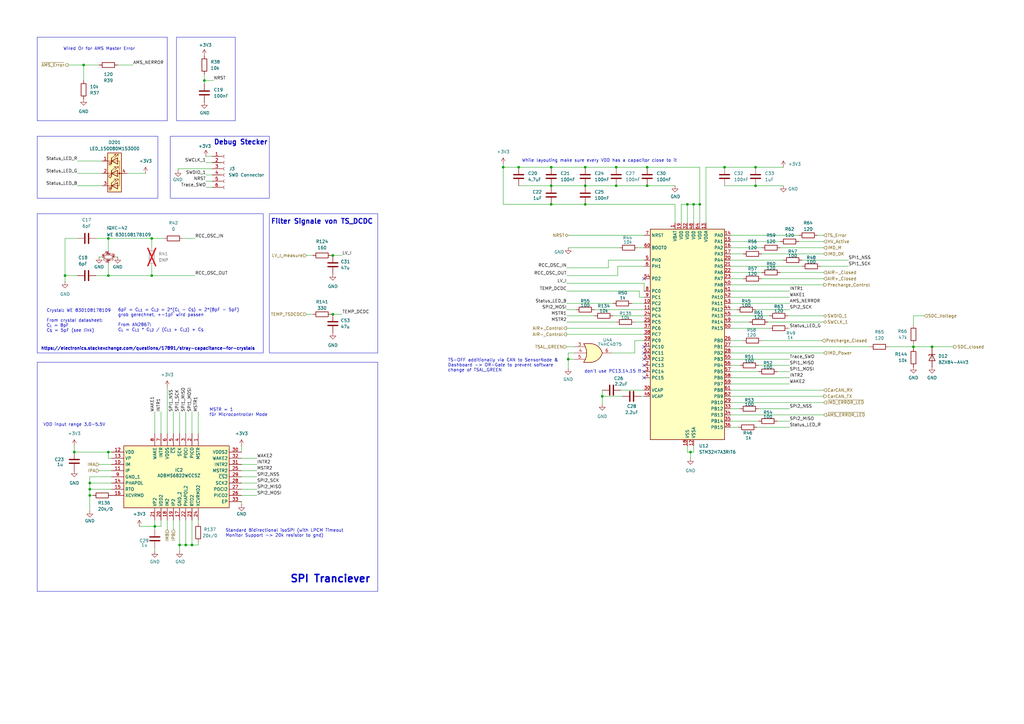
<source format=kicad_sch>
(kicad_sch
	(version 20231120)
	(generator "eeschema")
	(generator_version "8.0")
	(uuid "d4cbd48d-ba2a-4afc-b22e-0d9a16f2e6f3")
	(paper "A3")
	(lib_symbols
		(symbol "74HC4075:74HC4075"
			(pin_names
				(offset 1.016)
			)
			(exclude_from_sim no)
			(in_bom yes)
			(on_board yes)
			(property "Reference" "U"
				(at 0 1.27 0)
				(effects
					(font
						(size 1.27 1.27)
					)
				)
			)
			(property "Value" "74HC4075"
				(at 0 -1.27 0)
				(effects
					(font
						(size 1.27 1.27)
					)
				)
			)
			(property "Footprint" "Package_SO:TSSOP-14_4.4x5mm_P0.65mm"
				(at 2.54 -27.94 0)
				(effects
					(font
						(size 1.27 1.27)
					)
					(hide yes)
				)
			)
			(property "Datasheet" "https://www.ti.com/lit/ds/symlink/cd54hc4075.pdf?ts=1705677999042&ref_url=https%253A%252F%252Fwww.google.com%252F"
				(at 2.54 -25.4 0)
				(effects
					(font
						(size 1.27 1.27)
					)
					(hide yes)
				)
			)
			(property "Description" "Triple 3-input OR"
				(at 0 0 0)
				(effects
					(font
						(size 1.27 1.27)
					)
					(hide yes)
				)
			)
			(property "ki_locked" ""
				(at 0 0 0)
				(effects
					(font
						(size 1.27 1.27)
					)
				)
			)
			(property "ki_keywords" "TTL Or3"
				(at 0 0 0)
				(effects
					(font
						(size 1.27 1.27)
					)
					(hide yes)
				)
			)
			(property "ki_fp_filters" "DIP*W7.62mm*"
				(at 0 0 0)
				(effects
					(font
						(size 1.27 1.27)
					)
					(hide yes)
				)
			)
			(symbol "74HC4075_1_1"
				(arc
					(start -3.81 -3.81)
					(mid -2.589 0)
					(end -3.81 3.81)
					(stroke
						(width 0.254)
						(type default)
					)
					(fill
						(type none)
					)
				)
				(arc
					(start -0.6096 -3.81)
					(mid 2.1842 -2.5851)
					(end 3.81 0)
					(stroke
						(width 0.254)
						(type default)
					)
					(fill
						(type background)
					)
				)
				(polyline
					(pts
						(xy -3.81 -3.81) (xy -0.635 -3.81)
					)
					(stroke
						(width 0.254)
						(type default)
					)
					(fill
						(type background)
					)
				)
				(polyline
					(pts
						(xy -3.81 3.81) (xy -0.635 3.81)
					)
					(stroke
						(width 0.254)
						(type default)
					)
					(fill
						(type background)
					)
				)
				(polyline
					(pts
						(xy -0.635 3.81) (xy -3.81 3.81) (xy -3.81 3.81) (xy -3.556 3.4036) (xy -3.0226 2.2606) (xy -2.6924 1.0414)
						(xy -2.6162 -0.254) (xy -2.7686 -1.4986) (xy -3.175 -2.7178) (xy -3.81 -3.81) (xy -3.81 -3.81)
						(xy -0.635 -3.81)
					)
					(stroke
						(width -25.4)
						(type default)
					)
					(fill
						(type background)
					)
				)
				(arc
					(start 3.81 0)
					(mid 2.1915 2.5936)
					(end -0.6096 3.81)
					(stroke
						(width 0.254)
						(type default)
					)
					(fill
						(type background)
					)
				)
				(pin input line
					(at -7.62 2.54 0)
					(length 4.318)
					(name "~"
						(effects
							(font
								(size 1.27 1.27)
							)
						)
					)
					(number "3"
						(effects
							(font
								(size 1.27 1.27)
							)
						)
					)
				)
				(pin input line
					(at -7.62 0 0)
					(length 4.953)
					(name "~"
						(effects
							(font
								(size 1.27 1.27)
							)
						)
					)
					(number "4"
						(effects
							(font
								(size 1.27 1.27)
							)
						)
					)
				)
				(pin input line
					(at -7.62 -2.54 0)
					(length 4.318)
					(name "~"
						(effects
							(font
								(size 1.27 1.27)
							)
						)
					)
					(number "5"
						(effects
							(font
								(size 1.27 1.27)
							)
						)
					)
				)
				(pin output line
					(at 7.62 0 180)
					(length 3.81)
					(name "~"
						(effects
							(font
								(size 1.27 1.27)
							)
						)
					)
					(number "6"
						(effects
							(font
								(size 1.27 1.27)
							)
						)
					)
				)
			)
			(symbol "74HC4075_1_2"
				(arc
					(start 0 -3.81)
					(mid 3.7934 0)
					(end 0 3.81)
					(stroke
						(width 0.254)
						(type default)
					)
					(fill
						(type background)
					)
				)
				(polyline
					(pts
						(xy 0 3.81) (xy -3.81 3.81) (xy -3.81 -3.81) (xy 0 -3.81)
					)
					(stroke
						(width 0.254)
						(type default)
					)
					(fill
						(type background)
					)
				)
				(pin input inverted
					(at -7.62 2.54 0)
					(length 3.81)
					(name "~"
						(effects
							(font
								(size 1.27 1.27)
							)
						)
					)
					(number "1"
						(effects
							(font
								(size 1.27 1.27)
							)
						)
					)
				)
				(pin output line
					(at 7.62 0 180)
					(length 3.81)
					(name "~"
						(effects
							(font
								(size 1.27 1.27)
							)
						)
					)
					(number "12"
						(effects
							(font
								(size 1.27 1.27)
							)
						)
					)
				)
				(pin input inverted
					(at -7.62 -2.54 0)
					(length 3.81)
					(name "~"
						(effects
							(font
								(size 1.27 1.27)
							)
						)
					)
					(number "13"
						(effects
							(font
								(size 1.27 1.27)
							)
						)
					)
				)
				(pin input inverted
					(at -7.62 0 0)
					(length 3.81)
					(name "~"
						(effects
							(font
								(size 1.27 1.27)
							)
						)
					)
					(number "2"
						(effects
							(font
								(size 1.27 1.27)
							)
						)
					)
				)
			)
			(symbol "74HC4075_2_1"
				(arc
					(start -3.81 -3.81)
					(mid -2.589 0)
					(end -3.81 3.81)
					(stroke
						(width 0.254)
						(type default)
					)
					(fill
						(type none)
					)
				)
				(arc
					(start -0.6096 -3.81)
					(mid 2.1842 -2.5851)
					(end 3.81 0)
					(stroke
						(width 0.254)
						(type default)
					)
					(fill
						(type background)
					)
				)
				(polyline
					(pts
						(xy -3.81 -3.81) (xy -0.635 -3.81)
					)
					(stroke
						(width 0.254)
						(type default)
					)
					(fill
						(type background)
					)
				)
				(polyline
					(pts
						(xy -3.81 3.81) (xy -0.635 3.81)
					)
					(stroke
						(width 0.254)
						(type default)
					)
					(fill
						(type background)
					)
				)
				(polyline
					(pts
						(xy -0.635 3.81) (xy -3.81 3.81) (xy -3.81 3.81) (xy -3.556 3.4036) (xy -3.0226 2.2606) (xy -2.6924 1.0414)
						(xy -2.6162 -0.254) (xy -2.7686 -1.4986) (xy -3.175 -2.7178) (xy -3.81 -3.81) (xy -3.81 -3.81)
						(xy -0.635 -3.81)
					)
					(stroke
						(width -25.4)
						(type default)
					)
					(fill
						(type background)
					)
				)
				(arc
					(start 3.81 0)
					(mid 2.1915 2.5936)
					(end -0.6096 3.81)
					(stroke
						(width 0.254)
						(type default)
					)
					(fill
						(type background)
					)
				)
				(pin input line
					(at -7.62 2.54 0)
					(length 4.318)
					(name "~"
						(effects
							(font
								(size 1.27 1.27)
							)
						)
					)
					(number "1"
						(effects
							(font
								(size 1.27 1.27)
							)
						)
					)
				)
				(pin input line
					(at -7.62 0 0)
					(length 4.953)
					(name "~"
						(effects
							(font
								(size 1.27 1.27)
							)
						)
					)
					(number "2"
						(effects
							(font
								(size 1.27 1.27)
							)
						)
					)
				)
				(pin input line
					(at -7.62 -2.54 0)
					(length 4.318)
					(name ""
						(effects
							(font
								(size 1.27 1.27)
							)
						)
					)
					(number "8"
						(effects
							(font
								(size 1.27 1.27)
							)
						)
					)
				)
				(pin output line
					(at 7.62 0 180)
					(length 3.81)
					(name "~"
						(effects
							(font
								(size 1.27 1.27)
							)
						)
					)
					(number "9"
						(effects
							(font
								(size 1.27 1.27)
							)
						)
					)
				)
			)
			(symbol "74HC4075_2_2"
				(arc
					(start 0 -3.81)
					(mid 3.7934 0)
					(end 0 3.81)
					(stroke
						(width 0.254)
						(type default)
					)
					(fill
						(type background)
					)
				)
				(polyline
					(pts
						(xy 0 3.81) (xy -3.81 3.81) (xy -3.81 -3.81) (xy 0 -3.81)
					)
					(stroke
						(width 0.254)
						(type default)
					)
					(fill
						(type background)
					)
				)
				(pin input inverted
					(at -7.62 2.54 0)
					(length 3.81)
					(name "~"
						(effects
							(font
								(size 1.27 1.27)
							)
						)
					)
					(number "3"
						(effects
							(font
								(size 1.27 1.27)
							)
						)
					)
				)
				(pin input inverted
					(at -7.62 0 0)
					(length 3.81)
					(name "~"
						(effects
							(font
								(size 1.27 1.27)
							)
						)
					)
					(number "4"
						(effects
							(font
								(size 1.27 1.27)
							)
						)
					)
				)
				(pin input inverted
					(at -7.62 -2.54 0)
					(length 3.81)
					(name "~"
						(effects
							(font
								(size 1.27 1.27)
							)
						)
					)
					(number "5"
						(effects
							(font
								(size 1.27 1.27)
							)
						)
					)
				)
				(pin output line
					(at 7.62 0 180)
					(length 3.81)
					(name "~"
						(effects
							(font
								(size 1.27 1.27)
							)
						)
					)
					(number "6"
						(effects
							(font
								(size 1.27 1.27)
							)
						)
					)
				)
			)
			(symbol "74HC4075_3_1"
				(arc
					(start -3.81 -3.81)
					(mid -2.589 0)
					(end -3.81 3.81)
					(stroke
						(width 0.254)
						(type default)
					)
					(fill
						(type none)
					)
				)
				(arc
					(start -0.6096 -3.81)
					(mid 2.1842 -2.5851)
					(end 3.81 0)
					(stroke
						(width 0.254)
						(type default)
					)
					(fill
						(type background)
					)
				)
				(polyline
					(pts
						(xy -3.81 -3.81) (xy -0.635 -3.81)
					)
					(stroke
						(width 0.254)
						(type default)
					)
					(fill
						(type background)
					)
				)
				(polyline
					(pts
						(xy -3.81 3.81) (xy -0.635 3.81)
					)
					(stroke
						(width 0.254)
						(type default)
					)
					(fill
						(type background)
					)
				)
				(polyline
					(pts
						(xy -0.635 3.81) (xy -3.81 3.81) (xy -3.81 3.81) (xy -3.556 3.4036) (xy -3.0226 2.2606) (xy -2.6924 1.0414)
						(xy -2.6162 -0.254) (xy -2.7686 -1.4986) (xy -3.175 -2.7178) (xy -3.81 -3.81) (xy -3.81 -3.81)
						(xy -0.635 -3.81)
					)
					(stroke
						(width -25.4)
						(type default)
					)
					(fill
						(type background)
					)
				)
				(arc
					(start 3.81 0)
					(mid 2.1915 2.5936)
					(end -0.6096 3.81)
					(stroke
						(width 0.254)
						(type default)
					)
					(fill
						(type background)
					)
				)
				(pin output line
					(at 7.62 0 180)
					(length 3.81)
					(name "~"
						(effects
							(font
								(size 1.27 1.27)
							)
						)
					)
					(number "10"
						(effects
							(font
								(size 1.27 1.27)
							)
						)
					)
				)
				(pin input line
					(at -7.62 2.54 0)
					(length 4.318)
					(name "~"
						(effects
							(font
								(size 1.27 1.27)
							)
						)
					)
					(number "11"
						(effects
							(font
								(size 1.27 1.27)
							)
						)
					)
				)
				(pin input line
					(at -7.62 0 0)
					(length 4.953)
					(name "~"
						(effects
							(font
								(size 1.27 1.27)
							)
						)
					)
					(number "12"
						(effects
							(font
								(size 1.27 1.27)
							)
						)
					)
				)
				(pin input line
					(at -7.62 -2.54 0)
					(length 4.318)
					(name "~"
						(effects
							(font
								(size 1.27 1.27)
							)
						)
					)
					(number "13"
						(effects
							(font
								(size 1.27 1.27)
							)
						)
					)
				)
			)
			(symbol "74HC4075_3_2"
				(arc
					(start 0 -3.81)
					(mid 3.7934 0)
					(end 0 3.81)
					(stroke
						(width 0.254)
						(type default)
					)
					(fill
						(type background)
					)
				)
				(polyline
					(pts
						(xy 0 3.81) (xy -3.81 3.81) (xy -3.81 -3.81) (xy 0 -3.81)
					)
					(stroke
						(width 0.254)
						(type default)
					)
					(fill
						(type background)
					)
				)
				(pin input inverted
					(at -7.62 0 0)
					(length 3.81)
					(name "~"
						(effects
							(font
								(size 1.27 1.27)
							)
						)
					)
					(number "10"
						(effects
							(font
								(size 1.27 1.27)
							)
						)
					)
				)
				(pin input inverted
					(at -7.62 -2.54 0)
					(length 3.81)
					(name "~"
						(effects
							(font
								(size 1.27 1.27)
							)
						)
					)
					(number "11"
						(effects
							(font
								(size 1.27 1.27)
							)
						)
					)
				)
				(pin output line
					(at 7.62 0 180)
					(length 3.81)
					(name "~"
						(effects
							(font
								(size 1.27 1.27)
							)
						)
					)
					(number "8"
						(effects
							(font
								(size 1.27 1.27)
							)
						)
					)
				)
				(pin input inverted
					(at -7.62 2.54 0)
					(length 3.81)
					(name "~"
						(effects
							(font
								(size 1.27 1.27)
							)
						)
					)
					(number "9"
						(effects
							(font
								(size 1.27 1.27)
							)
						)
					)
				)
			)
			(symbol "74HC4075_4_0"
				(pin power_in line
					(at 0 12.7 270)
					(length 5.08)
					(name "VCC"
						(effects
							(font
								(size 1.27 1.27)
							)
						)
					)
					(number "14"
						(effects
							(font
								(size 1.27 1.27)
							)
						)
					)
				)
				(pin power_in line
					(at 0 -12.7 90)
					(length 5.08)
					(name "GND"
						(effects
							(font
								(size 1.27 1.27)
							)
						)
					)
					(number "7"
						(effects
							(font
								(size 1.27 1.27)
							)
						)
					)
				)
			)
			(symbol "74HC4075_4_1"
				(rectangle
					(start -5.08 7.62)
					(end 5.08 -7.62)
					(stroke
						(width 0.254)
						(type default)
					)
					(fill
						(type background)
					)
				)
			)
		)
		(symbol "ADBMS6822WCCSZ_1"
			(exclude_from_sim no)
			(in_bom yes)
			(on_board yes)
			(property "Reference" "IC"
				(at 31.75 17.78 0)
				(effects
					(font
						(size 1.27 1.27)
					)
					(justify left top)
				)
			)
			(property "Value" "ADBMS6822WCCSZ"
				(at 31.75 15.24 0)
				(effects
					(font
						(size 1.27 1.27)
					)
					(justify left top)
				)
			)
			(property "Footprint" "QFN50P500X500X80-33N-D"
				(at 31.75 -84.76 0)
				(effects
					(font
						(size 1.27 1.27)
					)
					(justify left top)
					(hide yes)
				)
			)
			(property "Datasheet" "https://www.analog.com/ADBMS6822/datasheet"
				(at 31.75 -184.76 0)
				(effects
					(font
						(size 1.27 1.27)
					)
					(justify left top)
					(hide yes)
				)
			)
			(property "Description" " Up to 2 Mbps isolated bidirectional serial data communications  Drop in compatible: single (ADBMS6821) and dual (ADBMS6822)  Fully independent dual transceivers (ADBMS6822)  Simple galvanic isolation using capacitors or transformers  Bidirectional interface over a single twisted pair  Supports cable lengths up to 100 meters  Very low EMI susceptibility and emissions  LPCM support for ADBMS battery monitors  Interrupt output for LPCM system wake-up  4 Mbps unidirectional mode  Requires"
				(at 0 0 0)
				(effects
					(font
						(size 1.27 1.27)
					)
					(hide yes)
				)
			)
			(property "Height" "0.8"
				(at 31.75 -384.76 0)
				(effects
					(font
						(size 1.27 1.27)
					)
					(justify left top)
					(hide yes)
				)
			)
			(property "Manufacturer_Name" "Analog Devices"
				(at 31.75 -484.76 0)
				(effects
					(font
						(size 1.27 1.27)
					)
					(justify left top)
					(hide yes)
				)
			)
			(property "Manufacturer_Part_Number" "ADBMS6822WCCSZ"
				(at 31.75 -584.76 0)
				(effects
					(font
						(size 1.27 1.27)
					)
					(justify left top)
					(hide yes)
				)
			)
			(property "Mouser Part Number" "584-ADBMS6822WCCSZ"
				(at 31.75 -684.76 0)
				(effects
					(font
						(size 1.27 1.27)
					)
					(justify left top)
					(hide yes)
				)
			)
			(property "Mouser Price/Stock" "https://www.mouser.co.uk/ProductDetail/Analog-Devices/ADBMS6822WCCSZ?qs=4ASt3YYao0UVik%252BRUNLybw%3D%3D"
				(at 31.75 -784.76 0)
				(effects
					(font
						(size 1.27 1.27)
					)
					(justify left top)
					(hide yes)
				)
			)
			(property "Arrow Part Number" ""
				(at 31.75 -884.76 0)
				(effects
					(font
						(size 1.27 1.27)
					)
					(justify left top)
					(hide yes)
				)
			)
			(property "Arrow Price/Stock" ""
				(at 31.75 -984.76 0)
				(effects
					(font
						(size 1.27 1.27)
					)
					(justify left top)
					(hide yes)
				)
			)
			(symbol "ADBMS6822WCCSZ_1_1_1"
				(rectangle
					(start 5.08 12.7)
					(end 30.48 -30.48)
					(stroke
						(width 0.254)
						(type default)
					)
					(fill
						(type background)
					)
				)
				(pin passive line
					(at 0 0 0)
					(length 5.08)
					(name "MSTR"
						(effects
							(font
								(size 1.27 1.27)
							)
						)
					)
					(number "1"
						(effects
							(font
								(size 1.27 1.27)
							)
						)
					)
				)
				(pin passive line
					(at 12.7 -35.56 90)
					(length 5.08)
					(name "IM"
						(effects
							(font
								(size 1.27 1.27)
							)
						)
					)
					(number "10"
						(effects
							(font
								(size 1.27 1.27)
							)
						)
					)
				)
				(pin passive line
					(at 15.24 -35.56 90)
					(length 5.08)
					(name "IP"
						(effects
							(font
								(size 1.27 1.27)
							)
						)
					)
					(number "11"
						(effects
							(font
								(size 1.27 1.27)
							)
						)
					)
				)
				(pin passive line
					(at 7.62 -35.56 90)
					(length 5.08)
					(name "VDD"
						(effects
							(font
								(size 1.27 1.27)
							)
						)
					)
					(number "12"
						(effects
							(font
								(size 1.27 1.27)
							)
						)
					)
				)
				(pin passive line
					(at 10.16 -35.56 90)
					(length 5.08)
					(name "VP"
						(effects
							(font
								(size 1.27 1.27)
							)
						)
					)
					(number "13"
						(effects
							(font
								(size 1.27 1.27)
							)
						)
					)
				)
				(pin passive line
					(at 20.32 -35.56 90)
					(length 5.08)
					(name "PHAPOL"
						(effects
							(font
								(size 1.27 1.27)
							)
						)
					)
					(number "14"
						(effects
							(font
								(size 1.27 1.27)
							)
						)
					)
				)
				(pin passive line
					(at 22.86 -35.56 90)
					(length 5.08)
					(name "RTO"
						(effects
							(font
								(size 1.27 1.27)
							)
						)
					)
					(number "15"
						(effects
							(font
								(size 1.27 1.27)
							)
						)
					)
				)
				(pin passive line
					(at 25.4 -35.56 90)
					(length 5.08)
					(name "XCVRMD"
						(effects
							(font
								(size 1.27 1.27)
							)
						)
					)
					(number "16"
						(effects
							(font
								(size 1.27 1.27)
							)
						)
					)
				)
				(pin passive line
					(at 35.56 -7.62 180)
					(length 5.08)
					(name "GND_2"
						(effects
							(font
								(size 1.27 1.27)
							)
						)
					)
					(number "17"
						(effects
							(font
								(size 1.27 1.27)
							)
						)
					)
				)
				(pin passive line
					(at 35.56 -12.7 180)
					(length 5.08)
					(name "IM2"
						(effects
							(font
								(size 1.27 1.27)
							)
						)
					)
					(number "18"
						(effects
							(font
								(size 1.27 1.27)
							)
						)
					)
				)
				(pin passive line
					(at 35.56 -10.16 180)
					(length 5.08)
					(name "IP2"
						(effects
							(font
								(size 1.27 1.27)
							)
						)
					)
					(number "19"
						(effects
							(font
								(size 1.27 1.27)
							)
						)
					)
				)
				(pin passive line
					(at 0 -2.54 0)
					(length 5.08)
					(name "PICO"
						(effects
							(font
								(size 1.27 1.27)
							)
						)
					)
					(number "2"
						(effects
							(font
								(size 1.27 1.27)
							)
						)
					)
				)
				(pin passive line
					(at 35.56 -15.24 180)
					(length 5.08)
					(name "VDD2"
						(effects
							(font
								(size 1.27 1.27)
							)
						)
					)
					(number "20"
						(effects
							(font
								(size 1.27 1.27)
							)
						)
					)
				)
				(pin passive line
					(at 35.56 -17.78 180)
					(length 5.08)
					(name "VP2"
						(effects
							(font
								(size 1.27 1.27)
							)
						)
					)
					(number "21"
						(effects
							(font
								(size 1.27 1.27)
							)
						)
					)
				)
				(pin passive line
					(at 35.56 -5.08 180)
					(length 5.08)
					(name "PHAPOL2"
						(effects
							(font
								(size 1.27 1.27)
							)
						)
					)
					(number "22"
						(effects
							(font
								(size 1.27 1.27)
							)
						)
					)
				)
				(pin passive line
					(at 35.56 -2.54 180)
					(length 5.08)
					(name "RTO2"
						(effects
							(font
								(size 1.27 1.27)
							)
						)
					)
					(number "23"
						(effects
							(font
								(size 1.27 1.27)
							)
						)
					)
				)
				(pin passive line
					(at 35.56 0 180)
					(length 5.08)
					(name "XCVRMD2"
						(effects
							(font
								(size 1.27 1.27)
							)
						)
					)
					(number "24"
						(effects
							(font
								(size 1.27 1.27)
							)
						)
					)
				)
				(pin passive line
					(at 15.24 17.78 270)
					(length 5.08)
					(name "MSTR2"
						(effects
							(font
								(size 1.27 1.27)
							)
						)
					)
					(number "25"
						(effects
							(font
								(size 1.27 1.27)
							)
						)
					)
				)
				(pin passive line
					(at 25.4 17.78 270)
					(length 5.08)
					(name "PICO2"
						(effects
							(font
								(size 1.27 1.27)
							)
						)
					)
					(number "26"
						(effects
							(font
								(size 1.27 1.27)
							)
						)
					)
				)
				(pin passive line
					(at 22.86 17.78 270)
					(length 5.08)
					(name "POCI2"
						(effects
							(font
								(size 1.27 1.27)
							)
						)
					)
					(number "27"
						(effects
							(font
								(size 1.27 1.27)
							)
						)
					)
				)
				(pin passive line
					(at 20.32 17.78 270)
					(length 5.08)
					(name "SCK2"
						(effects
							(font
								(size 1.27 1.27)
							)
						)
					)
					(number "28"
						(effects
							(font
								(size 1.27 1.27)
							)
						)
					)
				)
				(pin passive line
					(at 17.78 17.78 270)
					(length 5.08)
					(name "~{CS2}"
						(effects
							(font
								(size 1.27 1.27)
							)
						)
					)
					(number "29"
						(effects
							(font
								(size 1.27 1.27)
							)
						)
					)
				)
				(pin passive line
					(at 0 -5.08 0)
					(length 5.08)
					(name "POCI"
						(effects
							(font
								(size 1.27 1.27)
							)
						)
					)
					(number "3"
						(effects
							(font
								(size 1.27 1.27)
							)
						)
					)
				)
				(pin passive line
					(at 7.62 17.78 270)
					(length 5.08)
					(name "VDDS2"
						(effects
							(font
								(size 1.27 1.27)
							)
						)
					)
					(number "30"
						(effects
							(font
								(size 1.27 1.27)
							)
						)
					)
				)
				(pin passive line
					(at 12.7 17.78 270)
					(length 5.08)
					(name "INTR2"
						(effects
							(font
								(size 1.27 1.27)
							)
						)
					)
					(number "31"
						(effects
							(font
								(size 1.27 1.27)
							)
						)
					)
				)
				(pin passive line
					(at 10.16 17.78 270)
					(length 5.08)
					(name "WAKE2"
						(effects
							(font
								(size 1.27 1.27)
							)
						)
					)
					(number "32"
						(effects
							(font
								(size 1.27 1.27)
							)
						)
					)
				)
				(pin passive line
					(at 27.94 17.78 270)
					(length 5.08)
					(name "EP"
						(effects
							(font
								(size 1.27 1.27)
							)
						)
					)
					(number "33"
						(effects
							(font
								(size 1.27 1.27)
							)
						)
					)
				)
				(pin passive line
					(at 0 -7.62 0)
					(length 5.08)
					(name "SCK"
						(effects
							(font
								(size 1.27 1.27)
							)
						)
					)
					(number "4"
						(effects
							(font
								(size 1.27 1.27)
							)
						)
					)
				)
				(pin passive line
					(at 0 -10.16 0)
					(length 5.08)
					(name "~{CS}"
						(effects
							(font
								(size 1.27 1.27)
							)
						)
					)
					(number "5"
						(effects
							(font
								(size 1.27 1.27)
							)
						)
					)
				)
				(pin passive line
					(at 0 -12.7 0)
					(length 5.08)
					(name "VDDS"
						(effects
							(font
								(size 1.27 1.27)
							)
						)
					)
					(number "6"
						(effects
							(font
								(size 1.27 1.27)
							)
						)
					)
				)
				(pin passive line
					(at 0 -15.24 0)
					(length 5.08)
					(name "INTR"
						(effects
							(font
								(size 1.27 1.27)
							)
						)
					)
					(number "7"
						(effects
							(font
								(size 1.27 1.27)
							)
						)
					)
				)
				(pin passive line
					(at 0 -17.78 0)
					(length 5.08)
					(name "WAKE"
						(effects
							(font
								(size 1.27 1.27)
							)
						)
					)
					(number "8"
						(effects
							(font
								(size 1.27 1.27)
							)
						)
					)
				)
				(pin passive line
					(at 17.78 -35.56 90)
					(length 5.08)
					(name "GND_1"
						(effects
							(font
								(size 1.27 1.27)
							)
						)
					)
					(number "9"
						(effects
							(font
								(size 1.27 1.27)
							)
						)
					)
				)
			)
		)
		(symbol "Connector:Conn_01x06_Female"
			(pin_names
				(offset 1.016) hide)
			(exclude_from_sim no)
			(in_bom yes)
			(on_board yes)
			(property "Reference" "J"
				(at 0 7.62 0)
				(effects
					(font
						(size 1.27 1.27)
					)
				)
			)
			(property "Value" "Conn_01x06_Female"
				(at 0 -10.16 0)
				(effects
					(font
						(size 1.27 1.27)
					)
				)
			)
			(property "Footprint" ""
				(at 0 0 0)
				(effects
					(font
						(size 1.27 1.27)
					)
					(hide yes)
				)
			)
			(property "Datasheet" "~"
				(at 0 0 0)
				(effects
					(font
						(size 1.27 1.27)
					)
					(hide yes)
				)
			)
			(property "Description" "Generic connector, single row, 01x06, script generated (kicad-library-utils/schlib/autogen/connector/)"
				(at 0 0 0)
				(effects
					(font
						(size 1.27 1.27)
					)
					(hide yes)
				)
			)
			(property "ki_keywords" "connector"
				(at 0 0 0)
				(effects
					(font
						(size 1.27 1.27)
					)
					(hide yes)
				)
			)
			(property "ki_fp_filters" "Connector*:*_1x??_*"
				(at 0 0 0)
				(effects
					(font
						(size 1.27 1.27)
					)
					(hide yes)
				)
			)
			(symbol "Conn_01x06_Female_1_1"
				(arc
					(start 0 -7.112)
					(mid -0.5058 -7.62)
					(end 0 -8.128)
					(stroke
						(width 0.1524)
						(type default)
					)
					(fill
						(type none)
					)
				)
				(arc
					(start 0 -4.572)
					(mid -0.5058 -5.08)
					(end 0 -5.588)
					(stroke
						(width 0.1524)
						(type default)
					)
					(fill
						(type none)
					)
				)
				(arc
					(start 0 -2.032)
					(mid -0.5058 -2.54)
					(end 0 -3.048)
					(stroke
						(width 0.1524)
						(type default)
					)
					(fill
						(type none)
					)
				)
				(polyline
					(pts
						(xy -1.27 -7.62) (xy -0.508 -7.62)
					)
					(stroke
						(width 0.1524)
						(type default)
					)
					(fill
						(type none)
					)
				)
				(polyline
					(pts
						(xy -1.27 -5.08) (xy -0.508 -5.08)
					)
					(stroke
						(width 0.1524)
						(type default)
					)
					(fill
						(type none)
					)
				)
				(polyline
					(pts
						(xy -1.27 -2.54) (xy -0.508 -2.54)
					)
					(stroke
						(width 0.1524)
						(type default)
					)
					(fill
						(type none)
					)
				)
				(polyline
					(pts
						(xy -1.27 0) (xy -0.508 0)
					)
					(stroke
						(width 0.1524)
						(type default)
					)
					(fill
						(type none)
					)
				)
				(polyline
					(pts
						(xy -1.27 2.54) (xy -0.508 2.54)
					)
					(stroke
						(width 0.1524)
						(type default)
					)
					(fill
						(type none)
					)
				)
				(polyline
					(pts
						(xy -1.27 5.08) (xy -0.508 5.08)
					)
					(stroke
						(width 0.1524)
						(type default)
					)
					(fill
						(type none)
					)
				)
				(arc
					(start 0 0.508)
					(mid -0.5058 0)
					(end 0 -0.508)
					(stroke
						(width 0.1524)
						(type default)
					)
					(fill
						(type none)
					)
				)
				(arc
					(start 0 3.048)
					(mid -0.5058 2.54)
					(end 0 2.032)
					(stroke
						(width 0.1524)
						(type default)
					)
					(fill
						(type none)
					)
				)
				(arc
					(start 0 5.588)
					(mid -0.5058 5.08)
					(end 0 4.572)
					(stroke
						(width 0.1524)
						(type default)
					)
					(fill
						(type none)
					)
				)
				(pin passive line
					(at -5.08 5.08 0)
					(length 3.81)
					(name "Pin_1"
						(effects
							(font
								(size 1.27 1.27)
							)
						)
					)
					(number "1"
						(effects
							(font
								(size 1.27 1.27)
							)
						)
					)
				)
				(pin passive line
					(at -5.08 2.54 0)
					(length 3.81)
					(name "Pin_2"
						(effects
							(font
								(size 1.27 1.27)
							)
						)
					)
					(number "2"
						(effects
							(font
								(size 1.27 1.27)
							)
						)
					)
				)
				(pin passive line
					(at -5.08 0 0)
					(length 3.81)
					(name "Pin_3"
						(effects
							(font
								(size 1.27 1.27)
							)
						)
					)
					(number "3"
						(effects
							(font
								(size 1.27 1.27)
							)
						)
					)
				)
				(pin passive line
					(at -5.08 -2.54 0)
					(length 3.81)
					(name "Pin_4"
						(effects
							(font
								(size 1.27 1.27)
							)
						)
					)
					(number "4"
						(effects
							(font
								(size 1.27 1.27)
							)
						)
					)
				)
				(pin passive line
					(at -5.08 -5.08 0)
					(length 3.81)
					(name "Pin_5"
						(effects
							(font
								(size 1.27 1.27)
							)
						)
					)
					(number "5"
						(effects
							(font
								(size 1.27 1.27)
							)
						)
					)
				)
				(pin passive line
					(at -5.08 -7.62 0)
					(length 3.81)
					(name "Pin_6"
						(effects
							(font
								(size 1.27 1.27)
							)
						)
					)
					(number "6"
						(effects
							(font
								(size 1.27 1.27)
							)
						)
					)
				)
			)
		)
		(symbol "Device:C"
			(pin_numbers hide)
			(pin_names
				(offset 0.254)
			)
			(exclude_from_sim no)
			(in_bom yes)
			(on_board yes)
			(property "Reference" "C"
				(at 0.635 2.54 0)
				(effects
					(font
						(size 1.27 1.27)
					)
					(justify left)
				)
			)
			(property "Value" "C"
				(at 0.635 -2.54 0)
				(effects
					(font
						(size 1.27 1.27)
					)
					(justify left)
				)
			)
			(property "Footprint" ""
				(at 0.9652 -3.81 0)
				(effects
					(font
						(size 1.27 1.27)
					)
					(hide yes)
				)
			)
			(property "Datasheet" "~"
				(at 0 0 0)
				(effects
					(font
						(size 1.27 1.27)
					)
					(hide yes)
				)
			)
			(property "Description" "Unpolarized capacitor"
				(at 0 0 0)
				(effects
					(font
						(size 1.27 1.27)
					)
					(hide yes)
				)
			)
			(property "ki_keywords" "cap capacitor"
				(at 0 0 0)
				(effects
					(font
						(size 1.27 1.27)
					)
					(hide yes)
				)
			)
			(property "ki_fp_filters" "C_*"
				(at 0 0 0)
				(effects
					(font
						(size 1.27 1.27)
					)
					(hide yes)
				)
			)
			(symbol "C_0_1"
				(polyline
					(pts
						(xy -2.032 -0.762) (xy 2.032 -0.762)
					)
					(stroke
						(width 0.508)
						(type default)
					)
					(fill
						(type none)
					)
				)
				(polyline
					(pts
						(xy -2.032 0.762) (xy 2.032 0.762)
					)
					(stroke
						(width 0.508)
						(type default)
					)
					(fill
						(type none)
					)
				)
			)
			(symbol "C_1_1"
				(pin passive line
					(at 0 3.81 270)
					(length 2.794)
					(name "~"
						(effects
							(font
								(size 1.27 1.27)
							)
						)
					)
					(number "1"
						(effects
							(font
								(size 1.27 1.27)
							)
						)
					)
				)
				(pin passive line
					(at 0 -3.81 90)
					(length 2.794)
					(name "~"
						(effects
							(font
								(size 1.27 1.27)
							)
						)
					)
					(number "2"
						(effects
							(font
								(size 1.27 1.27)
							)
						)
					)
				)
			)
		)
		(symbol "Device:Crystal_GND24_Small"
			(pin_names
				(offset 1.016) hide)
			(exclude_from_sim no)
			(in_bom yes)
			(on_board yes)
			(property "Reference" "Y"
				(at 1.27 4.445 0)
				(effects
					(font
						(size 1.27 1.27)
					)
					(justify left)
				)
			)
			(property "Value" "Crystal_GND24_Small"
				(at 1.27 2.54 0)
				(effects
					(font
						(size 1.27 1.27)
					)
					(justify left)
				)
			)
			(property "Footprint" ""
				(at 0 0 0)
				(effects
					(font
						(size 1.27 1.27)
					)
					(hide yes)
				)
			)
			(property "Datasheet" "~"
				(at 0 0 0)
				(effects
					(font
						(size 1.27 1.27)
					)
					(hide yes)
				)
			)
			(property "Description" "Four pin crystal, GND on pins 2 and 4, small symbol"
				(at 0 0 0)
				(effects
					(font
						(size 1.27 1.27)
					)
					(hide yes)
				)
			)
			(property "ki_keywords" "quartz ceramic resonator oscillator"
				(at 0 0 0)
				(effects
					(font
						(size 1.27 1.27)
					)
					(hide yes)
				)
			)
			(property "ki_fp_filters" "Crystal*"
				(at 0 0 0)
				(effects
					(font
						(size 1.27 1.27)
					)
					(hide yes)
				)
			)
			(symbol "Crystal_GND24_Small_0_1"
				(rectangle
					(start -0.762 -1.524)
					(end 0.762 1.524)
					(stroke
						(width 0)
						(type default)
					)
					(fill
						(type none)
					)
				)
				(polyline
					(pts
						(xy -1.27 -0.762) (xy -1.27 0.762)
					)
					(stroke
						(width 0.381)
						(type default)
					)
					(fill
						(type none)
					)
				)
				(polyline
					(pts
						(xy 1.27 -0.762) (xy 1.27 0.762)
					)
					(stroke
						(width 0.381)
						(type default)
					)
					(fill
						(type none)
					)
				)
				(polyline
					(pts
						(xy -1.27 -1.27) (xy -1.27 -1.905) (xy 1.27 -1.905) (xy 1.27 -1.27)
					)
					(stroke
						(width 0)
						(type default)
					)
					(fill
						(type none)
					)
				)
				(polyline
					(pts
						(xy -1.27 1.27) (xy -1.27 1.905) (xy 1.27 1.905) (xy 1.27 1.27)
					)
					(stroke
						(width 0)
						(type default)
					)
					(fill
						(type none)
					)
				)
			)
			(symbol "Crystal_GND24_Small_1_1"
				(pin passive line
					(at -2.54 0 0)
					(length 1.27)
					(name "1"
						(effects
							(font
								(size 1.27 1.27)
							)
						)
					)
					(number "1"
						(effects
							(font
								(size 0.762 0.762)
							)
						)
					)
				)
				(pin passive line
					(at 0 -2.54 90)
					(length 0.635)
					(name "2"
						(effects
							(font
								(size 1.27 1.27)
							)
						)
					)
					(number "2"
						(effects
							(font
								(size 0.762 0.762)
							)
						)
					)
				)
				(pin passive line
					(at 2.54 0 180)
					(length 1.27)
					(name "3"
						(effects
							(font
								(size 1.27 1.27)
							)
						)
					)
					(number "3"
						(effects
							(font
								(size 0.762 0.762)
							)
						)
					)
				)
				(pin passive line
					(at 0 2.54 270)
					(length 0.635)
					(name "4"
						(effects
							(font
								(size 1.27 1.27)
							)
						)
					)
					(number "4"
						(effects
							(font
								(size 0.762 0.762)
							)
						)
					)
				)
			)
		)
		(symbol "Device:LED_RGBA"
			(pin_names
				(offset 0) hide)
			(exclude_from_sim no)
			(in_bom yes)
			(on_board yes)
			(property "Reference" "D"
				(at 0 9.398 0)
				(effects
					(font
						(size 1.27 1.27)
					)
				)
			)
			(property "Value" "LED_RGBA"
				(at 0 -8.89 0)
				(effects
					(font
						(size 1.27 1.27)
					)
				)
			)
			(property "Footprint" ""
				(at 0 -1.27 0)
				(effects
					(font
						(size 1.27 1.27)
					)
					(hide yes)
				)
			)
			(property "Datasheet" "~"
				(at 0 -1.27 0)
				(effects
					(font
						(size 1.27 1.27)
					)
					(hide yes)
				)
			)
			(property "Description" "RGB LED, red/green/blue/anode"
				(at 0 0 0)
				(effects
					(font
						(size 1.27 1.27)
					)
					(hide yes)
				)
			)
			(property "ki_keywords" "LED RGB diode"
				(at 0 0 0)
				(effects
					(font
						(size 1.27 1.27)
					)
					(hide yes)
				)
			)
			(property "ki_fp_filters" "LED* LED_SMD:* LED_THT:*"
				(at 0 0 0)
				(effects
					(font
						(size 1.27 1.27)
					)
					(hide yes)
				)
			)
			(symbol "LED_RGBA_0_0"
				(text "B"
					(at -1.905 -6.35 0)
					(effects
						(font
							(size 1.27 1.27)
						)
					)
				)
				(text "G"
					(at -1.905 -1.27 0)
					(effects
						(font
							(size 1.27 1.27)
						)
					)
				)
				(text "R"
					(at -1.905 3.81 0)
					(effects
						(font
							(size 1.27 1.27)
						)
					)
				)
			)
			(symbol "LED_RGBA_0_1"
				(polyline
					(pts
						(xy -1.27 -5.08) (xy -2.54 -5.08)
					)
					(stroke
						(width 0)
						(type default)
					)
					(fill
						(type none)
					)
				)
				(polyline
					(pts
						(xy -1.27 -5.08) (xy 1.27 -5.08)
					)
					(stroke
						(width 0)
						(type default)
					)
					(fill
						(type none)
					)
				)
				(polyline
					(pts
						(xy -1.27 -3.81) (xy -1.27 -6.35)
					)
					(stroke
						(width 0.254)
						(type default)
					)
					(fill
						(type none)
					)
				)
				(polyline
					(pts
						(xy -1.27 0) (xy -2.54 0)
					)
					(stroke
						(width 0)
						(type default)
					)
					(fill
						(type none)
					)
				)
				(polyline
					(pts
						(xy -1.27 1.27) (xy -1.27 -1.27)
					)
					(stroke
						(width 0.254)
						(type default)
					)
					(fill
						(type none)
					)
				)
				(polyline
					(pts
						(xy -1.27 5.08) (xy -2.54 5.08)
					)
					(stroke
						(width 0)
						(type default)
					)
					(fill
						(type none)
					)
				)
				(polyline
					(pts
						(xy -1.27 5.08) (xy 1.27 5.08)
					)
					(stroke
						(width 0)
						(type default)
					)
					(fill
						(type none)
					)
				)
				(polyline
					(pts
						(xy -1.27 6.35) (xy -1.27 3.81)
					)
					(stroke
						(width 0.254)
						(type default)
					)
					(fill
						(type none)
					)
				)
				(polyline
					(pts
						(xy 1.27 0) (xy -1.27 0)
					)
					(stroke
						(width 0)
						(type default)
					)
					(fill
						(type none)
					)
				)
				(polyline
					(pts
						(xy 1.27 0) (xy 2.54 0)
					)
					(stroke
						(width 0)
						(type default)
					)
					(fill
						(type none)
					)
				)
				(polyline
					(pts
						(xy -1.27 1.27) (xy -1.27 -1.27) (xy -1.27 -1.27)
					)
					(stroke
						(width 0)
						(type default)
					)
					(fill
						(type none)
					)
				)
				(polyline
					(pts
						(xy -1.27 6.35) (xy -1.27 3.81) (xy -1.27 3.81)
					)
					(stroke
						(width 0)
						(type default)
					)
					(fill
						(type none)
					)
				)
				(polyline
					(pts
						(xy 1.27 -5.08) (xy 2.032 -5.08) (xy 2.032 5.08) (xy 1.27 5.08)
					)
					(stroke
						(width 0)
						(type default)
					)
					(fill
						(type none)
					)
				)
				(polyline
					(pts
						(xy 1.27 -3.81) (xy 1.27 -6.35) (xy -1.27 -5.08) (xy 1.27 -3.81)
					)
					(stroke
						(width 0.254)
						(type default)
					)
					(fill
						(type none)
					)
				)
				(polyline
					(pts
						(xy 1.27 1.27) (xy 1.27 -1.27) (xy -1.27 0) (xy 1.27 1.27)
					)
					(stroke
						(width 0.254)
						(type default)
					)
					(fill
						(type none)
					)
				)
				(polyline
					(pts
						(xy 1.27 6.35) (xy 1.27 3.81) (xy -1.27 5.08) (xy 1.27 6.35)
					)
					(stroke
						(width 0.254)
						(type default)
					)
					(fill
						(type none)
					)
				)
				(polyline
					(pts
						(xy -1.016 -3.81) (xy 0.508 -2.286) (xy -0.254 -2.286) (xy 0.508 -2.286) (xy 0.508 -3.048)
					)
					(stroke
						(width 0)
						(type default)
					)
					(fill
						(type none)
					)
				)
				(polyline
					(pts
						(xy -1.016 1.27) (xy 0.508 2.794) (xy -0.254 2.794) (xy 0.508 2.794) (xy 0.508 2.032)
					)
					(stroke
						(width 0)
						(type default)
					)
					(fill
						(type none)
					)
				)
				(polyline
					(pts
						(xy -1.016 6.35) (xy 0.508 7.874) (xy -0.254 7.874) (xy 0.508 7.874) (xy 0.508 7.112)
					)
					(stroke
						(width 0)
						(type default)
					)
					(fill
						(type none)
					)
				)
				(polyline
					(pts
						(xy 0 -3.81) (xy 1.524 -2.286) (xy 0.762 -2.286) (xy 1.524 -2.286) (xy 1.524 -3.048)
					)
					(stroke
						(width 0)
						(type default)
					)
					(fill
						(type none)
					)
				)
				(polyline
					(pts
						(xy 0 1.27) (xy 1.524 2.794) (xy 0.762 2.794) (xy 1.524 2.794) (xy 1.524 2.032)
					)
					(stroke
						(width 0)
						(type default)
					)
					(fill
						(type none)
					)
				)
				(polyline
					(pts
						(xy 0 6.35) (xy 1.524 7.874) (xy 0.762 7.874) (xy 1.524 7.874) (xy 1.524 7.112)
					)
					(stroke
						(width 0)
						(type default)
					)
					(fill
						(type none)
					)
				)
				(rectangle
					(start 1.27 -1.27)
					(end 1.27 1.27)
					(stroke
						(width 0)
						(type default)
					)
					(fill
						(type none)
					)
				)
				(rectangle
					(start 1.27 1.27)
					(end 1.27 1.27)
					(stroke
						(width 0)
						(type default)
					)
					(fill
						(type none)
					)
				)
				(rectangle
					(start 1.27 3.81)
					(end 1.27 6.35)
					(stroke
						(width 0)
						(type default)
					)
					(fill
						(type none)
					)
				)
				(rectangle
					(start 1.27 6.35)
					(end 1.27 6.35)
					(stroke
						(width 0)
						(type default)
					)
					(fill
						(type none)
					)
				)
				(circle
					(center 2.032 0)
					(radius 0.254)
					(stroke
						(width 0)
						(type default)
					)
					(fill
						(type outline)
					)
				)
				(rectangle
					(start 2.794 8.382)
					(end -2.794 -7.62)
					(stroke
						(width 0.254)
						(type default)
					)
					(fill
						(type background)
					)
				)
			)
			(symbol "LED_RGBA_1_1"
				(pin passive line
					(at -5.08 5.08 0)
					(length 2.54)
					(name "RK"
						(effects
							(font
								(size 1.27 1.27)
							)
						)
					)
					(number "1"
						(effects
							(font
								(size 1.27 1.27)
							)
						)
					)
				)
				(pin passive line
					(at -5.08 0 0)
					(length 2.54)
					(name "GK"
						(effects
							(font
								(size 1.27 1.27)
							)
						)
					)
					(number "2"
						(effects
							(font
								(size 1.27 1.27)
							)
						)
					)
				)
				(pin passive line
					(at -5.08 -5.08 0)
					(length 2.54)
					(name "BK"
						(effects
							(font
								(size 1.27 1.27)
							)
						)
					)
					(number "3"
						(effects
							(font
								(size 1.27 1.27)
							)
						)
					)
				)
				(pin passive line
					(at 5.08 0 180)
					(length 2.54)
					(name "A"
						(effects
							(font
								(size 1.27 1.27)
							)
						)
					)
					(number "4"
						(effects
							(font
								(size 1.27 1.27)
							)
						)
					)
				)
			)
		)
		(symbol "Device:R"
			(pin_numbers hide)
			(pin_names
				(offset 0)
			)
			(exclude_from_sim no)
			(in_bom yes)
			(on_board yes)
			(property "Reference" "R"
				(at 2.032 0 90)
				(effects
					(font
						(size 1.27 1.27)
					)
				)
			)
			(property "Value" "R"
				(at 0 0 90)
				(effects
					(font
						(size 1.27 1.27)
					)
				)
			)
			(property "Footprint" ""
				(at -1.778 0 90)
				(effects
					(font
						(size 1.27 1.27)
					)
					(hide yes)
				)
			)
			(property "Datasheet" "~"
				(at 0 0 0)
				(effects
					(font
						(size 1.27 1.27)
					)
					(hide yes)
				)
			)
			(property "Description" "Resistor"
				(at 0 0 0)
				(effects
					(font
						(size 1.27 1.27)
					)
					(hide yes)
				)
			)
			(property "ki_keywords" "R res resistor"
				(at 0 0 0)
				(effects
					(font
						(size 1.27 1.27)
					)
					(hide yes)
				)
			)
			(property "ki_fp_filters" "R_*"
				(at 0 0 0)
				(effects
					(font
						(size 1.27 1.27)
					)
					(hide yes)
				)
			)
			(symbol "R_0_1"
				(rectangle
					(start -1.016 -2.54)
					(end 1.016 2.54)
					(stroke
						(width 0.254)
						(type default)
					)
					(fill
						(type none)
					)
				)
			)
			(symbol "R_1_1"
				(pin passive line
					(at 0 3.81 270)
					(length 1.27)
					(name "~"
						(effects
							(font
								(size 1.27 1.27)
							)
						)
					)
					(number "1"
						(effects
							(font
								(size 1.27 1.27)
							)
						)
					)
				)
				(pin passive line
					(at 0 -3.81 90)
					(length 1.27)
					(name "~"
						(effects
							(font
								(size 1.27 1.27)
							)
						)
					)
					(number "2"
						(effects
							(font
								(size 1.27 1.27)
							)
						)
					)
				)
			)
		)
		(symbol "MCU_ST_STM32H7:STM32H7A3R_G-I_Tx"
			(exclude_from_sim no)
			(in_bom yes)
			(on_board yes)
			(property "Reference" "U"
				(at -15.24 44.45 0)
				(effects
					(font
						(size 1.27 1.27)
					)
					(justify left)
				)
			)
			(property "Value" "STM32H7A3R_G-I_Tx"
				(at 10.16 44.45 0)
				(effects
					(font
						(size 1.27 1.27)
					)
					(justify left)
				)
			)
			(property "Footprint" "Package_QFP:LQFP-64_10x10mm_P0.5mm"
				(at -15.24 -43.18 0)
				(effects
					(font
						(size 1.27 1.27)
					)
					(justify right)
					(hide yes)
				)
			)
			(property "Datasheet" "https://www.st.com/resource/en/datasheet/stm32h7a3rg.pdf"
				(at 0 0 0)
				(effects
					(font
						(size 1.27 1.27)
					)
					(hide yes)
				)
			)
			(property "Description" "STMicroelectronics Arm Cortex-M7 MCU, 1024-2048KB flash, 1184KB RAM, 280 MHz, 1.62-3.6V, 49 GPIO, LQFP64"
				(at 0 0 0)
				(effects
					(font
						(size 1.27 1.27)
					)
					(hide yes)
				)
			)
			(property "ki_locked" ""
				(at 0 0 0)
				(effects
					(font
						(size 1.27 1.27)
					)
				)
			)
			(property "ki_keywords" "Arm Cortex-M7 STM32H7 STM32H7A3/7B3"
				(at 0 0 0)
				(effects
					(font
						(size 1.27 1.27)
					)
					(hide yes)
				)
			)
			(property "ki_fp_filters" "LQFP*10x10mm*P0.5mm*"
				(at 0 0 0)
				(effects
					(font
						(size 1.27 1.27)
					)
					(hide yes)
				)
			)
			(symbol "STM32H7A3R_G-I_Tx_0_1"
				(rectangle
					(start -15.24 -43.18)
					(end 15.24 43.18)
					(stroke
						(width 0.254)
						(type default)
					)
					(fill
						(type background)
					)
				)
			)
			(symbol "STM32H7A3R_G-I_Tx_1_1"
				(pin power_in line
					(at -5.08 45.72 270)
					(length 2.54)
					(name "VBAT"
						(effects
							(font
								(size 1.27 1.27)
							)
						)
					)
					(number "1"
						(effects
							(font
								(size 1.27 1.27)
							)
						)
					)
				)
				(pin bidirectional line
					(at -17.78 12.7 0)
					(length 2.54)
					(name "PC2"
						(effects
							(font
								(size 1.27 1.27)
							)
						)
					)
					(number "10"
						(effects
							(font
								(size 1.27 1.27)
							)
						)
					)
					(alternate "ADC1_INN11" bidirectional line)
					(alternate "ADC1_INP12" bidirectional line)
					(alternate "ADC2_INN11" bidirectional line)
					(alternate "ADC2_INP12" bidirectional line)
					(alternate "DFSDM1_CKIN1" bidirectional line)
					(alternate "DFSDM1_CKOUT" bidirectional line)
					(alternate "I2S2_SDI" bidirectional line)
					(alternate "OCTOSPIM_P1_IO2" bidirectional line)
					(alternate "OCTOSPIM_P1_IO5" bidirectional line)
					(alternate "PWR_CSTOP" bidirectional line)
					(alternate "SPI2_MISO" bidirectional line)
					(alternate "USB_OTG_HS_ULPI_DIR" bidirectional line)
				)
				(pin bidirectional line
					(at -17.78 10.16 0)
					(length 2.54)
					(name "PC3"
						(effects
							(font
								(size 1.27 1.27)
							)
						)
					)
					(number "11"
						(effects
							(font
								(size 1.27 1.27)
							)
						)
					)
					(alternate "ADC1_INN12" bidirectional line)
					(alternate "ADC1_INP13" bidirectional line)
					(alternate "ADC2_INN12" bidirectional line)
					(alternate "ADC2_INP13" bidirectional line)
					(alternate "DFSDM1_DATIN1" bidirectional line)
					(alternate "I2S2_SDO" bidirectional line)
					(alternate "OCTOSPIM_P1_IO0" bidirectional line)
					(alternate "OCTOSPIM_P1_IO6" bidirectional line)
					(alternate "PWR_CSLEEP" bidirectional line)
					(alternate "SPI2_MOSI" bidirectional line)
					(alternate "USB_OTG_HS_ULPI_NXT" bidirectional line)
				)
				(pin power_in line
					(at 2.54 -45.72 90)
					(length 2.54)
					(name "VSSA"
						(effects
							(font
								(size 1.27 1.27)
							)
						)
					)
					(number "12"
						(effects
							(font
								(size 1.27 1.27)
							)
						)
					)
				)
				(pin power_in line
					(at 7.62 45.72 270)
					(length 2.54)
					(name "VDDA"
						(effects
							(font
								(size 1.27 1.27)
							)
						)
					)
					(number "13"
						(effects
							(font
								(size 1.27 1.27)
							)
						)
					)
				)
				(pin bidirectional line
					(at 17.78 40.64 180)
					(length 2.54)
					(name "PA0"
						(effects
							(font
								(size 1.27 1.27)
							)
						)
					)
					(number "14"
						(effects
							(font
								(size 1.27 1.27)
							)
						)
					)
					(alternate "ADC1_INP16" bidirectional line)
					(alternate "I2S6_WS" bidirectional line)
					(alternate "PWR_WKUP1" bidirectional line)
					(alternate "SAI2_SD_B" bidirectional line)
					(alternate "SDMMC2_CMD" bidirectional line)
					(alternate "SPI6_NSS" bidirectional line)
					(alternate "TIM15_BKIN" bidirectional line)
					(alternate "TIM2_CH1" bidirectional line)
					(alternate "TIM2_ETR" bidirectional line)
					(alternate "TIM5_CH1" bidirectional line)
					(alternate "TIM8_ETR" bidirectional line)
					(alternate "UART4_TX" bidirectional line)
					(alternate "USART2_CTS" bidirectional line)
					(alternate "USART2_NSS" bidirectional line)
				)
				(pin bidirectional line
					(at 17.78 38.1 180)
					(length 2.54)
					(name "PA1"
						(effects
							(font
								(size 1.27 1.27)
							)
						)
					)
					(number "15"
						(effects
							(font
								(size 1.27 1.27)
							)
						)
					)
					(alternate "ADC1_INN16" bidirectional line)
					(alternate "ADC1_INP17" bidirectional line)
					(alternate "LPTIM3_OUT" bidirectional line)
					(alternate "LTDC_R2" bidirectional line)
					(alternate "OCTOSPIM_P1_DQS" bidirectional line)
					(alternate "OCTOSPIM_P1_IO3" bidirectional line)
					(alternate "SAI2_MCLK_B" bidirectional line)
					(alternate "TIM15_CH1N" bidirectional line)
					(alternate "TIM2_CH2" bidirectional line)
					(alternate "TIM5_CH2" bidirectional line)
					(alternate "UART4_RX" bidirectional line)
					(alternate "USART2_DE" bidirectional line)
					(alternate "USART2_RTS" bidirectional line)
				)
				(pin bidirectional line
					(at 17.78 35.56 180)
					(length 2.54)
					(name "PA2"
						(effects
							(font
								(size 1.27 1.27)
							)
						)
					)
					(number "16"
						(effects
							(font
								(size 1.27 1.27)
							)
						)
					)
					(alternate "ADC1_INP14" bidirectional line)
					(alternate "DFSDM2_CKIN1" bidirectional line)
					(alternate "LTDC_R1" bidirectional line)
					(alternate "MDIOS_MDIO" bidirectional line)
					(alternate "PWR_WKUP2" bidirectional line)
					(alternate "SAI2_SCK_B" bidirectional line)
					(alternate "TIM15_CH1" bidirectional line)
					(alternate "TIM2_CH3" bidirectional line)
					(alternate "TIM5_CH3" bidirectional line)
					(alternate "USART2_TX" bidirectional line)
				)
				(pin bidirectional line
					(at 17.78 33.02 180)
					(length 2.54)
					(name "PA3"
						(effects
							(font
								(size 1.27 1.27)
							)
						)
					)
					(number "17"
						(effects
							(font
								(size 1.27 1.27)
							)
						)
					)
					(alternate "ADC1_INP15" bidirectional line)
					(alternate "I2S6_MCK" bidirectional line)
					(alternate "LTDC_B2" bidirectional line)
					(alternate "LTDC_B5" bidirectional line)
					(alternate "OCTOSPIM_P1_CLK" bidirectional line)
					(alternate "TIM15_CH2" bidirectional line)
					(alternate "TIM2_CH4" bidirectional line)
					(alternate "TIM5_CH4" bidirectional line)
					(alternate "USART2_RX" bidirectional line)
					(alternate "USB_OTG_HS_ULPI_D0" bidirectional line)
				)
				(pin power_in line
					(at 0 -45.72 90)
					(length 2.54)
					(name "VSS"
						(effects
							(font
								(size 1.27 1.27)
							)
						)
					)
					(number "18"
						(effects
							(font
								(size 1.27 1.27)
							)
						)
					)
				)
				(pin power_in line
					(at -2.54 45.72 270)
					(length 2.54)
					(name "VDD"
						(effects
							(font
								(size 1.27 1.27)
							)
						)
					)
					(number "19"
						(effects
							(font
								(size 1.27 1.27)
							)
						)
					)
				)
				(pin bidirectional line
					(at -17.78 -12.7 0)
					(length 2.54)
					(name "PC13"
						(effects
							(font
								(size 1.27 1.27)
							)
						)
					)
					(number "2"
						(effects
							(font
								(size 1.27 1.27)
							)
						)
					)
					(alternate "PWR_WKUP4" bidirectional line)
					(alternate "RTC_OUT_ALARM" bidirectional line)
					(alternate "RTC_OUT_CALIB" bidirectional line)
					(alternate "RTC_TAMP1" bidirectional line)
					(alternate "RTC_TS" bidirectional line)
				)
				(pin bidirectional line
					(at 17.78 30.48 180)
					(length 2.54)
					(name "PA4"
						(effects
							(font
								(size 1.27 1.27)
							)
						)
					)
					(number "20"
						(effects
							(font
								(size 1.27 1.27)
							)
						)
					)
					(alternate "ADC1_INP18" bidirectional line)
					(alternate "DAC1_OUT1" bidirectional line)
					(alternate "DCMI_HSYNC" bidirectional line)
					(alternate "I2S1_WS" bidirectional line)
					(alternate "I2S3_WS" bidirectional line)
					(alternate "I2S6_WS" bidirectional line)
					(alternate "LTDC_VSYNC" bidirectional line)
					(alternate "PSSI_DE" bidirectional line)
					(alternate "SPI1_NSS" bidirectional line)
					(alternate "SPI3_NSS" bidirectional line)
					(alternate "SPI6_NSS" bidirectional line)
					(alternate "TIM5_ETR" bidirectional line)
					(alternate "USART2_CK" bidirectional line)
				)
				(pin bidirectional line
					(at 17.78 27.94 180)
					(length 2.54)
					(name "PA5"
						(effects
							(font
								(size 1.27 1.27)
							)
						)
					)
					(number "21"
						(effects
							(font
								(size 1.27 1.27)
							)
						)
					)
					(alternate "ADC1_INN18" bidirectional line)
					(alternate "ADC1_INP19" bidirectional line)
					(alternate "DAC1_OUT2" bidirectional line)
					(alternate "I2S1_CK" bidirectional line)
					(alternate "I2S6_CK" bidirectional line)
					(alternate "LTDC_R4" bidirectional line)
					(alternate "PSSI_D14" bidirectional line)
					(alternate "PWR_NDSTOP2" bidirectional line)
					(alternate "SPI1_SCK" bidirectional line)
					(alternate "SPI6_SCK" bidirectional line)
					(alternate "TIM2_CH1" bidirectional line)
					(alternate "TIM2_ETR" bidirectional line)
					(alternate "TIM8_CH1N" bidirectional line)
					(alternate "USB_OTG_HS_ULPI_CK" bidirectional line)
				)
				(pin bidirectional line
					(at 17.78 25.4 180)
					(length 2.54)
					(name "PA6"
						(effects
							(font
								(size 1.27 1.27)
							)
						)
					)
					(number "22"
						(effects
							(font
								(size 1.27 1.27)
							)
						)
					)
					(alternate "ADC1_INP3" bidirectional line)
					(alternate "ADC2_INP3" bidirectional line)
					(alternate "DAC2_OUT1" bidirectional line)
					(alternate "DCMI_PIXCLK" bidirectional line)
					(alternate "I2S1_SDI" bidirectional line)
					(alternate "I2S6_SDI" bidirectional line)
					(alternate "LTDC_G2" bidirectional line)
					(alternate "MDIOS_MDC" bidirectional line)
					(alternate "OCTOSPIM_P1_IO3" bidirectional line)
					(alternate "PSSI_PDCK" bidirectional line)
					(alternate "SPI1_MISO" bidirectional line)
					(alternate "SPI6_MISO" bidirectional line)
					(alternate "TIM13_CH1" bidirectional line)
					(alternate "TIM1_BKIN" bidirectional line)
					(alternate "TIM1_BKIN_COMP1" bidirectional line)
					(alternate "TIM3_CH1" bidirectional line)
					(alternate "TIM8_BKIN" bidirectional line)
					(alternate "TIM8_BKIN_COMP1" bidirectional line)
				)
				(pin bidirectional line
					(at 17.78 22.86 180)
					(length 2.54)
					(name "PA7"
						(effects
							(font
								(size 1.27 1.27)
							)
						)
					)
					(number "23"
						(effects
							(font
								(size 1.27 1.27)
							)
						)
					)
					(alternate "ADC1_INN3" bidirectional line)
					(alternate "ADC1_INP7" bidirectional line)
					(alternate "ADC2_INN3" bidirectional line)
					(alternate "ADC2_INP7" bidirectional line)
					(alternate "DFSDM2_DATIN1" bidirectional line)
					(alternate "I2S1_SDO" bidirectional line)
					(alternate "I2S6_SDO" bidirectional line)
					(alternate "LTDC_VSYNC" bidirectional line)
					(alternate "OCTOSPIM_P1_IO2" bidirectional line)
					(alternate "OPAMP1_VINM" bidirectional line)
					(alternate "SPI1_MOSI" bidirectional line)
					(alternate "SPI6_MOSI" bidirectional line)
					(alternate "TIM14_CH1" bidirectional line)
					(alternate "TIM1_CH1N" bidirectional line)
					(alternate "TIM3_CH2" bidirectional line)
					(alternate "TIM8_CH1N" bidirectional line)
				)
				(pin bidirectional line
					(at -17.78 7.62 0)
					(length 2.54)
					(name "PC4"
						(effects
							(font
								(size 1.27 1.27)
							)
						)
					)
					(number "24"
						(effects
							(font
								(size 1.27 1.27)
							)
						)
					)
					(alternate "ADC1_INP4" bidirectional line)
					(alternate "ADC2_INP4" bidirectional line)
					(alternate "COMP1_INM" bidirectional line)
					(alternate "DFSDM1_CKIN2" bidirectional line)
					(alternate "I2S1_MCK" bidirectional line)
					(alternate "LTDC_R7" bidirectional line)
					(alternate "OPAMP1_VOUT" bidirectional line)
					(alternate "SPDIFRX_IN2" bidirectional line)
				)
				(pin bidirectional line
					(at -17.78 5.08 0)
					(length 2.54)
					(name "PC5"
						(effects
							(font
								(size 1.27 1.27)
							)
						)
					)
					(number "25"
						(effects
							(font
								(size 1.27 1.27)
							)
						)
					)
					(alternate "ADC1_INN4" bidirectional line)
					(alternate "ADC1_INP8" bidirectional line)
					(alternate "ADC2_INN4" bidirectional line)
					(alternate "ADC2_INP8" bidirectional line)
					(alternate "COMP1_OUT" bidirectional line)
					(alternate "DFSDM1_DATIN2" bidirectional line)
					(alternate "LTDC_DE" bidirectional line)
					(alternate "OCTOSPIM_P1_DQS" bidirectional line)
					(alternate "OPAMP1_VINM" bidirectional line)
					(alternate "PSSI_D15" bidirectional line)
					(alternate "SPDIFRX_IN3" bidirectional line)
				)
				(pin bidirectional line
					(at 17.78 -2.54 180)
					(length 2.54)
					(name "PB0"
						(effects
							(font
								(size 1.27 1.27)
							)
						)
					)
					(number "26"
						(effects
							(font
								(size 1.27 1.27)
							)
						)
					)
					(alternate "ADC1_INN5" bidirectional line)
					(alternate "ADC1_INP9" bidirectional line)
					(alternate "ADC2_INN5" bidirectional line)
					(alternate "ADC2_INP9" bidirectional line)
					(alternate "COMP1_INP" bidirectional line)
					(alternate "DFSDM1_CKOUT" bidirectional line)
					(alternate "DFSDM2_CKOUT" bidirectional line)
					(alternate "LTDC_G1" bidirectional line)
					(alternate "LTDC_R3" bidirectional line)
					(alternate "OCTOSPIM_P1_IO1" bidirectional line)
					(alternate "OPAMP1_VINP" bidirectional line)
					(alternate "TIM1_CH2N" bidirectional line)
					(alternate "TIM3_CH3" bidirectional line)
					(alternate "TIM8_CH2N" bidirectional line)
					(alternate "UART4_CTS" bidirectional line)
					(alternate "USB_OTG_HS_ULPI_D1" bidirectional line)
				)
				(pin bidirectional line
					(at 17.78 -5.08 180)
					(length 2.54)
					(name "PB1"
						(effects
							(font
								(size 1.27 1.27)
							)
						)
					)
					(number "27"
						(effects
							(font
								(size 1.27 1.27)
							)
						)
					)
					(alternate "ADC1_INP5" bidirectional line)
					(alternate "ADC2_INP5" bidirectional line)
					(alternate "COMP1_INM" bidirectional line)
					(alternate "DFSDM1_DATIN1" bidirectional line)
					(alternate "LTDC_G0" bidirectional line)
					(alternate "LTDC_R6" bidirectional line)
					(alternate "OCTOSPIM_P1_IO0" bidirectional line)
					(alternate "TIM1_CH3N" bidirectional line)
					(alternate "TIM3_CH4" bidirectional line)
					(alternate "TIM8_CH3N" bidirectional line)
					(alternate "USB_OTG_HS_ULPI_D2" bidirectional line)
				)
				(pin bidirectional line
					(at 17.78 -7.62 180)
					(length 2.54)
					(name "PB2"
						(effects
							(font
								(size 1.27 1.27)
							)
						)
					)
					(number "28"
						(effects
							(font
								(size 1.27 1.27)
							)
						)
					)
					(alternate "COMP1_INP" bidirectional line)
					(alternate "DFSDM1_CKIN1" bidirectional line)
					(alternate "I2S3_SDO" bidirectional line)
					(alternate "OCTOSPIM_P1_CLK" bidirectional line)
					(alternate "OCTOSPIM_P1_DQS" bidirectional line)
					(alternate "RTC_OUT_ALARM" bidirectional line)
					(alternate "RTC_OUT_CALIB" bidirectional line)
					(alternate "SPI3_MOSI" bidirectional line)
				)
				(pin bidirectional line
					(at 17.78 -27.94 180)
					(length 2.54)
					(name "PB10"
						(effects
							(font
								(size 1.27 1.27)
							)
						)
					)
					(number "29"
						(effects
							(font
								(size 1.27 1.27)
							)
						)
					)
					(alternate "DFSDM1_DATIN7" bidirectional line)
					(alternate "I2S2_CK" bidirectional line)
					(alternate "LPTIM2_IN1" bidirectional line)
					(alternate "LTDC_G4" bidirectional line)
					(alternate "OCTOSPIM_P1_NCS" bidirectional line)
					(alternate "SPI2_SCK" bidirectional line)
					(alternate "TIM2_CH3" bidirectional line)
					(alternate "USART3_TX" bidirectional line)
					(alternate "USB_OTG_HS_ULPI_D3" bidirectional line)
				)
				(pin bidirectional line
					(at -17.78 -15.24 0)
					(length 2.54)
					(name "PC14"
						(effects
							(font
								(size 1.27 1.27)
							)
						)
					)
					(number "3"
						(effects
							(font
								(size 1.27 1.27)
							)
						)
					)
					(alternate "RCC_OSC32_IN" bidirectional line)
				)
				(pin power_out line
					(at -17.78 -22.86 0)
					(length 2.54)
					(name "VCAP"
						(effects
							(font
								(size 1.27 1.27)
							)
						)
					)
					(number "30"
						(effects
							(font
								(size 1.27 1.27)
							)
						)
					)
				)
				(pin passive line
					(at 0 -45.72 90)
					(length 2.54) hide
					(name "VSS"
						(effects
							(font
								(size 1.27 1.27)
							)
						)
					)
					(number "31"
						(effects
							(font
								(size 1.27 1.27)
							)
						)
					)
				)
				(pin power_in line
					(at 0 45.72 270)
					(length 2.54)
					(name "VDD"
						(effects
							(font
								(size 1.27 1.27)
							)
						)
					)
					(number "32"
						(effects
							(font
								(size 1.27 1.27)
							)
						)
					)
				)
				(pin bidirectional line
					(at 17.78 -30.48 180)
					(length 2.54)
					(name "PB12"
						(effects
							(font
								(size 1.27 1.27)
							)
						)
					)
					(number "33"
						(effects
							(font
								(size 1.27 1.27)
							)
						)
					)
					(alternate "" input line)
					(alternate "DFSDM1_DATIN1" bidirectional line)
					(alternate "DFSDM2_DATIN1" bidirectional line)
					(alternate "FDCAN2_RX" bidirectional line)
					(alternate "I2S2_WS" bidirectional line)
					(alternate "OCTOSPIM_P1_NCLK" bidirectional line)
					(alternate "SPI2_NSS" bidirectional line)
					(alternate "TIM1_BKIN" bidirectional line)
					(alternate "TIM1_BKIN_COMP1" bidirectional line)
					(alternate "UART5_RX" bidirectional line)
					(alternate "USART3_CK" bidirectional line)
					(alternate "USB_OTG_HS_ULPI_D5" bidirectional line)
				)
				(pin bidirectional line
					(at 17.78 -33.02 180)
					(length 2.54)
					(name "PB13"
						(effects
							(font
								(size 1.27 1.27)
							)
						)
					)
					(number "34"
						(effects
							(font
								(size 1.27 1.27)
							)
						)
					)
					(alternate "" input line)
					(alternate "DCMI_D2" bidirectional line)
					(alternate "DFSDM1_CKIN1" bidirectional line)
					(alternate "DFSDM2_CKIN1" bidirectional line)
					(alternate "FDCAN2_TX" bidirectional line)
					(alternate "I2S2_CK" bidirectional line)
					(alternate "LPTIM2_OUT" bidirectional line)
					(alternate "PSSI_D2" bidirectional line)
					(alternate "SDMMC1_D0" bidirectional line)
					(alternate "SPI2_SCK" bidirectional line)
					(alternate "TIM1_CH1N" bidirectional line)
					(alternate "UART5_TX" bidirectional line)
					(alternate "USART3_CTS" bidirectional line)
					(alternate "USART3_NSS" bidirectional line)
					(alternate "USB_OTG_HS_ULPI_D6" bidirectional line)
				)
				(pin bidirectional line
					(at 17.78 -35.56 180)
					(length 2.54)
					(name "PB14"
						(effects
							(font
								(size 1.27 1.27)
							)
						)
					)
					(number "35"
						(effects
							(font
								(size 1.27 1.27)
							)
						)
					)
					(alternate "" input line)
					(alternate "DFSDM1_DATIN2" bidirectional line)
					(alternate "I2S2_SDI" bidirectional line)
					(alternate "LTDC_CLK" bidirectional line)
					(alternate "SDMMC2_D0" bidirectional line)
					(alternate "SPI2_MISO" bidirectional line)
					(alternate "TIM12_CH1" bidirectional line)
					(alternate "TIM1_CH2N" bidirectional line)
					(alternate "TIM8_CH2N" bidirectional line)
					(alternate "UART4_DE" bidirectional line)
					(alternate "UART4_RTS" bidirectional line)
					(alternate "USART1_TX" bidirectional line)
					(alternate "USART3_DE" bidirectional line)
					(alternate "USART3_RTS" bidirectional line)
				)
				(pin bidirectional line
					(at 17.78 -38.1 180)
					(length 2.54)
					(name "PB15"
						(effects
							(font
								(size 1.27 1.27)
							)
						)
					)
					(number "36"
						(effects
							(font
								(size 1.27 1.27)
							)
						)
					)
					(alternate "" input line)
					(alternate "ADC1_EXTI15" bidirectional line)
					(alternate "ADC2_EXTI15" bidirectional line)
					(alternate "DFSDM1_CKIN2" bidirectional line)
					(alternate "I2S2_SDO" bidirectional line)
					(alternate "LTDC_G7" bidirectional line)
					(alternate "RTC_REFIN" bidirectional line)
					(alternate "SDMMC2_D1" bidirectional line)
					(alternate "SPI2_MOSI" bidirectional line)
					(alternate "TIM12_CH2" bidirectional line)
					(alternate "TIM1_CH3N" bidirectional line)
					(alternate "TIM8_CH3N" bidirectional line)
					(alternate "UART4_CTS" bidirectional line)
					(alternate "USART1_RX" bidirectional line)
				)
				(pin bidirectional line
					(at -17.78 2.54 0)
					(length 2.54)
					(name "PC6"
						(effects
							(font
								(size 1.27 1.27)
							)
						)
					)
					(number "37"
						(effects
							(font
								(size 1.27 1.27)
							)
						)
					)
					(alternate "DCMI_D0" bidirectional line)
					(alternate "DFSDM1_CKIN3" bidirectional line)
					(alternate "I2S2_MCK" bidirectional line)
					(alternate "LTDC_HSYNC" bidirectional line)
					(alternate "PSSI_D0" bidirectional line)
					(alternate "SDMMC1_D0DIR" bidirectional line)
					(alternate "SDMMC1_D6" bidirectional line)
					(alternate "SDMMC2_D6" bidirectional line)
					(alternate "SWPMI1_IO" bidirectional line)
					(alternate "TIM3_CH1" bidirectional line)
					(alternate "TIM8_CH1" bidirectional line)
					(alternate "USART6_TX" bidirectional line)
				)
				(pin bidirectional line
					(at -17.78 0 0)
					(length 2.54)
					(name "PC7"
						(effects
							(font
								(size 1.27 1.27)
							)
						)
					)
					(number "38"
						(effects
							(font
								(size 1.27 1.27)
							)
						)
					)
					(alternate "DCMI_D1" bidirectional line)
					(alternate "DEBUG_TRGIO" bidirectional line)
					(alternate "DFSDM1_DATIN3" bidirectional line)
					(alternate "I2S3_MCK" bidirectional line)
					(alternate "LTDC_G6" bidirectional line)
					(alternate "PSSI_D1" bidirectional line)
					(alternate "SDMMC1_D123DIR" bidirectional line)
					(alternate "SDMMC1_D7" bidirectional line)
					(alternate "SDMMC2_D7" bidirectional line)
					(alternate "SWPMI1_TX" bidirectional line)
					(alternate "TIM3_CH2" bidirectional line)
					(alternate "TIM8_CH2" bidirectional line)
					(alternate "USART6_RX" bidirectional line)
				)
				(pin bidirectional line
					(at -17.78 -2.54 0)
					(length 2.54)
					(name "PC9"
						(effects
							(font
								(size 1.27 1.27)
							)
						)
					)
					(number "39"
						(effects
							(font
								(size 1.27 1.27)
							)
						)
					)
					(alternate "DAC1_EXTI9" bidirectional line)
					(alternate "DCMI_D3" bidirectional line)
					(alternate "I2C3_SDA" bidirectional line)
					(alternate "I2S_CKIN" bidirectional line)
					(alternate "LTDC_B2" bidirectional line)
					(alternate "LTDC_G3" bidirectional line)
					(alternate "OCTOSPIM_P1_IO0" bidirectional line)
					(alternate "PSSI_D3" bidirectional line)
					(alternate "RCC_MCO_2" bidirectional line)
					(alternate "SDMMC1_D1" bidirectional line)
					(alternate "SWPMI1_SUSPEND" bidirectional line)
					(alternate "TIM3_CH4" bidirectional line)
					(alternate "TIM8_CH4" bidirectional line)
					(alternate "UART5_CTS" bidirectional line)
				)
				(pin bidirectional line
					(at -17.78 -17.78 0)
					(length 2.54)
					(name "PC15"
						(effects
							(font
								(size 1.27 1.27)
							)
						)
					)
					(number "4"
						(effects
							(font
								(size 1.27 1.27)
							)
						)
					)
					(alternate "ADC1_EXTI15" bidirectional line)
					(alternate "ADC2_EXTI15" bidirectional line)
					(alternate "RCC_OSC32_OUT" bidirectional line)
				)
				(pin bidirectional line
					(at 17.78 20.32 180)
					(length 2.54)
					(name "PA8"
						(effects
							(font
								(size 1.27 1.27)
							)
						)
					)
					(number "40"
						(effects
							(font
								(size 1.27 1.27)
							)
						)
					)
					(alternate "I2C3_SCL" bidirectional line)
					(alternate "LTDC_B3" bidirectional line)
					(alternate "LTDC_R6" bidirectional line)
					(alternate "RCC_MCO_1" bidirectional line)
					(alternate "TIM1_CH1" bidirectional line)
					(alternate "TIM8_BKIN2" bidirectional line)
					(alternate "TIM8_BKIN2_COMP1" bidirectional line)
					(alternate "UART7_RX" bidirectional line)
					(alternate "USART1_CK" bidirectional line)
					(alternate "USB_OTG_HS_SOF" bidirectional line)
				)
				(pin bidirectional line
					(at 17.78 17.78 180)
					(length 2.54)
					(name "PA9"
						(effects
							(font
								(size 1.27 1.27)
							)
						)
					)
					(number "41"
						(effects
							(font
								(size 1.27 1.27)
							)
						)
					)
					(alternate "DAC1_EXTI9" bidirectional line)
					(alternate "DCMI_D0" bidirectional line)
					(alternate "I2C3_SMBA" bidirectional line)
					(alternate "I2S2_CK" bidirectional line)
					(alternate "LPUART1_TX" bidirectional line)
					(alternate "LTDC_R5" bidirectional line)
					(alternate "PSSI_D0" bidirectional line)
					(alternate "SPI2_SCK" bidirectional line)
					(alternate "TIM1_CH2" bidirectional line)
					(alternate "USART1_TX" bidirectional line)
					(alternate "USB_OTG_HS_VBUS" bidirectional line)
				)
				(pin bidirectional line
					(at 17.78 15.24 180)
					(length 2.54)
					(name "PA10"
						(effects
							(font
								(size 1.27 1.27)
							)
						)
					)
					(number "42"
						(effects
							(font
								(size 1.27 1.27)
							)
						)
					)
					(alternate "DCMI_D1" bidirectional line)
					(alternate "LPUART1_RX" bidirectional line)
					(alternate "LTDC_B1" bidirectional line)
					(alternate "LTDC_B4" bidirectional line)
					(alternate "MDIOS_MDIO" bidirectional line)
					(alternate "PSSI_D1" bidirectional line)
					(alternate "TIM1_CH3" bidirectional line)
					(alternate "USART1_RX" bidirectional line)
					(alternate "USB_OTG_HS_ID" bidirectional line)
				)
				(pin bidirectional line
					(at 17.78 12.7 180)
					(length 2.54)
					(name "PA11"
						(effects
							(font
								(size 1.27 1.27)
							)
						)
					)
					(number "43"
						(effects
							(font
								(size 1.27 1.27)
							)
						)
					)
					(alternate "ADC1_EXTI11" bidirectional line)
					(alternate "ADC2_EXTI11" bidirectional line)
					(alternate "FDCAN1_RX" bidirectional line)
					(alternate "I2S2_WS" bidirectional line)
					(alternate "LPUART1_CTS" bidirectional line)
					(alternate "LTDC_R4" bidirectional line)
					(alternate "SPI2_NSS" bidirectional line)
					(alternate "TIM1_CH4" bidirectional line)
					(alternate "UART4_RX" bidirectional line)
					(alternate "USART1_CTS" bidirectional line)
					(alternate "USART1_NSS" bidirectional line)
					(alternate "USB_OTG_HS_DM" bidirectional line)
				)
				(pin bidirectional line
					(at 17.78 10.16 180)
					(length 2.54)
					(name "PA12"
						(effects
							(font
								(size 1.27 1.27)
							)
						)
					)
					(number "44"
						(effects
							(font
								(size 1.27 1.27)
							)
						)
					)
					(alternate "FDCAN1_TX" bidirectional line)
					(alternate "I2S2_CK" bidirectional line)
					(alternate "LPUART1_DE" bidirectional line)
					(alternate "LPUART1_RTS" bidirectional line)
					(alternate "LTDC_R5" bidirectional line)
					(alternate "SAI2_FS_B" bidirectional line)
					(alternate "SPI2_SCK" bidirectional line)
					(alternate "TIM1_ETR" bidirectional line)
					(alternate "UART4_TX" bidirectional line)
					(alternate "USART1_DE" bidirectional line)
					(alternate "USART1_RTS" bidirectional line)
					(alternate "USB_OTG_HS_DP" bidirectional line)
				)
				(pin bidirectional line
					(at 17.78 7.62 180)
					(length 2.54)
					(name "PA13"
						(effects
							(font
								(size 1.27 1.27)
							)
						)
					)
					(number "45"
						(effects
							(font
								(size 1.27 1.27)
							)
						)
					)
					(alternate "DEBUG_JTMS-SWDIO" bidirectional line)
				)
				(pin power_out line
					(at -17.78 -25.4 0)
					(length 2.54)
					(name "VCAP"
						(effects
							(font
								(size 1.27 1.27)
							)
						)
					)
					(number "46"
						(effects
							(font
								(size 1.27 1.27)
							)
						)
					)
				)
				(pin passive line
					(at 0 -45.72 90)
					(length 2.54) hide
					(name "VSS"
						(effects
							(font
								(size 1.27 1.27)
							)
						)
					)
					(number "47"
						(effects
							(font
								(size 1.27 1.27)
							)
						)
					)
				)
				(pin power_in line
					(at 2.54 45.72 270)
					(length 2.54)
					(name "VDD"
						(effects
							(font
								(size 1.27 1.27)
							)
						)
					)
					(number "48"
						(effects
							(font
								(size 1.27 1.27)
							)
						)
					)
				)
				(pin bidirectional line
					(at 17.78 5.08 180)
					(length 2.54)
					(name "PA14"
						(effects
							(font
								(size 1.27 1.27)
							)
						)
					)
					(number "49"
						(effects
							(font
								(size 1.27 1.27)
							)
						)
					)
					(alternate "DEBUG_JTCK-SWCLK" bidirectional line)
				)
				(pin bidirectional line
					(at -17.78 30.48 0)
					(length 2.54)
					(name "PH0"
						(effects
							(font
								(size 1.27 1.27)
							)
						)
					)
					(number "5"
						(effects
							(font
								(size 1.27 1.27)
							)
						)
					)
					(alternate "RCC_OSC_IN" bidirectional line)
				)
				(pin bidirectional line
					(at 17.78 2.54 180)
					(length 2.54)
					(name "PA15"
						(effects
							(font
								(size 1.27 1.27)
							)
						)
					)
					(number "50"
						(effects
							(font
								(size 1.27 1.27)
							)
						)
					)
					(alternate "ADC1_EXTI15" bidirectional line)
					(alternate "ADC2_EXTI15" bidirectional line)
					(alternate "CEC" bidirectional line)
					(alternate "DEBUG_JTDI" bidirectional line)
					(alternate "I2S1_WS" bidirectional line)
					(alternate "I2S3_WS" bidirectional line)
					(alternate "I2S6_WS" bidirectional line)
					(alternate "LTDC_B6" bidirectional line)
					(alternate "LTDC_R3" bidirectional line)
					(alternate "SPI1_NSS" bidirectional line)
					(alternate "SPI3_NSS" bidirectional line)
					(alternate "SPI6_NSS" bidirectional line)
					(alternate "TIM2_CH1" bidirectional line)
					(alternate "TIM2_ETR" bidirectional line)
					(alternate "UART4_DE" bidirectional line)
					(alternate "UART4_RTS" bidirectional line)
					(alternate "UART7_TX" bidirectional line)
				)
				(pin bidirectional line
					(at -17.78 -5.08 0)
					(length 2.54)
					(name "PC10"
						(effects
							(font
								(size 1.27 1.27)
							)
						)
					)
					(number "51"
						(effects
							(font
								(size 1.27 1.27)
							)
						)
					)
					(alternate "DCMI_D8" bidirectional line)
					(alternate "DFSDM1_CKIN5" bidirectional line)
					(alternate "DFSDM2_CKIN0" bidirectional line)
					(alternate "I2S3_CK" bidirectional line)
					(alternate "LTDC_B1" bidirectional line)
					(alternate "LTDC_R2" bidirectional line)
					(alternate "OCTOSPIM_P1_IO1" bidirectional line)
					(alternate "PSSI_D8" bidirectional line)
					(alternate "SDMMC1_D2" bidirectional line)
					(alternate "SPI3_SCK" bidirectional line)
					(alternate "SWPMI1_RX" bidirectional line)
					(alternate "UART4_TX" bidirectional line)
					(alternate "USART3_TX" bidirectional line)
				)
				(pin bidirectional line
					(at -17.78 -7.62 0)
					(length 2.54)
					(name "PC11"
						(effects
							(font
								(size 1.27 1.27)
							)
						)
					)
					(number "52"
						(effects
							(font
								(size 1.27 1.27)
							)
						)
					)
					(alternate "ADC1_EXTI11" bidirectional line)
					(alternate "ADC2_EXTI11" bidirectional line)
					(alternate "DCMI_D4" bidirectional line)
					(alternate "DFSDM1_DATIN5" bidirectional line)
					(alternate "DFSDM2_DATIN0" bidirectional line)
					(alternate "I2S3_SDI" bidirectional line)
					(alternate "LTDC_B4" bidirectional line)
					(alternate "OCTOSPIM_P1_NCS" bidirectional line)
					(alternate "PSSI_D4" bidirectional line)
					(alternate "SDMMC1_D3" bidirectional line)
					(alternate "SPI3_MISO" bidirectional line)
					(alternate "UART4_RX" bidirectional line)
					(alternate "USART3_RX" bidirectional line)
				)
				(pin bidirectional line
					(at -17.78 -10.16 0)
					(length 2.54)
					(name "PC12"
						(effects
							(font
								(size 1.27 1.27)
							)
						)
					)
					(number "53"
						(effects
							(font
								(size 1.27 1.27)
							)
						)
					)
					(alternate "DCMI_D9" bidirectional line)
					(alternate "DEBUG_TRACED3" bidirectional line)
					(alternate "DFSDM2_CKOUT" bidirectional line)
					(alternate "I2S3_SDO" bidirectional line)
					(alternate "I2S6_CK" bidirectional line)
					(alternate "LTDC_R6" bidirectional line)
					(alternate "PSSI_D9" bidirectional line)
					(alternate "SDMMC1_CK" bidirectional line)
					(alternate "SPI3_MOSI" bidirectional line)
					(alternate "SPI6_SCK" bidirectional line)
					(alternate "TIM15_CH1" bidirectional line)
					(alternate "UART5_TX" bidirectional line)
					(alternate "USART3_CK" bidirectional line)
				)
				(pin bidirectional line
					(at -17.78 22.86 0)
					(length 2.54)
					(name "PD2"
						(effects
							(font
								(size 1.27 1.27)
							)
						)
					)
					(number "54"
						(effects
							(font
								(size 1.27 1.27)
							)
						)
					)
					(alternate "DCMI_D11" bidirectional line)
					(alternate "DEBUG_TRACED2" bidirectional line)
					(alternate "LTDC_B2" bidirectional line)
					(alternate "LTDC_B7" bidirectional line)
					(alternate "PSSI_D11" bidirectional line)
					(alternate "SDMMC1_CMD" bidirectional line)
					(alternate "TIM15_BKIN" bidirectional line)
					(alternate "TIM3_ETR" bidirectional line)
					(alternate "UART5_RX" bidirectional line)
				)
				(pin bidirectional line
					(at 17.78 -10.16 180)
					(length 2.54)
					(name "PB3"
						(effects
							(font
								(size 1.27 1.27)
							)
						)
					)
					(number "55"
						(effects
							(font
								(size 1.27 1.27)
							)
						)
					)
					(alternate "CRS_SYNC" bidirectional line)
					(alternate "DEBUG_JTDO-SWO" bidirectional line)
					(alternate "I2S1_CK" bidirectional line)
					(alternate "I2S3_CK" bidirectional line)
					(alternate "I2S6_CK" bidirectional line)
					(alternate "SDMMC2_D2" bidirectional line)
					(alternate "SPI1_SCK" bidirectional line)
					(alternate "SPI3_SCK" bidirectional line)
					(alternate "SPI6_SCK" bidirectional line)
					(alternate "TIM2_CH2" bidirectional line)
					(alternate "UART7_RX" bidirectional line)
				)
				(pin bidirectional line
					(at 17.78 -12.7 180)
					(length 2.54)
					(name "PB4"
						(effects
							(font
								(size 1.27 1.27)
							)
						)
					)
					(number "56"
						(effects
							(font
								(size 1.27 1.27)
							)
						)
					)
					(alternate "" input line)
					(alternate "DEBUG_JTRST" bidirectional line)
					(alternate "I2S1_SDI" bidirectional line)
					(alternate "I2S2_WS" bidirectional line)
					(alternate "I2S3_SDI" bidirectional line)
					(alternate "I2S6_SDI" bidirectional line)
					(alternate "SDMMC2_D3" bidirectional line)
					(alternate "SPI1_MISO" bidirectional line)
					(alternate "SPI2_NSS" bidirectional line)
					(alternate "SPI3_MISO" bidirectional line)
					(alternate "SPI6_MISO" bidirectional line)
					(alternate "TIM16_BKIN" bidirectional line)
					(alternate "TIM3_CH1" bidirectional line)
					(alternate "UART7_TX" bidirectional line)
				)
				(pin bidirectional line
					(at 17.78 -15.24 180)
					(length 2.54)
					(name "PB5"
						(effects
							(font
								(size 1.27 1.27)
							)
						)
					)
					(number "57"
						(effects
							(font
								(size 1.27 1.27)
							)
						)
					)
					(alternate "" input line)
					(alternate "DCMI_D10" bidirectional line)
					(alternate "FDCAN2_RX" bidirectional line)
					(alternate "I2C1_SMBA" bidirectional line)
					(alternate "I2C4_SMBA" bidirectional line)
					(alternate "I2S1_SDO" bidirectional line)
					(alternate "I2S3_SDO" bidirectional line)
					(alternate "I2S6_SDO" bidirectional line)
					(alternate "LTDC_B5" bidirectional line)
					(alternate "PSSI_D10" bidirectional line)
					(alternate "SPI1_MOSI" bidirectional line)
					(alternate "SPI3_MOSI" bidirectional line)
					(alternate "SPI6_MOSI" bidirectional line)
					(alternate "TIM17_BKIN" bidirectional line)
					(alternate "TIM3_CH2" bidirectional line)
					(alternate "UART5_RX" bidirectional line)
					(alternate "USB_OTG_HS_ULPI_D7" bidirectional line)
				)
				(pin bidirectional line
					(at 17.78 -17.78 180)
					(length 2.54)
					(name "PB6"
						(effects
							(font
								(size 1.27 1.27)
							)
						)
					)
					(number "58"
						(effects
							(font
								(size 1.27 1.27)
							)
						)
					)
					(alternate "CEC" bidirectional line)
					(alternate "DCMI_D5" bidirectional line)
					(alternate "DFSDM1_DATIN5" bidirectional line)
					(alternate "FDCAN2_TX" bidirectional line)
					(alternate "I2C1_SCL" bidirectional line)
					(alternate "I2C4_SCL" bidirectional line)
					(alternate "LPUART1_TX" bidirectional line)
					(alternate "OCTOSPIM_P1_NCS" bidirectional line)
					(alternate "PSSI_D5" bidirectional line)
					(alternate "TIM16_CH1N" bidirectional line)
					(alternate "TIM4_CH1" bidirectional line)
					(alternate "UART5_TX" bidirectional line)
					(alternate "USART1_TX" bidirectional line)
				)
				(pin bidirectional line
					(at 17.78 -20.32 180)
					(length 2.54)
					(name "PB7"
						(effects
							(font
								(size 1.27 1.27)
							)
						)
					)
					(number "59"
						(effects
							(font
								(size 1.27 1.27)
							)
						)
					)
					(alternate "DCMI_VSYNC" bidirectional line)
					(alternate "DFSDM1_CKIN5" bidirectional line)
					(alternate "I2C1_SDA" bidirectional line)
					(alternate "I2C4_SDA" bidirectional line)
					(alternate "LPUART1_RX" bidirectional line)
					(alternate "PSSI_RDY" bidirectional line)
					(alternate "PWR_PVD_IN" bidirectional line)
					(alternate "TIM17_CH1N" bidirectional line)
					(alternate "TIM4_CH2" bidirectional line)
					(alternate "USART1_RX" bidirectional line)
				)
				(pin bidirectional line
					(at -17.78 27.94 0)
					(length 2.54)
					(name "PH1"
						(effects
							(font
								(size 1.27 1.27)
							)
						)
					)
					(number "6"
						(effects
							(font
								(size 1.27 1.27)
							)
						)
					)
					(alternate "RCC_OSC_OUT" bidirectional line)
				)
				(pin input line
					(at -17.78 35.56 0)
					(length 2.54)
					(name "BOOT0"
						(effects
							(font
								(size 1.27 1.27)
							)
						)
					)
					(number "60"
						(effects
							(font
								(size 1.27 1.27)
							)
						)
					)
				)
				(pin bidirectional line
					(at 17.78 -22.86 180)
					(length 2.54)
					(name "PB8"
						(effects
							(font
								(size 1.27 1.27)
							)
						)
					)
					(number "61"
						(effects
							(font
								(size 1.27 1.27)
							)
						)
					)
					(alternate "DCMI_D6" bidirectional line)
					(alternate "DFSDM1_CKIN7" bidirectional line)
					(alternate "FDCAN1_RX" bidirectional line)
					(alternate "I2C1_SCL" bidirectional line)
					(alternate "I2C4_SCL" bidirectional line)
					(alternate "LTDC_B6" bidirectional line)
					(alternate "PSSI_D6" bidirectional line)
					(alternate "SDMMC1_CKIN" bidirectional line)
					(alternate "SDMMC1_D4" bidirectional line)
					(alternate "SDMMC2_D4" bidirectional line)
					(alternate "TIM16_CH1" bidirectional line)
					(alternate "TIM4_CH3" bidirectional line)
					(alternate "UART4_RX" bidirectional line)
				)
				(pin bidirectional line
					(at 17.78 -25.4 180)
					(length 2.54)
					(name "PB9"
						(effects
							(font
								(size 1.27 1.27)
							)
						)
					)
					(number "62"
						(effects
							(font
								(size 1.27 1.27)
							)
						)
					)
					(alternate "DAC1_EXTI9" bidirectional line)
					(alternate "DCMI_D7" bidirectional line)
					(alternate "DFSDM1_DATIN7" bidirectional line)
					(alternate "FDCAN1_TX" bidirectional line)
					(alternate "I2C1_SDA" bidirectional line)
					(alternate "I2C4_SDA" bidirectional line)
					(alternate "I2C4_SMBA" bidirectional line)
					(alternate "I2S2_WS" bidirectional line)
					(alternate "LTDC_B7" bidirectional line)
					(alternate "PSSI_D7" bidirectional line)
					(alternate "SDMMC1_CDIR" bidirectional line)
					(alternate "SDMMC1_D5" bidirectional line)
					(alternate "SDMMC2_D5" bidirectional line)
					(alternate "SPI2_NSS" bidirectional line)
					(alternate "TIM17_CH1" bidirectional line)
					(alternate "TIM4_CH4" bidirectional line)
					(alternate "UART4_TX" bidirectional line)
				)
				(pin passive line
					(at 0 -45.72 90)
					(length 2.54) hide
					(name "VSS"
						(effects
							(font
								(size 1.27 1.27)
							)
						)
					)
					(number "63"
						(effects
							(font
								(size 1.27 1.27)
							)
						)
					)
				)
				(pin power_in line
					(at 5.08 45.72 270)
					(length 2.54)
					(name "VDD"
						(effects
							(font
								(size 1.27 1.27)
							)
						)
					)
					(number "64"
						(effects
							(font
								(size 1.27 1.27)
							)
						)
					)
				)
				(pin input line
					(at -17.78 40.64 0)
					(length 2.54)
					(name "NRST"
						(effects
							(font
								(size 1.27 1.27)
							)
						)
					)
					(number "7"
						(effects
							(font
								(size 1.27 1.27)
							)
						)
					)
				)
				(pin bidirectional line
					(at -17.78 17.78 0)
					(length 2.54)
					(name "PC0"
						(effects
							(font
								(size 1.27 1.27)
							)
						)
					)
					(number "8"
						(effects
							(font
								(size 1.27 1.27)
							)
						)
					)
					(alternate "ADC1_INP10" bidirectional line)
					(alternate "ADC2_INP10" bidirectional line)
					(alternate "DFSDM1_CKIN0" bidirectional line)
					(alternate "DFSDM1_DATIN4" bidirectional line)
					(alternate "LTDC_G2" bidirectional line)
					(alternate "LTDC_R5" bidirectional line)
					(alternate "SAI2_FS_B" bidirectional line)
					(alternate "USB_OTG_HS_ULPI_STP" bidirectional line)
				)
				(pin bidirectional line
					(at -17.78 15.24 0)
					(length 2.54)
					(name "PC1"
						(effects
							(font
								(size 1.27 1.27)
							)
						)
					)
					(number "9"
						(effects
							(font
								(size 1.27 1.27)
							)
						)
					)
					(alternate "ADC1_INN10" bidirectional line)
					(alternate "ADC1_INP11" bidirectional line)
					(alternate "ADC2_INN10" bidirectional line)
					(alternate "ADC2_INP11" bidirectional line)
					(alternate "DEBUG_TRACED0" bidirectional line)
					(alternate "DFSDM1_CKIN4" bidirectional line)
					(alternate "DFSDM1_DATIN0" bidirectional line)
					(alternate "I2S2_SDO" bidirectional line)
					(alternate "LTDC_G5" bidirectional line)
					(alternate "MDIOS_MDC" bidirectional line)
					(alternate "OCTOSPIM_P1_IO4" bidirectional line)
					(alternate "PWR_WKUP6" bidirectional line)
					(alternate "RTC_TAMP3" bidirectional line)
					(alternate "SDMMC2_CK" bidirectional line)
					(alternate "SPI2_MOSI" bidirectional line)
				)
			)
		)
		(symbol "Master:BZX84-A3V3"
			(pin_numbers hide)
			(pin_names
				(offset 1.016) hide)
			(exclude_from_sim no)
			(in_bom yes)
			(on_board yes)
			(property "Reference" "D"
				(at 0 2.54 0)
				(effects
					(font
						(size 1.27 1.27)
					)
				)
			)
			(property "Value" "BZX84-A3V3"
				(at 0 -2.54 0)
				(effects
					(font
						(size 1.27 1.27)
					)
				)
			)
			(property "Footprint" "Package_TO_SOT_SMD:SOT-23-3"
				(at 0 5.08 0)
				(effects
					(font
						(size 1.27 1.27)
					)
					(hide yes)
				)
			)
			(property "Datasheet" "~"
				(at 0 0 0)
				(effects
					(font
						(size 1.27 1.27)
					)
					(hide yes)
				)
			)
			(property "Description" "Zener diode 3.3V SOT-23"
				(at 0 0 0)
				(effects
					(font
						(size 1.27 1.27)
					)
					(hide yes)
				)
			)
			(property "ki_keywords" "diode"
				(at 0 0 0)
				(effects
					(font
						(size 1.27 1.27)
					)
					(hide yes)
				)
			)
			(property "ki_fp_filters" "TO-???* *_Diode_* *SingleDiode* D_*"
				(at 0 0 0)
				(effects
					(font
						(size 1.27 1.27)
					)
					(hide yes)
				)
			)
			(symbol "BZX84-A3V3_0_1"
				(polyline
					(pts
						(xy 1.27 0) (xy -1.27 0)
					)
					(stroke
						(width 0)
						(type default)
					)
					(fill
						(type none)
					)
				)
				(polyline
					(pts
						(xy -1.27 -1.27) (xy -1.27 1.27) (xy -0.762 1.27)
					)
					(stroke
						(width 0.254)
						(type default)
					)
					(fill
						(type none)
					)
				)
				(polyline
					(pts
						(xy 1.27 -1.27) (xy 1.27 1.27) (xy -1.27 0) (xy 1.27 -1.27)
					)
					(stroke
						(width 0.254)
						(type default)
					)
					(fill
						(type none)
					)
				)
			)
			(symbol "BZX84-A3V3_1_1"
				(pin passive line
					(at 3.81 0 180)
					(length 2.54)
					(name "A"
						(effects
							(font
								(size 1.27 1.27)
							)
						)
					)
					(number "1"
						(effects
							(font
								(size 1.27 1.27)
							)
						)
					)
				)
				(pin passive line
					(at -3.81 0 0)
					(length 2.54)
					(name "K"
						(effects
							(font
								(size 1.27 1.27)
							)
						)
					)
					(number "3"
						(effects
							(font
								(size 1.27 1.27)
							)
						)
					)
				)
			)
		)
		(symbol "power:+3V3"
			(power)
			(pin_numbers hide)
			(pin_names
				(offset 0) hide)
			(exclude_from_sim no)
			(in_bom yes)
			(on_board yes)
			(property "Reference" "#PWR"
				(at 0 -3.81 0)
				(effects
					(font
						(size 1.27 1.27)
					)
					(hide yes)
				)
			)
			(property "Value" "+3V3"
				(at 0 3.556 0)
				(effects
					(font
						(size 1.27 1.27)
					)
				)
			)
			(property "Footprint" ""
				(at 0 0 0)
				(effects
					(font
						(size 1.27 1.27)
					)
					(hide yes)
				)
			)
			(property "Datasheet" ""
				(at 0 0 0)
				(effects
					(font
						(size 1.27 1.27)
					)
					(hide yes)
				)
			)
			(property "Description" "Power symbol creates a global label with name \"+3V3\""
				(at 0 0 0)
				(effects
					(font
						(size 1.27 1.27)
					)
					(hide yes)
				)
			)
			(property "ki_keywords" "global power"
				(at 0 0 0)
				(effects
					(font
						(size 1.27 1.27)
					)
					(hide yes)
				)
			)
			(symbol "+3V3_0_1"
				(polyline
					(pts
						(xy -0.762 1.27) (xy 0 2.54)
					)
					(stroke
						(width 0)
						(type default)
					)
					(fill
						(type none)
					)
				)
				(polyline
					(pts
						(xy 0 0) (xy 0 2.54)
					)
					(stroke
						(width 0)
						(type default)
					)
					(fill
						(type none)
					)
				)
				(polyline
					(pts
						(xy 0 2.54) (xy 0.762 1.27)
					)
					(stroke
						(width 0)
						(type default)
					)
					(fill
						(type none)
					)
				)
			)
			(symbol "+3V3_1_1"
				(pin power_in line
					(at 0 0 90)
					(length 0)
					(name "~"
						(effects
							(font
								(size 1.27 1.27)
							)
						)
					)
					(number "1"
						(effects
							(font
								(size 1.27 1.27)
							)
						)
					)
				)
			)
		)
		(symbol "power:GND"
			(power)
			(pin_numbers hide)
			(pin_names
				(offset 0) hide)
			(exclude_from_sim no)
			(in_bom yes)
			(on_board yes)
			(property "Reference" "#PWR"
				(at 0 -6.35 0)
				(effects
					(font
						(size 1.27 1.27)
					)
					(hide yes)
				)
			)
			(property "Value" "GND"
				(at 0 -3.81 0)
				(effects
					(font
						(size 1.27 1.27)
					)
				)
			)
			(property "Footprint" ""
				(at 0 0 0)
				(effects
					(font
						(size 1.27 1.27)
					)
					(hide yes)
				)
			)
			(property "Datasheet" ""
				(at 0 0 0)
				(effects
					(font
						(size 1.27 1.27)
					)
					(hide yes)
				)
			)
			(property "Description" "Power symbol creates a global label with name \"GND\" , ground"
				(at 0 0 0)
				(effects
					(font
						(size 1.27 1.27)
					)
					(hide yes)
				)
			)
			(property "ki_keywords" "global power"
				(at 0 0 0)
				(effects
					(font
						(size 1.27 1.27)
					)
					(hide yes)
				)
			)
			(symbol "GND_0_1"
				(polyline
					(pts
						(xy 0 0) (xy 0 -1.27) (xy 1.27 -1.27) (xy 0 -2.54) (xy -1.27 -1.27) (xy 0 -1.27)
					)
					(stroke
						(width 0)
						(type default)
					)
					(fill
						(type none)
					)
				)
			)
			(symbol "GND_1_1"
				(pin power_in line
					(at 0 0 270)
					(length 0)
					(name "~"
						(effects
							(font
								(size 1.27 1.27)
							)
						)
					)
					(number "1"
						(effects
							(font
								(size 1.27 1.27)
							)
						)
					)
				)
			)
		)
	)
	(junction
		(at 240.03 68.58)
		(diameter 0)
		(color 0 0 0 0)
		(uuid "03a3759d-7942-4573-b695-5b912c863175")
	)
	(junction
		(at 78.74 223.52)
		(diameter 0)
		(color 0 0 0 0)
		(uuid "0bdcac3e-efd7-49c2-8417-9c1bb6eb2a97")
	)
	(junction
		(at 76.2 223.52)
		(diameter 0)
		(color 0 0 0 0)
		(uuid "15a233be-d1cb-4e15-a56c-21e440155066")
	)
	(junction
		(at 136.525 128.905)
		(diameter 0)
		(color 0 0 0 0)
		(uuid "165bc477-af5d-4c5b-b6aa-d62516b40bb7")
	)
	(junction
		(at 265.43 68.58)
		(diameter 0)
		(color 0 0 0 0)
		(uuid "1ac0d86b-3346-4380-9c4e-fd84eda5ff34")
	)
	(junction
		(at 281.94 83.82)
		(diameter 0)
		(color 0 0 0 0)
		(uuid "1cadb882-39af-42e7-9c67-f905bc76f91b")
	)
	(junction
		(at 63.5 215.9)
		(diameter 0)
		(color 0 0 0 0)
		(uuid "2114b612-ee51-4a65-a2e0-fde9060d55d9")
	)
	(junction
		(at 30.48 185.42)
		(diameter 0)
		(color 0 0 0 0)
		(uuid "2d649f02-74d9-4331-9753-1e414e6ad364")
	)
	(junction
		(at 226.06 68.58)
		(diameter 0)
		(color 0 0 0 0)
		(uuid "2dadbd81-6752-4a2d-bcfc-7e356c694396")
	)
	(junction
		(at 265.43 76.2)
		(diameter 0)
		(color 0 0 0 0)
		(uuid "324a3ec4-9c79-484f-ae41-c370eff054f6")
	)
	(junction
		(at 226.06 76.2)
		(diameter 0)
		(color 0 0 0 0)
		(uuid "35fab18d-4b89-49f0-8e62-384749737e82")
	)
	(junction
		(at 240.03 83.82)
		(diameter 0)
		(color 0 0 0 0)
		(uuid "42a8f210-badb-468f-94fa-81e5736d4256")
	)
	(junction
		(at 36.83 200.66)
		(diameter 0)
		(color 0 0 0 0)
		(uuid "438d390c-af45-4f22-9095-2eba56b4992a")
	)
	(junction
		(at 212.725 68.58)
		(diameter 0)
		(color 0 0 0 0)
		(uuid "45398bb8-6a78-40fa-be38-94a86f90e4ae")
	)
	(junction
		(at 247.015 162.56)
		(diameter 0)
		(color 0 0 0 0)
		(uuid "4671708f-c373-4145-bfa1-4cfd8dda75a8")
	)
	(junction
		(at 44.45 185.42)
		(diameter 0)
		(color 0 0 0 0)
		(uuid "486a2831-f324-4d13-87c1-b5e52f36a9fe")
	)
	(junction
		(at 34.29 26.67)
		(diameter 0)
		(color 0 0 0 0)
		(uuid "48bb254d-2b9e-45bb-b8ae-b26c606ff031")
	)
	(junction
		(at 73.66 223.52)
		(diameter 0)
		(color 0 0 0 0)
		(uuid "5086481a-28db-4982-a30a-4151f5393db9")
	)
	(junction
		(at 83.82 33.02)
		(diameter 0)
		(color 0 0 0 0)
		(uuid "532dad08-8663-4e1e-9c1f-8b44124c8313")
	)
	(junction
		(at 36.83 203.2)
		(diameter 0)
		(color 0 0 0 0)
		(uuid "5f06b2f7-39fc-4fc5-800f-01686ad793e3")
	)
	(junction
		(at 44.45 97.79)
		(diameter 0)
		(color 0 0 0 0)
		(uuid "61ea1dbc-0d03-4d1b-958f-ab760b1feb79")
	)
	(junction
		(at 62.23 97.79)
		(diameter 0)
		(color 0 0 0 0)
		(uuid "62f11a41-7da3-420c-b990-e1adb728237e")
	)
	(junction
		(at 62.23 113.03)
		(diameter 0)
		(color 0 0 0 0)
		(uuid "7536a4ed-ffca-4408-a8bf-f575f0e80888")
	)
	(junction
		(at 240.03 76.2)
		(diameter 0)
		(color 0 0 0 0)
		(uuid "759aff39-a69a-4266-9a6a-d6415f40e298")
	)
	(junction
		(at 297.18 68.58)
		(diameter 0)
		(color 0 0 0 0)
		(uuid "77a56be9-955f-4571-9ad3-0e7454908812")
	)
	(junction
		(at 226.06 83.82)
		(diameter 0)
		(color 0 0 0 0)
		(uuid "7b1bedb7-da78-402f-81ac-23e0862798bd")
	)
	(junction
		(at 284.48 83.82)
		(diameter 0)
		(color 0 0 0 0)
		(uuid "83a1a13f-8f95-4fd7-993a-410e5767a6e5")
	)
	(junction
		(at 36.83 198.12)
		(diameter 0)
		(color 0 0 0 0)
		(uuid "8b23486f-ba01-4e11-bb05-a57dac40a2fd")
	)
	(junction
		(at 44.45 113.03)
		(diameter 0)
		(color 0 0 0 0)
		(uuid "946bddeb-f542-47b4-8419-d10fd34a40d1")
	)
	(junction
		(at 252.73 76.2)
		(diameter 0)
		(color 0 0 0 0)
		(uuid "98983af6-1101-48a2-b256-db30160608b2")
	)
	(junction
		(at 382.27 142.24)
		(diameter 0)
		(color 0 0 0 0)
		(uuid "9a023309-2643-4375-a693-c4919439ed19")
	)
	(junction
		(at 309.88 76.2)
		(diameter 0)
		(color 0 0 0 0)
		(uuid "a5806e8a-d37e-4948-a53a-b6afb68ef21b")
	)
	(junction
		(at 287.02 83.82)
		(diameter 0)
		(color 0 0 0 0)
		(uuid "b0e8881d-6617-4536-ba53-a3732dec8500")
	)
	(junction
		(at 26.67 113.03)
		(diameter 0)
		(color 0 0 0 0)
		(uuid "c822f036-2704-4c86-afb0-23139aeb37a4")
	)
	(junction
		(at 374.65 142.24)
		(diameter 0)
		(color 0 0 0 0)
		(uuid "cfc23479-1c19-4a44-8caa-cf59e3b08709")
	)
	(junction
		(at 283.21 185.42)
		(diameter 0)
		(color 0 0 0 0)
		(uuid "d2ebf59c-22bf-43e2-bef8-48cc74b1becc")
	)
	(junction
		(at 233.045 147.32)
		(diameter 0)
		(color 0 0 0 0)
		(uuid "d7a7f318-9be8-4b5d-9114-3b3d2c9bc5ca")
	)
	(junction
		(at 136.525 104.775)
		(diameter 0)
		(color 0 0 0 0)
		(uuid "e248cf90-c2bb-4850-8441-b8d883a996e7")
	)
	(junction
		(at 252.73 68.58)
		(diameter 0)
		(color 0 0 0 0)
		(uuid "f2b79fa5-4967-4f5c-8e54-15e2d092b7d8")
	)
	(junction
		(at 309.88 68.58)
		(diameter 0)
		(color 0 0 0 0)
		(uuid "f5ba06c7-f412-4dc9-a9e5-3f8b0dc45b8c")
	)
	(junction
		(at 206.375 68.58)
		(diameter 0)
		(color 0 0 0 0)
		(uuid "f8cd8aad-e10e-4f71-8ff1-e1a485f1cf10")
	)
	(no_connect
		(at 264.16 152.4)
		(uuid "09782c6c-ff33-476e-a56b-a618e4fbf1a2")
	)
	(no_connect
		(at 264.16 149.86)
		(uuid "108a9a41-46b4-4dec-91b8-109c1209fe26")
	)
	(no_connect
		(at 264.16 142.24)
		(uuid "43d10757-0d33-4fc0-b2ce-24c52d3a008e")
	)
	(no_connect
		(at 264.16 147.32)
		(uuid "4803c1d0-8786-40db-9594-df5fcebcf2ca")
	)
	(no_connect
		(at 264.16 154.94)
		(uuid "733a0102-f356-47b8-8fec-082fe40bdc77")
	)
	(no_connect
		(at 264.16 114.3)
		(uuid "b184f892-72e9-45d8-b1e6-a06dba188098")
	)
	(no_connect
		(at 264.16 144.78)
		(uuid "d8a10bae-fe23-4de8-948e-da4248197c1a")
	)
	(wire
		(pts
			(xy 63.5 168.91) (xy 63.5 177.8)
		)
		(stroke
			(width 0)
			(type default)
		)
		(uuid "00680034-97a5-4bd5-bdf4-467ada102e37")
	)
	(wire
		(pts
			(xy 299.72 157.48) (xy 323.85 157.48)
		)
		(stroke
			(width 0)
			(type default)
		)
		(uuid "00780eb1-200a-4a3c-a7b3-5dce6b99c1fb")
	)
	(wire
		(pts
			(xy 31.75 66.04) (xy 41.91 66.04)
		)
		(stroke
			(width 0)
			(type default)
		)
		(uuid "00a9b31c-e82d-453a-be58-b4abc5ac351d")
	)
	(wire
		(pts
			(xy 299.72 106.68) (xy 321.31 106.68)
		)
		(stroke
			(width 0)
			(type default)
		)
		(uuid "02f7b788-3c8f-4b6f-aae5-cd2a41936084")
	)
	(wire
		(pts
			(xy 299.72 134.62) (xy 315.595 134.62)
		)
		(stroke
			(width 0)
			(type default)
		)
		(uuid "03c91292-e56b-4a61-b3ab-d1babc930d6b")
	)
	(wire
		(pts
			(xy 287.02 83.82) (xy 284.48 83.82)
		)
		(stroke
			(width 0)
			(type default)
		)
		(uuid "05bfeaa0-df4f-428a-b82c-80c6e1c08c26")
	)
	(wire
		(pts
			(xy 44.45 107.95) (xy 44.45 113.03)
		)
		(stroke
			(width 0)
			(type default)
		)
		(uuid "05dacf05-9574-44b2-bdb6-b8e1e819a626")
	)
	(wire
		(pts
			(xy 323.85 147.32) (xy 299.72 147.32)
		)
		(stroke
			(width 0)
			(type default)
		)
		(uuid "063a7988-9534-41f9-a2cb-597aec8ea15d")
	)
	(wire
		(pts
			(xy 71.12 168.91) (xy 71.12 177.8)
		)
		(stroke
			(width 0)
			(type default)
		)
		(uuid "07734c5f-00dd-4559-b01d-36750a36f614")
	)
	(wire
		(pts
			(xy 99.06 207.01) (xy 99.06 205.74)
		)
		(stroke
			(width 0)
			(type default)
		)
		(uuid "07ec716f-8648-4939-87cf-2f7ae3cdb109")
	)
	(wire
		(pts
			(xy 52.07 71.12) (xy 59.69 71.12)
		)
		(stroke
			(width 0)
			(type default)
		)
		(uuid "093536f8-5053-4960-ae82-b79e98fbf0c3")
	)
	(wire
		(pts
			(xy 309.88 127) (xy 323.85 127)
		)
		(stroke
			(width 0)
			(type default)
		)
		(uuid "093d2c78-4708-457d-a40e-f76975ada812")
	)
	(wire
		(pts
			(xy 105.41 203.2) (xy 99.06 203.2)
		)
		(stroke
			(width 0)
			(type default)
		)
		(uuid "09d9000c-4013-45ce-9be9-6a959d0461f9")
	)
	(wire
		(pts
			(xy 40.64 26.67) (xy 34.29 26.67)
		)
		(stroke
			(width 0)
			(type default)
		)
		(uuid "0c9f274e-3616-4c1a-b856-4198cde2b8ac")
	)
	(wire
		(pts
			(xy 281.94 83.82) (xy 281.94 91.44)
		)
		(stroke
			(width 0)
			(type default)
		)
		(uuid "0db05391-ac84-42d0-b65f-6b929c530013")
	)
	(wire
		(pts
			(xy 36.83 203.2) (xy 38.1 203.2)
		)
		(stroke
			(width 0)
			(type default)
		)
		(uuid "0ec3642d-6dcf-401b-a706-a8ba81976b81")
	)
	(wire
		(pts
			(xy 62.23 97.79) (xy 67.31 97.79)
		)
		(stroke
			(width 0)
			(type default)
		)
		(uuid "0f718aac-c884-4e5c-b7df-20e8927e2457")
	)
	(wire
		(pts
			(xy 318.77 152.4) (xy 323.85 152.4)
		)
		(stroke
			(width 0)
			(type default)
		)
		(uuid "0fd940ff-2edc-4728-b47f-40fa11c3948c")
	)
	(wire
		(pts
			(xy 36.83 200.66) (xy 45.72 200.66)
		)
		(stroke
			(width 0)
			(type default)
		)
		(uuid "118fe7bc-9767-45f8-903d-1810437ca54d")
	)
	(wire
		(pts
			(xy 265.43 68.58) (xy 252.73 68.58)
		)
		(stroke
			(width 0)
			(type default)
		)
		(uuid "12477c27-c8bf-457d-92b6-181d550bc1a2")
	)
	(wire
		(pts
			(xy 84.455 64.135) (xy 86.995 64.135)
		)
		(stroke
			(width 0)
			(type default)
		)
		(uuid "143b2090-2db0-4539-b3f4-b3e9700d7a87")
	)
	(wire
		(pts
			(xy 63.5 226.06) (xy 63.5 224.79)
		)
		(stroke
			(width 0)
			(type default)
		)
		(uuid "14915c9f-a9d5-45f2-97fd-6c2d802f9fcc")
	)
	(wire
		(pts
			(xy 73.66 168.91) (xy 73.66 177.8)
		)
		(stroke
			(width 0)
			(type default)
		)
		(uuid "15f08106-3ea3-4c2e-a599-0844ee398102")
	)
	(wire
		(pts
			(xy 73.025 69.215) (xy 86.995 69.215)
		)
		(stroke
			(width 0)
			(type default)
		)
		(uuid "1664bc48-c024-413e-bf74-ef0a86a409f2")
	)
	(wire
		(pts
			(xy 262.255 119.38) (xy 232.41 119.38)
		)
		(stroke
			(width 0)
			(type default)
		)
		(uuid "178934d5-c390-4560-b6ac-a89cf04c89a8")
	)
	(wire
		(pts
			(xy 125.73 104.775) (xy 128.27 104.775)
		)
		(stroke
			(width 0)
			(type default)
		)
		(uuid "17f30114-74f4-44bd-b25f-cc7e9837e654")
	)
	(wire
		(pts
			(xy 76.2 213.36) (xy 76.2 223.52)
		)
		(stroke
			(width 0)
			(type default)
		)
		(uuid "194cd2ba-0305-483f-aa18-7024c02537e1")
	)
	(wire
		(pts
			(xy 297.18 68.58) (xy 309.88 68.58)
		)
		(stroke
			(width 0)
			(type default)
		)
		(uuid "1d28ca35-75b3-43fb-a999-b944f387b3eb")
	)
	(wire
		(pts
			(xy 335.28 96.52) (xy 337.82 96.52)
		)
		(stroke
			(width 0)
			(type default)
		)
		(uuid "1d43c982-4421-4ee2-99a4-8b8985d009e4")
	)
	(wire
		(pts
			(xy 81.28 214.63) (xy 81.28 213.36)
		)
		(stroke
			(width 0)
			(type default)
		)
		(uuid "2049c6bc-b2fc-4f0a-b35c-7de66158ae11")
	)
	(wire
		(pts
			(xy 252.73 68.58) (xy 240.03 68.58)
		)
		(stroke
			(width 0)
			(type default)
		)
		(uuid "225eb5af-3b1d-435c-869c-85ac75a03f1e")
	)
	(polyline
		(pts
			(xy 15.24 15.24) (xy 15.24 49.53)
		)
		(stroke
			(width 0)
			(type default)
		)
		(uuid "238526c7-f555-4ce0-b311-d60e0694135e")
	)
	(wire
		(pts
			(xy 34.29 33.02) (xy 34.29 26.67)
		)
		(stroke
			(width 0)
			(type default)
		)
		(uuid "23ebeaff-3812-4872-b1ba-2dc51a5a126b")
	)
	(wire
		(pts
			(xy 105.41 187.96) (xy 99.06 187.96)
		)
		(stroke
			(width 0)
			(type default)
		)
		(uuid "24eee8e6-f3a3-42c4-8c7f-a53c166148e9")
	)
	(wire
		(pts
			(xy 27.94 26.67) (xy 34.29 26.67)
		)
		(stroke
			(width 0)
			(type default)
		)
		(uuid "2788495c-0df5-4c4b-92cf-214e951539aa")
	)
	(wire
		(pts
			(xy 299.72 165.1) (xy 337.82 165.1)
		)
		(stroke
			(width 0)
			(type default)
		)
		(uuid "2a029748-095e-42ea-828b-180af345b971")
	)
	(wire
		(pts
			(xy 249.555 109.855) (xy 249.555 106.68)
		)
		(stroke
			(width 0)
			(type default)
		)
		(uuid "2a7f6a50-afd3-492e-bd70-7b409c8673a9")
	)
	(wire
		(pts
			(xy 287.02 91.44) (xy 287.02 83.82)
		)
		(stroke
			(width 0)
			(type default)
		)
		(uuid "2aa30e83-edec-4e18-999d-d058d4aeeb9e")
	)
	(wire
		(pts
			(xy 281.94 185.42) (xy 281.94 182.88)
		)
		(stroke
			(width 0)
			(type default)
		)
		(uuid "2e49942b-ac45-44b6-bed9-cd4a503b4422")
	)
	(wire
		(pts
			(xy 374.65 142.24) (xy 364.49 142.24)
		)
		(stroke
			(width 0)
			(type default)
		)
		(uuid "2f04480a-e03d-4813-bb05-547edc72750d")
	)
	(wire
		(pts
			(xy 320.04 111.76) (xy 337.82 111.76)
		)
		(stroke
			(width 0)
			(type default)
		)
		(uuid "2f4a5107-f814-46aa-99a4-a10adc9460ab")
	)
	(wire
		(pts
			(xy 226.06 83.82) (xy 240.03 83.82)
		)
		(stroke
			(width 0)
			(type default)
		)
		(uuid "2fe411ab-e7de-4ab0-b3cb-83b3bf707ab6")
	)
	(wire
		(pts
			(xy 299.72 167.64) (xy 303.53 167.64)
		)
		(stroke
			(width 0)
			(type default)
		)
		(uuid "308f70fb-ed3c-435e-b194-18230da38494")
	)
	(wire
		(pts
			(xy 83.82 33.02) (xy 83.82 30.48)
		)
		(stroke
			(width 0)
			(type default)
		)
		(uuid "318a4035-f6bc-47f1-9fc9-9de77f999fac")
	)
	(wire
		(pts
			(xy 62.23 97.79) (xy 62.23 101.6)
		)
		(stroke
			(width 0)
			(type default)
		)
		(uuid "33a4dcd9-2e04-4396-b9b6-d477cfbcc6aa")
	)
	(wire
		(pts
			(xy 309.88 68.58) (xy 321.31 68.58)
		)
		(stroke
			(width 0)
			(type default)
		)
		(uuid "33f361c7-0379-4bc0-af57-6f9045b3aca3")
	)
	(wire
		(pts
			(xy 206.375 68.58) (xy 206.375 83.82)
		)
		(stroke
			(width 0)
			(type default)
		)
		(uuid "36b84adb-d320-4c6e-bf82-b57c31cb2ce0")
	)
	(wire
		(pts
			(xy 81.28 168.91) (xy 81.28 177.8)
		)
		(stroke
			(width 0)
			(type default)
		)
		(uuid "36de0432-6141-4c27-bc98-a5e53aadd90b")
	)
	(wire
		(pts
			(xy 250.825 144.78) (xy 260.35 144.78)
		)
		(stroke
			(width 0)
			(type default)
		)
		(uuid "3a6a8bb0-d9b1-4d15-b59c-fc266e250ebd")
	)
	(wire
		(pts
			(xy 289.56 68.58) (xy 289.56 91.44)
		)
		(stroke
			(width 0)
			(type default)
		)
		(uuid "3bfb1518-a944-4c61-8f2e-0dc2788576ae")
	)
	(wire
		(pts
			(xy 299.72 109.22) (xy 328.93 109.22)
		)
		(stroke
			(width 0)
			(type default)
		)
		(uuid "3e690463-c5b7-4f63-b5df-223b6c7357fb")
	)
	(wire
		(pts
			(xy 309.88 76.2) (xy 321.31 76.2)
		)
		(stroke
			(width 0)
			(type default)
		)
		(uuid "3eb11b06-3b87-4e88-a93e-7ca5db894309")
	)
	(wire
		(pts
			(xy 299.72 152.4) (xy 311.15 152.4)
		)
		(stroke
			(width 0)
			(type default)
		)
		(uuid "3f1a0e57-8ded-4e73-ab9b-99415d1c8e10")
	)
	(wire
		(pts
			(xy 73.66 223.52) (xy 73.66 226.06)
		)
		(stroke
			(width 0)
			(type default)
		)
		(uuid "409dddb9-0fa7-4df1-897d-ecb55481ba4b")
	)
	(wire
		(pts
			(xy 314.96 132.08) (xy 337.82 132.08)
		)
		(stroke
			(width 0)
			(type default)
		)
		(uuid "43925c8b-cf1b-493f-be95-3cff1dac5591")
	)
	(wire
		(pts
			(xy 323.85 175.26) (xy 310.515 175.26)
		)
		(stroke
			(width 0)
			(type default)
		)
		(uuid "45e4f02e-1490-4cb8-8916-130ca7ed7d02")
	)
	(wire
		(pts
			(xy 247.015 165.735) (xy 247.015 162.56)
		)
		(stroke
			(width 0)
			(type default)
		)
		(uuid "463a761d-a43f-4a8a-85d3-3045350e75b6")
	)
	(wire
		(pts
			(xy 299.72 121.92) (xy 323.85 121.92)
		)
		(stroke
			(width 0)
			(type default)
		)
		(uuid "4671f80b-3da7-49f2-916d-03fcbff02cab")
	)
	(wire
		(pts
			(xy 136.525 104.775) (xy 140.335 104.775)
		)
		(stroke
			(width 0)
			(type default)
		)
		(uuid "47a18d77-d110-4968-bbc7-542184421870")
	)
	(wire
		(pts
			(xy 279.4 83.82) (xy 281.94 83.82)
		)
		(stroke
			(width 0)
			(type default)
		)
		(uuid "488a6a2e-3720-4c0c-a765-55417eac8b23")
	)
	(wire
		(pts
			(xy 264.16 116.205) (xy 264.16 119.38)
		)
		(stroke
			(width 0)
			(type default)
		)
		(uuid "48a1f6da-f452-4451-ab46-4a3b58b74ab0")
	)
	(wire
		(pts
			(xy 36.83 195.58) (xy 36.83 198.12)
		)
		(stroke
			(width 0)
			(type default)
		)
		(uuid "49579628-2159-4a0f-a0e8-e79f648f259f")
	)
	(wire
		(pts
			(xy 136.525 128.905) (xy 140.335 128.905)
		)
		(stroke
			(width 0)
			(type default)
		)
		(uuid "4c94e72a-6dde-49c6-b0ec-9b622f11efed")
	)
	(wire
		(pts
			(xy 260.35 132.08) (xy 264.16 132.08)
		)
		(stroke
			(width 0)
			(type default)
		)
		(uuid "4cbf7ad5-8041-44d5-9a00-810e7f13420d")
	)
	(wire
		(pts
			(xy 45.72 185.42) (xy 44.45 185.42)
		)
		(stroke
			(width 0)
			(type default)
		)
		(uuid "4d92dedc-d545-4f84-bcae-6701d8379726")
	)
	(wire
		(pts
			(xy 78.74 213.36) (xy 78.74 223.52)
		)
		(stroke
			(width 0)
			(type default)
		)
		(uuid "4dd6d879-a044-4359-bc44-2695a68743e8")
	)
	(wire
		(pts
			(xy 264.16 121.92) (xy 262.255 121.92)
		)
		(stroke
			(width 0)
			(type default)
		)
		(uuid "4e0b7e54-ff49-4a6d-890c-0e0c5cd5fb38")
	)
	(wire
		(pts
			(xy 374.65 129.54) (xy 379.095 129.54)
		)
		(stroke
			(width 0)
			(type default)
		)
		(uuid "52a6f410-c16b-4dc7-949f-33ce1b591997")
	)
	(wire
		(pts
			(xy 84.455 74.295) (xy 86.995 74.295)
		)
		(stroke
			(width 0)
			(type default)
		)
		(uuid "555c0108-78ef-4070-800a-3e514b075b40")
	)
	(wire
		(pts
			(xy 374.65 133.35) (xy 374.65 129.54)
		)
		(stroke
			(width 0)
			(type default)
		)
		(uuid "55fe2fc1-0386-4040-a24e-57af6ecf00a4")
	)
	(wire
		(pts
			(xy 76.2 168.91) (xy 76.2 177.8)
		)
		(stroke
			(width 0)
			(type default)
		)
		(uuid "56a750c9-864c-4959-bcc2-a7bedb427b8e")
	)
	(wire
		(pts
			(xy 318.77 172.72) (xy 323.85 172.72)
		)
		(stroke
			(width 0)
			(type default)
		)
		(uuid "576240cf-4f25-4953-8054-c7c3265420e0")
	)
	(wire
		(pts
			(xy 240.03 76.2) (xy 226.06 76.2)
		)
		(stroke
			(width 0)
			(type default)
		)
		(uuid "59ed0714-c9cc-4967-b971-dcfc6b84dc4b")
	)
	(wire
		(pts
			(xy 31.75 71.12) (xy 41.91 71.12)
		)
		(stroke
			(width 0)
			(type default)
		)
		(uuid "5b76c094-66e3-4ab5-a0c2-cc286faf2f27")
	)
	(wire
		(pts
			(xy 26.67 113.03) (xy 31.75 113.03)
		)
		(stroke
			(width 0)
			(type default)
		)
		(uuid "5cd6c35e-d59f-486c-bbdf-15e5cba5e7d4")
	)
	(wire
		(pts
			(xy 40.64 105.41) (xy 41.91 105.41)
		)
		(stroke
			(width 0)
			(type default)
		)
		(uuid "5d1e16a2-d53e-437a-9917-ca4ed0b0af1a")
	)
	(wire
		(pts
			(xy 284.48 83.82) (xy 284.48 91.44)
		)
		(stroke
			(width 0)
			(type default)
		)
		(uuid "5e32db61-448c-4888-99e6-547b5f404cfa")
	)
	(wire
		(pts
			(xy 382.27 142.24) (xy 391.16 142.24)
		)
		(stroke
			(width 0)
			(type default)
		)
		(uuid "5f6a5bac-3f06-4a85-9787-fa7e5da6d6a8")
	)
	(wire
		(pts
			(xy 71.12 213.36) (xy 71.12 217.17)
		)
		(stroke
			(width 0)
			(type default)
		)
		(uuid "601b796b-692d-4529-a284-6a0c29c8ccf4")
	)
	(wire
		(pts
			(xy 304.8 139.7) (xy 299.72 139.7)
		)
		(stroke
			(width 0)
			(type default)
		)
		(uuid "602900bf-ac3f-4e12-b454-716e438dfd31")
	)
	(wire
		(pts
			(xy 62.23 113.03) (xy 80.01 113.03)
		)
		(stroke
			(width 0)
			(type default)
		)
		(uuid "62ab04d7-fb92-452d-a050-cb4fb23ac2c2")
	)
	(wire
		(pts
			(xy 105.41 198.12) (xy 99.06 198.12)
		)
		(stroke
			(width 0)
			(type default)
		)
		(uuid "6422c38a-a32c-4b10-9e29-9fd1b01cbf8c")
	)
	(wire
		(pts
			(xy 44.45 97.79) (xy 44.45 102.87)
		)
		(stroke
			(width 0)
			(type default)
		)
		(uuid "64ed5c78-bd95-48d1-9437-3b33e17547a7")
	)
	(wire
		(pts
			(xy 284.48 185.42) (xy 283.21 185.42)
		)
		(stroke
			(width 0)
			(type default)
		)
		(uuid "64fc87ff-b976-491c-afb0-d9fab13051a7")
	)
	(wire
		(pts
			(xy 83.82 34.29) (xy 83.82 33.02)
		)
		(stroke
			(width 0)
			(type default)
		)
		(uuid "6590619b-87da-4786-90fe-ee4e26f56ff5")
	)
	(wire
		(pts
			(xy 63.5 215.9) (xy 66.04 215.9)
		)
		(stroke
			(width 0)
			(type default)
		)
		(uuid "671a02a0-7df9-4b8c-ab7b-4412d64d033f")
	)
	(wire
		(pts
			(xy 63.5 213.36) (xy 63.5 215.9)
		)
		(stroke
			(width 0)
			(type default)
		)
		(uuid "6964b913-71bf-4ab1-9199-65221011348c")
	)
	(wire
		(pts
			(xy 105.41 190.5) (xy 99.06 190.5)
		)
		(stroke
			(width 0)
			(type default)
		)
		(uuid "6a7eca51-750e-4920-b286-cdee17a00b1d")
	)
	(wire
		(pts
			(xy 251.46 129.54) (xy 264.16 129.54)
		)
		(stroke
			(width 0)
			(type default)
		)
		(uuid "6b99a32a-8938-4658-ba70-3ac1430f5122")
	)
	(polyline
		(pts
			(xy 15.24 15.24) (xy 68.58 15.24)
		)
		(stroke
			(width 0)
			(type default)
		)
		(uuid "6bff358d-5b0d-49a0-a8e1-d1f6fe2262f2")
	)
	(wire
		(pts
			(xy 299.72 170.18) (xy 337.82 170.18)
		)
		(stroke
			(width 0)
			(type default)
		)
		(uuid "6c75816e-4368-4389-90f4-46da2a72b1ca")
	)
	(wire
		(pts
			(xy 84.455 66.675) (xy 86.995 66.675)
		)
		(stroke
			(width 0)
			(type default)
		)
		(uuid "6d560220-9c03-4e28-8967-84de80a8a673")
	)
	(wire
		(pts
			(xy 30.48 185.42) (xy 44.45 185.42)
		)
		(stroke
			(width 0)
			(type default)
		)
		(uuid "6d591816-b053-4ff8-8d12-742f838cf6ce")
	)
	(wire
		(pts
			(xy 260.35 144.78) (xy 260.35 139.7)
		)
		(stroke
			(width 0)
			(type default)
		)
		(uuid "6e9dbc53-e860-4916-b34c-00d74d6a3cc6")
	)
	(wire
		(pts
			(xy 36.83 209.55) (xy 36.83 203.2)
		)
		(stroke
			(width 0)
			(type default)
		)
		(uuid "6f9bcdce-4831-4fa2-bc80-96c517c912cf")
	)
	(wire
		(pts
			(xy 249.555 106.68) (xy 264.16 106.68)
		)
		(stroke
			(width 0)
			(type default)
		)
		(uuid "7032e00b-c3ce-4f7f-937d-dfa230d59276")
	)
	(wire
		(pts
			(xy 73.66 213.36) (xy 73.66 223.52)
		)
		(stroke
			(width 0)
			(type default)
		)
		(uuid "714c41b3-cb70-4860-bd28-3a190e0fdf68")
	)
	(wire
		(pts
			(xy 299.72 101.6) (xy 312.42 101.6)
		)
		(stroke
			(width 0)
			(type default)
		)
		(uuid "7201b30b-9769-4c49-9460-b5e17cc0df7c")
	)
	(wire
		(pts
			(xy 105.41 195.58) (xy 99.06 195.58)
		)
		(stroke
			(width 0)
			(type default)
		)
		(uuid "7428e4b6-948c-4fd1-baf4-e28e44882cb6")
	)
	(wire
		(pts
			(xy 287.02 68.58) (xy 287.02 83.82)
		)
		(stroke
			(width 0)
			(type default)
		)
		(uuid "74ee2d01-107f-472a-b515-6bc56d09988f")
	)
	(wire
		(pts
			(xy 320.04 101.6) (xy 337.82 101.6)
		)
		(stroke
			(width 0)
			(type default)
		)
		(uuid "76018a57-848e-4eb7-a19f-e29d7ba32310")
	)
	(wire
		(pts
			(xy 233.045 96.52) (xy 264.16 96.52)
		)
		(stroke
			(width 0)
			(type default)
		)
		(uuid "77f672f0-77ca-49e0-a6cd-c782bcb95a7d")
	)
	(wire
		(pts
			(xy 40.64 190.5) (xy 45.72 190.5)
		)
		(stroke
			(width 0)
			(type default)
		)
		(uuid "78d2cc2e-73b4-4de8-90ef-1313dab530cf")
	)
	(wire
		(pts
			(xy 44.45 113.03) (xy 62.23 113.03)
		)
		(stroke
			(width 0)
			(type default)
		)
		(uuid "7a16b3bc-f197-4011-bc2e-a943809abec5")
	)
	(wire
		(pts
			(xy 36.83 198.12) (xy 36.83 200.66)
		)
		(stroke
			(width 0)
			(type default)
		)
		(uuid "7c7e692e-0cb0-45c8-add6-458b74d9e863")
	)
	(polyline
		(pts
			(xy 68.58 49.53) (xy 68.58 15.24)
		)
		(stroke
			(width 0)
			(type default)
		)
		(uuid "7ce1cde6-cb3b-49cc-9e1e-9dc9fca4ce8d")
	)
	(wire
		(pts
			(xy 262.255 121.92) (xy 262.255 119.38)
		)
		(stroke
			(width 0)
			(type default)
		)
		(uuid "7e4aa4ec-62ae-471d-9905-16b1653e9fae")
	)
	(wire
		(pts
			(xy 30.48 182.88) (xy 30.48 185.42)
		)
		(stroke
			(width 0)
			(type default)
		)
		(uuid "7ea3fb13-52fb-4bed-9167-c203dcff5bb8")
	)
	(wire
		(pts
			(xy 63.5 215.9) (xy 63.5 217.17)
		)
		(stroke
			(width 0)
			(type default)
		)
		(uuid "7f7ee88d-dd53-46de-97ce-d0367a038a39")
	)
	(wire
		(pts
			(xy 337.82 160.02) (xy 299.72 160.02)
		)
		(stroke
			(width 0)
			(type default)
		)
		(uuid "8186ff37-c7a7-4d11-a409-c60fc5790a67")
	)
	(wire
		(pts
			(xy 265.43 68.58) (xy 287.02 68.58)
		)
		(stroke
			(width 0)
			(type default)
		)
		(uuid "821f441e-ffc6-4064-ae78-862156d91918")
	)
	(wire
		(pts
			(xy 232.41 142.24) (xy 235.585 142.24)
		)
		(stroke
			(width 0)
			(type default)
		)
		(uuid "8261c03a-c7a5-47bd-8097-6064ec2a5eed")
	)
	(wire
		(pts
			(xy 299.72 114.3) (xy 304.8 114.3)
		)
		(stroke
			(width 0)
			(type default)
		)
		(uuid "8410ccea-65fd-484b-ac05-461166d0cd1f")
	)
	(wire
		(pts
			(xy 262.89 162.56) (xy 264.16 162.56)
		)
		(stroke
			(width 0)
			(type default)
		)
		(uuid "886dd26c-bf97-45c1-a735-e778e27c1ab1")
	)
	(wire
		(pts
			(xy 39.37 113.03) (xy 44.45 113.03)
		)
		(stroke
			(width 0)
			(type default)
		)
		(uuid "88c366cc-f529-42cb-bd04-cab4d5a10e0b")
	)
	(wire
		(pts
			(xy 276.86 76.2) (xy 265.43 76.2)
		)
		(stroke
			(width 0)
			(type default)
		)
		(uuid "8b553a5b-83d8-4866-990e-992de37eb78a")
	)
	(wire
		(pts
			(xy 253.365 109.22) (xy 264.16 109.22)
		)
		(stroke
			(width 0)
			(type default)
		)
		(uuid "8c30bb87-143f-4f6d-acc6-139cb40b24f1")
	)
	(wire
		(pts
			(xy 374.65 142.24) (xy 382.27 142.24)
		)
		(stroke
			(width 0)
			(type default)
		)
		(uuid "8d107da1-a234-4ec1-bbdb-edc35cc62c0f")
	)
	(wire
		(pts
			(xy 233.045 101.6) (xy 254 101.6)
		)
		(stroke
			(width 0)
			(type default)
		)
		(uuid "8d6bc934-2623-493c-ba2e-d4781f31b4d0")
	)
	(wire
		(pts
			(xy 232.41 137.16) (xy 264.16 137.16)
		)
		(stroke
			(width 0)
			(type default)
		)
		(uuid "8d98db1d-0174-47b2-abb8-91e2f684b928")
	)
	(wire
		(pts
			(xy 232.41 127) (xy 236.22 127)
		)
		(stroke
			(width 0)
			(type default)
		)
		(uuid "8e978312-91e2-4f25-b27d-fd57067143ff")
	)
	(wire
		(pts
			(xy 382.27 142.24) (xy 382.27 142.875)
		)
		(stroke
			(width 0)
			(type default)
		)
		(uuid "8eaa8a79-867d-446e-8884-e6b1a104abad")
	)
	(wire
		(pts
			(xy 299.72 144.78) (xy 337.82 144.78)
		)
		(stroke
			(width 0)
			(type default)
		)
		(uuid "91551266-d158-4424-aca0-1f83f024e001")
	)
	(wire
		(pts
			(xy 78.74 168.91) (xy 78.74 177.8)
		)
		(stroke
			(width 0)
			(type default)
		)
		(uuid "91df5884-4fc0-4e95-89e5-15d975ebf132")
	)
	(wire
		(pts
			(xy 299.72 124.46) (xy 323.85 124.46)
		)
		(stroke
			(width 0)
			(type default)
		)
		(uuid "9202fbb0-074e-4659-ac4c-dc4924563fa1")
	)
	(wire
		(pts
			(xy 232.41 116.205) (xy 264.16 116.205)
		)
		(stroke
			(width 0)
			(type default)
		)
		(uuid "9360e03d-2b73-41c3-b564-efd0ab6cfe4a")
	)
	(wire
		(pts
			(xy 232.41 132.08) (xy 252.73 132.08)
		)
		(stroke
			(width 0)
			(type default)
		)
		(uuid "93b17a71-3d0e-4e94-a9e2-23f5763fc743")
	)
	(wire
		(pts
			(xy 264.16 124.46) (xy 259.08 124.46)
		)
		(stroke
			(width 0)
			(type default)
		)
		(uuid "93c84bdb-1b47-4cc6-b9d2-ea09c1ac1412")
	)
	(wire
		(pts
			(xy 299.72 111.76) (xy 312.42 111.76)
		)
		(stroke
			(width 0)
			(type default)
		)
		(uuid "94b36d62-d9f1-419a-b7e7-d468924ccee7")
	)
	(wire
		(pts
			(xy 252.73 76.2) (xy 265.43 76.2)
		)
		(stroke
			(width 0)
			(type default)
		)
		(uuid "95fb3ba3-9573-40e7-aae5-543478fed1d1")
	)
	(wire
		(pts
			(xy 206.375 68.58) (xy 212.725 68.58)
		)
		(stroke
			(width 0)
			(type default)
		)
		(uuid "9628c997-3bfd-4491-96ca-b6e35412e8b5")
	)
	(wire
		(pts
			(xy 99.06 182.88) (xy 99.06 185.42)
		)
		(stroke
			(width 0)
			(type default)
		)
		(uuid "973ffe2e-94a8-4e1b-be37-3a25d97339df")
	)
	(wire
		(pts
			(xy 105.41 193.04) (xy 99.06 193.04)
		)
		(stroke
			(width 0)
			(type default)
		)
		(uuid "97ac9df8-f3d5-4b10-84bc-b7ff1f6aa78f")
	)
	(wire
		(pts
			(xy 212.725 76.2) (xy 226.06 76.2)
		)
		(stroke
			(width 0)
			(type default)
		)
		(uuid "9cc5b5ec-750d-40cd-addb-c25d294c87bd")
	)
	(wire
		(pts
			(xy 299.72 119.38) (xy 323.85 119.38)
		)
		(stroke
			(width 0)
			(type default)
		)
		(uuid "9e7be555-ac21-4093-8ad1-6563b4ec0657")
	)
	(wire
		(pts
			(xy 66.04 168.91) (xy 66.04 177.8)
		)
		(stroke
			(width 0)
			(type default)
		)
		(uuid "9e9f0bf4-920f-4a89-a7a5-68d37b283aa8")
	)
	(wire
		(pts
			(xy 233.045 147.32) (xy 233.045 151.13)
		)
		(stroke
			(width 0)
			(type default)
		)
		(uuid "a0d5fc65-2728-49a0-a5be-390ea3f7cfd2")
	)
	(wire
		(pts
			(xy 312.42 114.3) (xy 337.82 114.3)
		)
		(stroke
			(width 0)
			(type default)
		)
		(uuid "a26c7003-6aa9-4e21-a5a3-1f2c6b5e0de1")
	)
	(wire
		(pts
			(xy 235.585 144.78) (xy 233.045 144.78)
		)
		(stroke
			(width 0)
			(type default)
		)
		(uuid "a51c7588-9a56-4a66-8e7e-f7b7a0a18910")
	)
	(wire
		(pts
			(xy 136.525 128.905) (xy 135.89 128.905)
		)
		(stroke
			(width 0)
			(type default)
		)
		(uuid "a70ad883-f13c-4265-bda1-7ce449d51bf2")
	)
	(wire
		(pts
			(xy 283.21 185.42) (xy 281.94 185.42)
		)
		(stroke
			(width 0)
			(type default)
		)
		(uuid "a72c0a77-4be5-45af-a008-1cda44090ce1")
	)
	(wire
		(pts
			(xy 40.64 193.04) (xy 45.72 193.04)
		)
		(stroke
			(width 0)
			(type default)
		)
		(uuid "a768caf3-100e-4844-8771-4e8581013d3e")
	)
	(wire
		(pts
			(xy 311.15 167.64) (xy 323.85 167.64)
		)
		(stroke
			(width 0)
			(type default)
		)
		(uuid "a7c5ef54-5336-4e6b-bd58-2f92a2a49f7f")
	)
	(wire
		(pts
			(xy 48.26 105.41) (xy 46.99 105.41)
		)
		(stroke
			(width 0)
			(type default)
		)
		(uuid "a845cea9-eee9-47b2-8af2-d701394402f8")
	)
	(wire
		(pts
			(xy 299.72 127) (xy 302.26 127)
		)
		(stroke
			(width 0)
			(type default)
		)
		(uuid "a854ab30-e064-4dc1-a8bf-8ebf30e2bf48")
	)
	(wire
		(pts
			(xy 284.48 182.88) (xy 284.48 185.42)
		)
		(stroke
			(width 0)
			(type default)
		)
		(uuid "a894724d-e091-4009-a574-afc80066a688")
	)
	(wire
		(pts
			(xy 253.365 113.03) (xy 253.365 109.22)
		)
		(stroke
			(width 0)
			(type default)
		)
		(uuid "a97359d4-18eb-4586-a884-8bd807983874")
	)
	(wire
		(pts
			(xy 337.82 99.06) (xy 327.66 99.06)
		)
		(stroke
			(width 0)
			(type default)
		)
		(uuid "abd8be7d-4126-4958-96f8-2b1559f2fb8b")
	)
	(wire
		(pts
			(xy 299.72 104.14) (xy 304.8 104.14)
		)
		(stroke
			(width 0)
			(type default)
		)
		(uuid "ad2c8321-709c-447a-91e2-7405ffd32447")
	)
	(polyline
		(pts
			(xy 15.24 49.53) (xy 68.58 49.53)
		)
		(stroke
			(width 0)
			(type default)
		)
		(uuid "ae3be15b-8a87-45dc-a314-b14ef35d879c")
	)
	(wire
		(pts
			(xy 73.66 223.52) (xy 76.2 223.52)
		)
		(stroke
			(width 0)
			(type default)
		)
		(uuid "aeec8b62-3e62-4b57-9896-85ce763a1ddc")
	)
	(wire
		(pts
			(xy 136.525 104.775) (xy 135.89 104.775)
		)
		(stroke
			(width 0)
			(type default)
		)
		(uuid "afee4df3-9388-47a0-a7ad-a7239289b31b")
	)
	(wire
		(pts
			(xy 299.72 162.56) (xy 337.82 162.56)
		)
		(stroke
			(width 0)
			(type default)
		)
		(uuid "b202fc2e-96ab-4625-a058-becd93e81b29")
	)
	(wire
		(pts
			(xy 299.72 129.54) (xy 315.595 129.54)
		)
		(stroke
			(width 0)
			(type default)
		)
		(uuid "b2c9efe6-5b57-4256-a72c-445eaa8b923c")
	)
	(wire
		(pts
			(xy 87.63 33.02) (xy 83.82 33.02)
		)
		(stroke
			(width 0)
			(type default)
		)
		(uuid "b4cfe1ae-0797-4b24-bf6d-aec115b93efb")
	)
	(wire
		(pts
			(xy 81.28 223.52) (xy 81.28 222.25)
		)
		(stroke
			(width 0)
			(type default)
		)
		(uuid "b7b6b2a0-2c79-4df0-a96d-0b2aac6349e3")
	)
	(wire
		(pts
			(xy 26.67 97.79) (xy 31.75 97.79)
		)
		(stroke
			(width 0)
			(type default)
		)
		(uuid "b9e52ab1-5e34-40bd-8aef-135522409b3e")
	)
	(wire
		(pts
			(xy 39.37 97.79) (xy 44.45 97.79)
		)
		(stroke
			(width 0)
			(type default)
		)
		(uuid "bae548aa-7029-4420-b4d5-3541936e55f7")
	)
	(wire
		(pts
			(xy 276.86 91.44) (xy 276.86 83.82)
		)
		(stroke
			(width 0)
			(type default)
		)
		(uuid "c04905ea-6609-439a-b26f-4713cd2c8b8c")
	)
	(wire
		(pts
			(xy 48.26 26.67) (xy 54.61 26.67)
		)
		(stroke
			(width 0)
			(type default)
		)
		(uuid "c11f4eb9-fcdd-49fb-8b59-8a691c10c71d")
	)
	(wire
		(pts
			(xy 240.03 76.2) (xy 252.73 76.2)
		)
		(stroke
			(width 0)
			(type default)
		)
		(uuid "c2b0a863-aceb-496c-8a9a-d82e34c7dbf9")
	)
	(wire
		(pts
			(xy 240.03 68.58) (xy 226.06 68.58)
		)
		(stroke
			(width 0)
			(type default)
		)
		(uuid "c2e5480f-88f5-42e0-afa2-f932a2115ebe")
	)
	(wire
		(pts
			(xy 84.455 76.835) (xy 86.995 76.835)
		)
		(stroke
			(width 0)
			(type default)
		)
		(uuid "c3338174-5e28-45e0-b995-a1aaadedfa37")
	)
	(wire
		(pts
			(xy 283.21 187.96) (xy 283.21 185.42)
		)
		(stroke
			(width 0)
			(type default)
		)
		(uuid "c3d256da-1982-49da-940a-45acb9046de1")
	)
	(wire
		(pts
			(xy 247.015 162.56) (xy 255.27 162.56)
		)
		(stroke
			(width 0)
			(type default)
		)
		(uuid "c4c97c7c-0b80-40b0-bf63-f8cf73be6035")
	)
	(wire
		(pts
			(xy 336.55 109.22) (xy 347.98 109.22)
		)
		(stroke
			(width 0)
			(type default)
		)
		(uuid "c613292a-0c3f-4df5-ad89-2d39abc209ef")
	)
	(wire
		(pts
			(xy 279.4 91.44) (xy 279.4 83.82)
		)
		(stroke
			(width 0)
			(type default)
		)
		(uuid "c62fdded-9d68-4edb-ba22-11d076b0e3e4")
	)
	(wire
		(pts
			(xy 232.41 109.855) (xy 249.555 109.855)
		)
		(stroke
			(width 0)
			(type default)
		)
		(uuid "c7376b2d-9b39-414c-a357-05438afe2c48")
	)
	(wire
		(pts
			(xy 297.18 76.2) (xy 309.88 76.2)
		)
		(stroke
			(width 0)
			(type default)
		)
		(uuid "c829b08e-29c9-4564-87cf-588196fc8a5b")
	)
	(wire
		(pts
			(xy 44.45 187.96) (xy 44.45 185.42)
		)
		(stroke
			(width 0)
			(type default)
		)
		(uuid "c8b6f21f-03ca-4d67-ab84-820988eeb4b8")
	)
	(wire
		(pts
			(xy 347.98 106.68) (xy 328.93 106.68)
		)
		(stroke
			(width 0)
			(type default)
		)
		(uuid "c999a408-58ab-470b-b2f9-7599717d89de")
	)
	(wire
		(pts
			(xy 62.23 109.22) (xy 62.23 113.03)
		)
		(stroke
			(width 0)
			(type default)
		)
		(uuid "c9d8804f-48ba-4266-b67f-13b9f8bb055f")
	)
	(wire
		(pts
			(xy 323.215 129.54) (xy 337.82 129.54)
		)
		(stroke
			(width 0)
			(type default)
		)
		(uuid "ca723bc7-ab4e-4d1b-846f-c09837a610cf")
	)
	(wire
		(pts
			(xy 299.72 149.86) (xy 303.53 149.86)
		)
		(stroke
			(width 0)
			(type default)
		)
		(uuid "ca779f2e-bffd-4970-a61d-0a26416f9bcf")
	)
	(wire
		(pts
			(xy 81.28 223.52) (xy 78.74 223.52)
		)
		(stroke
			(width 0)
			(type default)
		)
		(uuid "cacc5763-53de-43ce-ac62-da6a7d63c1f8")
	)
	(wire
		(pts
			(xy 260.35 139.7) (xy 264.16 139.7)
		)
		(stroke
			(width 0)
			(type default)
		)
		(uuid "cc0f4502-3190-469d-bd54-1779882dcc3b")
	)
	(wire
		(pts
			(xy 45.72 195.58) (xy 36.83 195.58)
		)
		(stroke
			(width 0)
			(type default)
		)
		(uuid "ccf171b5-ab01-449c-810b-8f679d089f44")
	)
	(wire
		(pts
			(xy 235.585 147.32) (xy 233.045 147.32)
		)
		(stroke
			(width 0)
			(type default)
		)
		(uuid "cd137ba2-1bf7-4ae1-9779-78a34420da37")
	)
	(wire
		(pts
			(xy 125.73 128.905) (xy 128.27 128.905)
		)
		(stroke
			(width 0)
			(type default)
		)
		(uuid "cf35d2e0-b4c8-4104-b8f8-905d37d98d22")
	)
	(wire
		(pts
			(xy 374.65 142.875) (xy 374.65 142.24)
		)
		(stroke
			(width 0)
			(type default)
		)
		(uuid "d07fca59-10e9-464a-a96d-61970eb2a6d3")
	)
	(wire
		(pts
			(xy 240.03 83.82) (xy 276.86 83.82)
		)
		(stroke
			(width 0)
			(type default)
		)
		(uuid "d1f87efd-6531-4256-bb1d-19ae58c7afeb")
	)
	(wire
		(pts
			(xy 26.67 115.57) (xy 26.67 113.03)
		)
		(stroke
			(width 0)
			(type default)
		)
		(uuid "d2d3df8f-a191-4fb3-85a7-4d31d32a9aa0")
	)
	(wire
		(pts
			(xy 233.045 144.78) (xy 233.045 147.32)
		)
		(stroke
			(width 0)
			(type default)
		)
		(uuid "d3ab54ca-b7fb-407d-a713-93b3d65281e0")
	)
	(wire
		(pts
			(xy 311.15 149.86) (xy 323.85 149.86)
		)
		(stroke
			(width 0)
			(type default)
		)
		(uuid "d3da293d-94cf-446c-a49e-c76e53db308a")
	)
	(wire
		(pts
			(xy 232.41 134.62) (xy 264.16 134.62)
		)
		(stroke
			(width 0)
			(type default)
		)
		(uuid "d5448e5e-72d9-44b8-be9e-26894df3ebd9")
	)
	(wire
		(pts
			(xy 26.67 113.03) (xy 26.67 97.79)
		)
		(stroke
			(width 0)
			(type default)
		)
		(uuid "d711bd9c-056a-484f-9cda-ec7e3a307d8c")
	)
	(wire
		(pts
			(xy 232.41 113.03) (xy 253.365 113.03)
		)
		(stroke
			(width 0)
			(type default)
		)
		(uuid "d725fe05-c23b-4d74-b35c-3c05fb4f30f2")
	)
	(wire
		(pts
			(xy 299.72 142.24) (xy 356.87 142.24)
		)
		(stroke
			(width 0)
			(type default)
		)
		(uuid "d8023fbd-3c27-4349-929b-4891ac77ed0d")
	)
	(wire
		(pts
			(xy 299.72 175.26) (xy 302.895 175.26)
		)
		(stroke
			(width 0)
			(type default)
		)
		(uuid "d89534e6-f1e2-461b-8761-3c999ebdafb3")
	)
	(wire
		(pts
			(xy 44.45 97.79) (xy 62.23 97.79)
		)
		(stroke
			(width 0)
			(type default)
		)
		(uuid "d8e2eeae-70c7-4e54-b2c0-e5e9ee5f06cf")
	)
	(wire
		(pts
			(xy 36.83 200.66) (xy 36.83 203.2)
		)
		(stroke
			(width 0)
			(type default)
		)
		(uuid "d9cce0c3-a7b1-4cac-bcb5-5f1b5b7623bf")
	)
	(wire
		(pts
			(xy 68.58 213.36) (xy 68.58 217.17)
		)
		(stroke
			(width 0)
			(type default)
		)
		(uuid "dc2a8e11-49ba-4b63-a866-03ac925739af")
	)
	(wire
		(pts
			(xy 299.72 99.06) (xy 320.04 99.06)
		)
		(stroke
			(width 0)
			(type default)
		)
		(uuid "dc967991-495a-4b57-883b-5ba32f074b87")
	)
	(wire
		(pts
			(xy 74.93 97.79) (xy 80.01 97.79)
		)
		(stroke
			(width 0)
			(type default)
		)
		(uuid "dce3b5b2-1f9e-4a8e-8853-1b53050362b6")
	)
	(wire
		(pts
			(xy 299.72 96.52) (xy 327.66 96.52)
		)
		(stroke
			(width 0)
			(type default)
		)
		(uuid "dd0e19e9-07dd-44ba-8c76-650348866886")
	)
	(wire
		(pts
			(xy 206.375 67.31) (xy 206.375 68.58)
		)
		(stroke
			(width 0)
			(type default)
		)
		(uuid "de3f274b-fcf5-4542-a789-2fcc2d0c75b2")
	)
	(wire
		(pts
			(xy 251.46 124.46) (xy 232.41 124.46)
		)
		(stroke
			(width 0)
			(type default)
		)
		(uuid "dfdca4a5-df82-4f3e-8b42-fae6a364f92d")
	)
	(wire
		(pts
			(xy 212.725 68.58) (xy 226.06 68.58)
		)
		(stroke
			(width 0)
			(type default)
		)
		(uuid "e23ca724-df9d-47fa-850e-747b99af52eb")
	)
	(wire
		(pts
			(xy 281.94 83.82) (xy 284.48 83.82)
		)
		(stroke
			(width 0)
			(type default)
		)
		(uuid "e35d6260-564f-4158-a083-cbbe9aec6e62")
	)
	(wire
		(pts
			(xy 206.375 83.82) (xy 226.06 83.82)
		)
		(stroke
			(width 0)
			(type default)
		)
		(uuid "e3b5871c-774e-48f5-9ab7-aef1443c682d")
	)
	(wire
		(pts
			(xy 31.75 76.2) (xy 41.91 76.2)
		)
		(stroke
			(width 0)
			(type default)
		)
		(uuid "e7fec06b-21a0-4ad9-afc6-9ee9dbba137b")
	)
	(wire
		(pts
			(xy 68.58 177.8) (xy 68.58 158.75)
		)
		(stroke
			(width 0)
			(type default)
		)
		(uuid "e81fa60f-d21e-4ea1-8d24-ca06a971f976")
	)
	(wire
		(pts
			(xy 247.015 162.56) (xy 247.015 160.02)
		)
		(stroke
			(width 0)
			(type default)
		)
		(uuid "e878333f-f0fa-4b69-b035-4cf75057348c")
	)
	(wire
		(pts
			(xy 66.04 215.9) (xy 66.04 213.36)
		)
		(stroke
			(width 0)
			(type default)
		)
		(uuid "eb6fe030-bc94-4d4c-be9e-f662bd0de3df")
	)
	(wire
		(pts
			(xy 299.72 172.72) (xy 311.15 172.72)
		)
		(stroke
			(width 0)
			(type default)
		)
		(uuid "ed1d5492-a526-4c65-91ba-052040847c80")
	)
	(wire
		(pts
			(xy 36.83 198.12) (xy 45.72 198.12)
		)
		(stroke
			(width 0)
			(type default)
		)
		(uuid "ed49040e-1723-441e-bde0-d286a48d67da")
	)
	(wire
		(pts
			(xy 254.635 160.02) (xy 264.16 160.02)
		)
		(stroke
			(width 0)
			(type default)
		)
		(uuid "ee1e557c-ca67-4439-b31c-65f7beff3e2a")
	)
	(wire
		(pts
			(xy 289.56 68.58) (xy 297.18 68.58)
		)
		(stroke
			(width 0)
			(type default)
		)
		(uuid "ee39e3b4-be4e-4244-a4ca-1816b8f0d9c1")
	)
	(wire
		(pts
			(xy 299.72 154.94) (xy 323.85 154.94)
		)
		(stroke
			(width 0)
			(type default)
		)
		(uuid "eeb15aeb-bd22-45a3-bed3-e2a19ce41e72")
	)
	(wire
		(pts
			(xy 261.62 101.6) (xy 264.16 101.6)
		)
		(stroke
			(width 0)
			(type default)
		)
		(uuid "f13b1680-2d68-4d7e-afdb-8feb4605ad3c")
	)
	(wire
		(pts
			(xy 63.5 215.9) (xy 57.15 215.9)
		)
		(stroke
			(width 0)
			(type default)
		)
		(uuid "f285faad-0695-4908-ac2e-5fabb62dfe15")
	)
	(wire
		(pts
			(xy 105.41 200.66) (xy 99.06 200.66)
		)
		(stroke
			(width 0)
			(type default)
		)
		(uuid "f501eee9-da25-49ec-aba0-8a2ac2ec216e")
	)
	(wire
		(pts
			(xy 299.72 116.84) (xy 337.82 116.84)
		)
		(stroke
			(width 0)
			(type default)
		)
		(uuid "f55da30d-901b-4bac-953d-2becdbd0bec1")
	)
	(wire
		(pts
			(xy 243.84 127) (xy 264.16 127)
		)
		(stroke
			(width 0)
			(type default)
		)
		(uuid "f64d6326-5aea-4056-9411-3f55762503f7")
	)
	(wire
		(pts
			(xy 73.025 69.215) (xy 73.025 69.85)
		)
		(stroke
			(width 0)
			(type default)
		)
		(uuid "f82df9e3-9147-4838-aed0-ae892a36f4a4")
	)
	(wire
		(pts
			(xy 45.72 187.96) (xy 44.45 187.96)
		)
		(stroke
			(width 0)
			(type default)
		)
		(uuid "f8a9e8dd-ed01-40bd-bfc4-63473af40e11")
	)
	(wire
		(pts
			(xy 76.2 223.52) (xy 78.74 223.52)
		)
		(stroke
			(width 0)
			(type default)
		)
		(uuid "f8f4f403-393d-4062-9fb5-bac281b074c5")
	)
	(wire
		(pts
			(xy 232.41 129.54) (xy 243.84 129.54)
		)
		(stroke
			(width 0)
			(type default)
		)
		(uuid "f9576b7b-7552-4f33-a79c-bb56dd543937")
	)
	(wire
		(pts
			(xy 323.85 134.62) (xy 323.215 134.62)
		)
		(stroke
			(width 0)
			(type default)
		)
		(uuid "f9744f0c-5bd9-480a-91ba-9d8943a15494")
	)
	(wire
		(pts
			(xy 337.185 139.7) (xy 312.42 139.7)
		)
		(stroke
			(width 0)
			(type default)
		)
		(uuid "f97980a9-24e2-4761-82e2-2739792b72df")
	)
	(wire
		(pts
			(xy 84.455 71.755) (xy 86.995 71.755)
		)
		(stroke
			(width 0)
			(type default)
		)
		(uuid "fd373f4f-105a-4970-b502-f92f59eae0b3")
	)
	(wire
		(pts
			(xy 312.42 104.14) (xy 337.82 104.14)
		)
		(stroke
			(width 0)
			(type default)
		)
		(uuid "fedc9c41-97cf-4045-b6d4-5b5c65556ea1")
	)
	(wire
		(pts
			(xy 299.72 132.08) (xy 307.34 132.08)
		)
		(stroke
			(width 0)
			(type default)
		)
		(uuid "ff058e6f-e303-4931-89b4-c195d2efe7a9")
	)
	(wire
		(pts
			(xy 374.65 140.97) (xy 374.65 142.24)
		)
		(stroke
			(width 0)
			(type default)
		)
		(uuid "ff59141d-f4f1-4504-9b57-186365826933")
	)
	(rectangle
		(start 15.24 55.88)
		(end 64.77 81.28)
		(stroke
			(width 0)
			(type default)
		)
		(fill
			(type none)
		)
		(uuid 24cc132e-96e4-4dee-ac8d-5f18fd44235a)
	)
	(rectangle
		(start 72.39 15.24)
		(end 96.52 49.53)
		(stroke
			(width 0)
			(type default)
		)
		(fill
			(type none)
		)
		(uuid 36b5b729-083c-4118-9f4b-1d39271868e9)
	)
	(rectangle
		(start 110.49 87.63)
		(end 154.94 144.78)
		(stroke
			(width 0)
			(type default)
		)
		(fill
			(type none)
		)
		(uuid 45e99d9b-2bcc-464f-be7e-cea30d9e179a)
	)
	(rectangle
		(start 15.24 148.59)
		(end 154.94 242.57)
		(stroke
			(width 0)
			(type default)
		)
		(fill
			(type none)
		)
		(uuid 715da868-c7e9-4354-b8df-aae78f4150b7)
	)
	(rectangle
		(start 15.24 87.63)
		(end 107.95 144.78)
		(stroke
			(width 0)
			(type default)
		)
		(fill
			(type none)
		)
		(uuid 78363354-d059-469d-88ec-9dc2312f7ab3)
	)
	(rectangle
		(start 69.85 55.88)
		(end 110.49 81.28)
		(stroke
			(width 0)
			(type default)
		)
		(fill
			(type none)
		)
		(uuid ae13ac18-7df4-4699-bde5-487ea5d40f4a)
	)
	(text "SPI Tranciever"
		(exclude_from_sim no)
		(at 118.872 237.49 0)
		(effects
			(font
				(size 3 3)
				(bold yes)
			)
			(justify left)
		)
		(uuid "1ceb448b-fde3-4082-9604-1acfaed4ec4f")
	)
	(text "Filter Signale von TS_DCDC"
		(exclude_from_sim no)
		(at 132.08 90.932 0)
		(effects
			(font
				(size 2 2)
				(thickness 0.4)
				(bold yes)
			)
		)
		(uuid "302db82b-de90-4e55-a830-3886c7f42f59")
	)
	(text "https://electronics.stackexchange.com/questions/17891/stray-capacitance-for-crystals"
		(exclude_from_sim no)
		(at 16.764 143.764 0)
		(effects
			(font
				(size 1.27 1.27)
				(bold yes)
			)
			(justify left bottom)
			(href "https://electronics.stackexchange.com/questions/17891/stray-capacitance-for-crystals")
		)
		(uuid "3373a35d-0c1b-46ef-a989-264468458983")
	)
	(text "Standard Bidirectional isoSPI (with LPCM Timeout\nMonitor Support -> 20k resistor to gnd)"
		(exclude_from_sim no)
		(at 92.456 218.694 0)
		(effects
			(font
				(size 1.27 1.27)
			)
			(justify left)
		)
		(uuid "52a4d8ca-7c48-46ee-8006-dd003349bf17")
	)
	(text "Debug Stecker"
		(exclude_from_sim no)
		(at 87.63 58.42 0)
		(effects
			(font
				(size 2 2)
				(bold yes)
			)
			(justify left)
		)
		(uuid "67930a2e-0bb8-4fc8-bbed-af8e5b969339")
	)
	(text "TS-OFF additionally via CAN to SensorNode &\nDashboard -> OR-Gate to prevent software \nchange of TSAL_GREEN"
		(exclude_from_sim no)
		(at 183.642 149.86 0)
		(effects
			(font
				(size 1.27 1.27)
			)
			(justify left)
		)
		(uuid "688c7cbb-cea8-4832-b297-6aaa84ad028f")
	)
	(text "VDD input range 3.0-5.5V"
		(exclude_from_sim no)
		(at 30.48 174.244 0)
		(effects
			(font
				(size 1.27 1.27)
			)
		)
		(uuid "884a3d0a-e8af-4476-b996-6cf3a8fb5b5e")
	)
	(text "Crystal: WE 830108178109\n\nFrom crystal datasheet:\nC_{L} = 8pF\nC_{S} = 5pF (see link)\n"
		(exclude_from_sim no)
		(at 19.05 136.398 0)
		(effects
			(font
				(size 1.27 1.27)
			)
			(justify left bottom)
		)
		(uuid "8efc2e74-53bd-4969-8fbf-e99f82ffce09")
	)
	(text "Wired Or for AMS Master Error"
		(exclude_from_sim no)
		(at 25.908 20.828 0)
		(effects
			(font
				(size 1.27 1.27)
			)
			(justify left bottom)
		)
		(uuid "9fd650b1-b87e-408d-9a57-648982643e5b")
	)
	(text "6pF = C_{L1} = C_{L2} = 2*(C_{L} - C_{S}) = 2*(8pF − 5pF)\ngrob gerechnet, +-1pF wird passen\n\nFrom AN2867:\nC_{L} = C_{L1} * C_{L2} / (C_{L1} + C_{L2}) + C_{S}"
		(exclude_from_sim no)
		(at 48.387 131.318 0)
		(effects
			(font
				(size 1.27 1.27)
			)
			(justify left)
		)
		(uuid "a92f2408-0a04-48a9-849a-d82923ca8b53")
	)
	(text "don't use PC13,14,15 !!"
		(exclude_from_sim no)
		(at 263.017 152.4 0)
		(effects
			(font
				(size 1.27 1.27)
			)
			(justify right)
		)
		(uuid "cec651d2-8081-47c0-a3ef-5dd0037f6f56")
	)
	(text "MSTR = 1 \nfür Microcontroller Mode"
		(exclude_from_sim no)
		(at 85.852 169.164 0)
		(effects
			(font
				(size 1.27 1.27)
			)
			(justify left)
		)
		(uuid "d0f91a6d-8cf7-48aa-9072-28d7da597213")
	)
	(text "While layouting make sure every VDD has a capacitor close to it"
		(exclude_from_sim no)
		(at 213.995 66.675 0)
		(effects
			(font
				(size 1.27 1.27)
			)
			(justify left bottom)
		)
		(uuid "ea16109f-6ffd-4346-b474-df69dc170d5f")
	)
	(label "MSTR2"
		(at 105.41 193.04 0)
		(fields_autoplaced yes)
		(effects
			(font
				(size 1.27 1.27)
			)
			(justify left bottom)
		)
		(uuid "010b198c-5a32-4115-96a7-1cb798f7ae09")
	)
	(label "SWDIO_1"
		(at 84.455 71.755 180)
		(fields_autoplaced yes)
		(effects
			(font
				(size 1.27 1.27)
			)
			(justify right bottom)
		)
		(uuid "01713fa8-7906-4c5f-aba3-991d5e1fa8fb")
	)
	(label "Trace_SWO"
		(at 84.455 76.835 180)
		(fields_autoplaced yes)
		(effects
			(font
				(size 1.27 1.27)
			)
			(justify right bottom)
		)
		(uuid "1252ba17-3f1a-4e12-bca9-0acbe01049c2")
	)
	(label "Status_LED_R"
		(at 323.85 175.26 0)
		(fields_autoplaced yes)
		(effects
			(font
				(size 1.27 1.27)
			)
			(justify left bottom)
		)
		(uuid "220a362e-8280-4cbf-aeb0-08bd6642e0bd")
	)
	(label "SPI1_MISO"
		(at 76.2 168.91 90)
		(fields_autoplaced yes)
		(effects
			(font
				(size 1.27 1.27)
			)
			(justify left bottom)
		)
		(uuid "254f7977-2335-425f-a298-0dc31440500f")
	)
	(label "WAKE2"
		(at 323.85 157.48 0)
		(fields_autoplaced yes)
		(effects
			(font
				(size 1.27 1.27)
			)
			(justify left bottom)
		)
		(uuid "2b975f86-2055-465e-8b37-301e2636fa85")
	)
	(label "INTR1"
		(at 323.85 119.38 0)
		(fields_autoplaced yes)
		(effects
			(font
				(size 1.27 1.27)
			)
			(justify left bottom)
		)
		(uuid "329c4c6d-7928-40ab-bb1f-01304284f32b")
	)
	(label "INTR1"
		(at 66.04 168.91 90)
		(fields_autoplaced yes)
		(effects
			(font
				(size 1.27 1.27)
			)
			(justify left bottom)
		)
		(uuid "35f83b64-de88-41e4-9543-827eda9a4155")
	)
	(label "RCC_OSC_OUT"
		(at 80.01 113.03 0)
		(fields_autoplaced yes)
		(effects
			(font
				(size 1.27 1.27)
			)
			(justify left bottom)
		)
		(uuid "3f43ac44-0632-4be4-bfc2-078ad9b699f4")
	)
	(label "SPI2_SCK"
		(at 323.85 127 0)
		(fields_autoplaced yes)
		(effects
			(font
				(size 1.27 1.27)
			)
			(justify left bottom)
		)
		(uuid "422c2679-f5d1-4aef-8a41-95127b307d82")
	)
	(label "LV_I"
		(at 140.335 104.775 0)
		(fields_autoplaced yes)
		(effects
			(font
				(size 1.27 1.27)
			)
			(justify left bottom)
		)
		(uuid "485dc992-5e7b-4331-9252-a0011dfb3bf0")
	)
	(label "Status_LED_G"
		(at 31.75 71.12 180)
		(fields_autoplaced yes)
		(effects
			(font
				(size 1.27 1.27)
			)
			(justify right bottom)
		)
		(uuid "49c0010e-cee6-45fc-b4aa-5bf42931e6c9")
	)
	(label "MSTR1"
		(at 232.41 129.54 180)
		(fields_autoplaced yes)
		(effects
			(font
				(size 1.27 1.27)
			)
			(justify right bottom)
		)
		(uuid "4baef994-4b61-4aa0-a9ff-0fd68d3009f6")
	)
	(label "WAKE1"
		(at 63.5 168.91 90)
		(fields_autoplaced yes)
		(effects
			(font
				(size 1.27 1.27)
			)
			(justify left bottom)
		)
		(uuid "4fdeb0e9-a635-409d-85b9-faad5cfb8c69")
	)
	(label "SPI1_MOSI"
		(at 78.74 168.91 90)
		(fields_autoplaced yes)
		(effects
			(font
				(size 1.27 1.27)
			)
			(justify left bottom)
		)
		(uuid "57d4af28-cd0a-4e7a-bc2d-9626616bac2d")
	)
	(label "AMS_NERROR"
		(at 323.85 124.46 0)
		(fields_autoplaced yes)
		(effects
			(font
				(size 1.27 1.27)
			)
			(justify left bottom)
		)
		(uuid "587e8c23-657a-43ad-be64-fb5a7ece4941")
	)
	(label "TEMP_DCDC"
		(at 232.41 119.38 180)
		(fields_autoplaced yes)
		(effects
			(font
				(size 1.27 1.27)
			)
			(justify right bottom)
		)
		(uuid "62fa7efa-d6cb-4818-b8ca-e7aa2c172173")
	)
	(label "SPI1_MOSI"
		(at 323.85 152.4 0)
		(fields_autoplaced yes)
		(effects
			(font
				(size 1.27 1.27)
			)
			(justify left bottom)
		)
		(uuid "70d7103e-29ca-48ae-b6ff-29d8f9896770")
	)
	(label "INTR2"
		(at 323.85 154.94 0)
		(fields_autoplaced yes)
		(effects
			(font
				(size 1.27 1.27)
			)
			(justify left bottom)
		)
		(uuid "751f4dad-6b0e-437c-9614-2a6ae1d8328c")
	)
	(label "SPI1_NSS"
		(at 71.12 168.91 90)
		(fields_autoplaced yes)
		(effects
			(font
				(size 1.27 1.27)
			)
			(justify left bottom)
		)
		(uuid "79d88022-8273-4dd8-bcb3-ba0109cd35bf")
	)
	(label "SPI2_MISO"
		(at 105.41 200.66 0)
		(fields_autoplaced yes)
		(effects
			(font
				(size 1.27 1.27)
			)
			(justify left bottom)
		)
		(uuid "7dde4eb9-aa84-484e-bc17-c8a25f4f5855")
	)
	(label "MSTR2"
		(at 232.41 132.08 180)
		(fields_autoplaced yes)
		(effects
			(font
				(size 1.27 1.27)
			)
			(justify right bottom)
		)
		(uuid "7e8816e7-2b52-4c58-9ebd-9ca210d6c59c")
	)
	(label "WAKE2"
		(at 105.41 187.96 0)
		(fields_autoplaced yes)
		(effects
			(font
				(size 1.27 1.27)
			)
			(justify left bottom)
		)
		(uuid "8293bdd2-78b8-482a-b094-868ab75aa838")
	)
	(label "RCC_OSC_OUT"
		(at 232.41 113.03 180)
		(fields_autoplaced yes)
		(effects
			(font
				(size 1.27 1.27)
			)
			(justify right bottom)
		)
		(uuid "83b44fc1-fc52-4348-a1af-0b129163435e")
	)
	(label "SPI1_SCK"
		(at 347.98 109.22 0)
		(fields_autoplaced yes)
		(effects
			(font
				(size 1.27 1.27)
			)
			(justify left bottom)
		)
		(uuid "8467620f-8ac4-4001-a038-ee9dddfb45af")
	)
	(label "Status_LED_R"
		(at 31.75 66.04 180)
		(fields_autoplaced yes)
		(effects
			(font
				(size 1.27 1.27)
			)
			(justify right bottom)
		)
		(uuid "84e33d1b-426c-4190-920e-fe824615a0d6")
	)
	(label "Status_LED_B"
		(at 31.75 76.2 180)
		(fields_autoplaced yes)
		(effects
			(font
				(size 1.27 1.27)
			)
			(justify right bottom)
		)
		(uuid "883308c2-b816-4ca0-be0a-c9978efeb5d9")
	)
	(label "RCC_OSC_IN"
		(at 80.01 97.79 0)
		(fields_autoplaced yes)
		(effects
			(font
				(size 1.27 1.27)
			)
			(justify left bottom)
		)
		(uuid "91c80e1f-1277-4901-941d-d489c04a8081")
	)
	(label "MSTR1"
		(at 81.28 168.91 90)
		(fields_autoplaced yes)
		(effects
			(font
				(size 1.27 1.27)
			)
			(justify left bottom)
		)
		(uuid "94049ac2-fe8b-4de0-b813-ee8037fde95f")
	)
	(label "SPI2_MOSI"
		(at 232.41 127 180)
		(fields_autoplaced yes)
		(effects
			(font
				(size 1.27 1.27)
			)
			(justify right bottom)
		)
		(uuid "acc5f971-7f40-4c48-ad28-3c465d4e7746")
	)
	(label "WAKE1"
		(at 323.85 121.92 0)
		(fields_autoplaced yes)
		(effects
			(font
				(size 1.27 1.27)
			)
			(justify left bottom)
		)
		(uuid "acfe8797-d30f-43d6-8ac0-95e366091914")
	)
	(label "SPI1_NSS"
		(at 347.98 106.68 0)
		(fields_autoplaced yes)
		(effects
			(font
				(size 1.27 1.27)
			)
			(justify left bottom)
		)
		(uuid "b631ac8d-4e47-48e3-8e97-94b0b05d1c7a")
	)
	(label "SPI2_NSS"
		(at 323.85 167.64 0)
		(fields_autoplaced yes)
		(effects
			(font
				(size 1.27 1.27)
			)
			(justify left bottom)
		)
		(uuid "b8e1131c-a177-4b75-8092-985e767ed928")
	)
	(label "SPI1_SCK"
		(at 73.66 168.91 90)
		(fields_autoplaced yes)
		(effects
			(font
				(size 1.27 1.27)
			)
			(justify left bottom)
		)
		(uuid "b8ff71d1-b6b0-47a0-b812-008dbc31a742")
	)
	(label "LV_I"
		(at 232.41 116.205 180)
		(fields_autoplaced yes)
		(effects
			(font
				(size 1.27 1.27)
			)
			(justify right bottom)
		)
		(uuid "c217542b-c009-4d96-8c0c-29aa5d5b2309")
	)
	(label "SPI2_NSS"
		(at 105.41 195.58 0)
		(fields_autoplaced yes)
		(effects
			(font
				(size 1.27 1.27)
			)
			(justify left bottom)
		)
		(uuid "c36b82a9-ed5b-4e11-8828-ced3e9cebb24")
	)
	(label "AMS_NERROR"
		(at 54.61 26.67 0)
		(fields_autoplaced yes)
		(effects
			(font
				(size 1.27 1.27)
			)
			(justify left bottom)
		)
		(uuid "c59a907a-7c6f-4ce9-bc68-76de30572896")
	)
	(label "Status_LED_G"
		(at 323.85 134.62 0)
		(fields_autoplaced yes)
		(effects
			(font
				(size 1.27 1.27)
			)
			(justify left bottom)
		)
		(uuid "c66bb3bd-eb71-4a4d-9079-287aebddda61")
	)
	(label "INTR2"
		(at 105.41 190.5 0)
		(fields_autoplaced yes)
		(effects
			(font
				(size 1.27 1.27)
			)
			(justify left bottom)
		)
		(uuid "c9753a8f-4c7c-4e8a-a72a-cb5c0ff2ead8")
	)
	(label "RCC_OSC_IN"
		(at 232.41 109.855 180)
		(fields_autoplaced yes)
		(effects
			(font
				(size 1.27 1.27)
			)
			(justify right bottom)
		)
		(uuid "cab7187e-e16c-4bab-9563-0b0a208cde88")
	)
	(label "SPI1_MISO"
		(at 323.85 149.86 0)
		(fields_autoplaced yes)
		(effects
			(font
				(size 1.27 1.27)
			)
			(justify left bottom)
		)
		(uuid "cc681e50-98ab-4a66-8615-093bf9bcf8d2")
	)
	(label "SPI2_MISO"
		(at 323.85 172.72 0)
		(fields_autoplaced yes)
		(effects
			(font
				(size 1.27 1.27)
			)
			(justify left bottom)
		)
		(uuid "d79ed1bd-8c41-4ab4-b249-b8ed66a0c06a")
	)
	(label "NRST"
		(at 84.455 74.295 180)
		(fields_autoplaced yes)
		(effects
			(font
				(size 1.27 1.27)
			)
			(justify right bottom)
		)
		(uuid "d82fec34-e55e-4758-a73e-d52cc5543d85")
	)
	(label "SPI2_MOSI"
		(at 105.41 203.2 0)
		(fields_autoplaced yes)
		(effects
			(font
				(size 1.27 1.27)
			)
			(justify left bottom)
		)
		(uuid "e2205022-0361-49de-85b3-98379076b657")
	)
	(label "Trace_SWO"
		(at 323.85 147.32 0)
		(fields_autoplaced yes)
		(effects
			(font
				(size 1.27 1.27)
			)
			(justify left bottom)
		)
		(uuid "e9777e9e-ee5f-4125-b567-08667a811952")
	)
	(label "SPI2_SCK"
		(at 105.41 198.12 0)
		(fields_autoplaced yes)
		(effects
			(font
				(size 1.27 1.27)
			)
			(justify left bottom)
		)
		(uuid "ece54ac6-cd53-40bb-85b7-aaaf96165ebc")
	)
	(label "NRST"
		(at 87.63 33.02 0)
		(fields_autoplaced yes)
		(effects
			(font
				(size 1.27 1.27)
			)
			(justify left bottom)
		)
		(uuid "ef097420-457c-4f1d-9e2c-ad701cba28c5")
	)
	(label "SWCLK_1"
		(at 84.455 66.675 180)
		(fields_autoplaced yes)
		(effects
			(font
				(size 1.27 1.27)
			)
			(justify right bottom)
		)
		(uuid "f1e73047-89e9-4335-80bf-54af91ba4a16")
	)
	(label "Status_LED_B"
		(at 232.41 124.46 180)
		(fields_autoplaced yes)
		(effects
			(font
				(size 1.27 1.27)
			)
			(justify right bottom)
		)
		(uuid "f321171c-864b-448a-9d11-49976ae91db6")
	)
	(label "TEMP_DCDC"
		(at 140.335 128.905 0)
		(fields_autoplaced yes)
		(effects
			(font
				(size 1.27 1.27)
			)
			(justify left bottom)
		)
		(uuid "f5637579-3137-4bfb-a8fc-69ebefc3dea8")
	)
	(hierarchical_label "~{IMD_ERROR_LED}"
		(shape input)
		(at 337.82 165.1 0)
		(fields_autoplaced yes)
		(effects
			(font
				(size 1.27 1.27)
			)
			(justify left)
		)
		(uuid "04ee346b-dffa-49e0-8e83-753ad155d7a7")
	)
	(hierarchical_label "IMD_M"
		(shape input)
		(at 337.82 101.6 0)
		(fields_autoplaced yes)
		(effects
			(font
				(size 1.27 1.27)
			)
			(justify left)
		)
		(uuid "0c68e1d5-b16d-4b1f-9eee-43bb2bc7ea1b")
	)
	(hierarchical_label "AIR+_Closed"
		(shape input)
		(at 337.82 114.3 0)
		(fields_autoplaced yes)
		(effects
			(font
				(size 1.27 1.27)
			)
			(justify left)
		)
		(uuid "15c93435-1178-4495-9aea-739d0afdaf13")
	)
	(hierarchical_label "HV_Active"
		(shape input)
		(at 337.82 99.06 0)
		(fields_autoplaced yes)
		(effects
			(font
				(size 1.27 1.27)
			)
			(justify left)
		)
		(uuid "19a8e102-2b76-4104-b2ba-3cf85262d606")
	)
	(hierarchical_label "AIR+_Control"
		(shape output)
		(at 232.41 134.62 180)
		(fields_autoplaced yes)
		(effects
			(font
				(size 1.27 1.27)
			)
			(justify right)
		)
		(uuid "241047d7-8f3d-44e4-baaa-d0391d844c79")
	)
	(hierarchical_label "AIR-_Closed"
		(shape input)
		(at 337.82 111.76 0)
		(fields_autoplaced yes)
		(effects
			(font
				(size 1.27 1.27)
			)
			(justify left)
		)
		(uuid "2c077708-6a29-4dc4-98e9-f3fae9f55a2a")
	)
	(hierarchical_label "IPA"
		(shape input)
		(at 40.64 193.04 180)
		(fields_autoplaced yes)
		(effects
			(font
				(size 1.27 1.27)
			)
			(justify right)
		)
		(uuid "378fb778-68e7-4096-b3e3-bbfba50ba406")
	)
	(hierarchical_label "SDC_Voltage"
		(shape input)
		(at 379.095 129.54 0)
		(fields_autoplaced yes)
		(effects
			(font
				(size 1.27 1.27)
			)
			(justify left)
		)
		(uuid "3f975b32-c0a3-49c4-920d-1e28ca10fd54")
	)
	(hierarchical_label "IMD_OK"
		(shape input)
		(at 337.82 104.14 0)
		(fields_autoplaced yes)
		(effects
			(font
				(size 1.27 1.27)
			)
			(justify left)
		)
		(uuid "4c7400c3-4d57-45df-89eb-08924745cccd")
	)
	(hierarchical_label "IMB"
		(shape input)
		(at 68.58 217.17 270)
		(fields_autoplaced yes)
		(effects
			(font
				(size 1.27 1.27)
			)
			(justify right)
		)
		(uuid "4ff1d1c2-6266-4f47-8950-4aff5e99b6a0")
	)
	(hierarchical_label "AIR-_Control"
		(shape output)
		(at 232.41 137.16 180)
		(fields_autoplaced yes)
		(effects
			(font
				(size 1.27 1.27)
			)
			(justify right)
		)
		(uuid "66f67ad9-c9f0-4a8b-878a-9de35878ae34")
	)
	(hierarchical_label "TS_Error"
		(shape input)
		(at 337.82 96.52 0)
		(fields_autoplaced yes)
		(effects
			(font
				(size 1.27 1.27)
			)
			(justify left)
		)
		(uuid "6ef88591-840e-41f5-91e5-57a05c10aecb")
	)
	(hierarchical_label "LV_I_measure"
		(shape input)
		(at 125.73 104.775 180)
		(fields_autoplaced yes)
		(effects
			(font
				(size 1.27 1.27)
			)
			(justify right)
		)
		(uuid "6fc4462f-1982-4678-9a27-08379fffcddd")
	)
	(hierarchical_label "IPB"
		(shape input)
		(at 71.12 217.17 270)
		(fields_autoplaced yes)
		(effects
			(font
				(size 1.27 1.27)
			)
			(justify right)
		)
		(uuid "8375c0ae-c22f-40f6-8193-3a523e62f0cc")
	)
	(hierarchical_label "~{AMS_ERROR_LED}"
		(shape input)
		(at 337.82 170.18 0)
		(fields_autoplaced yes)
		(effects
			(font
				(size 1.27 1.27)
			)
			(justify left)
		)
		(uuid "8dd34728-07fe-4dfd-8a06-e5cddf5e49a3")
	)
	(hierarchical_label "~{AMS_Error}"
		(shape output)
		(at 27.94 26.67 180)
		(fields_autoplaced yes)
		(effects
			(font
				(size 1.27 1.27)
			)
			(justify right)
		)
		(uuid "a2dba740-59b9-42e7-9ac2-be68df0d9e75")
	)
	(hierarchical_label "SWCLK_1"
		(shape bidirectional)
		(at 337.82 132.08 0)
		(fields_autoplaced yes)
		(effects
			(font
				(size 1.27 1.27)
			)
			(justify left)
		)
		(uuid "a700e13c-a8b0-4674-85c0-5046701fb676")
	)
	(hierarchical_label "Precharge_Closed"
		(shape input)
		(at 337.185 139.7 0)
		(fields_autoplaced yes)
		(effects
			(font
				(size 1.27 1.27)
			)
			(justify left)
		)
		(uuid "b542b520-7db1-4377-80b4-4daeb2d3520b")
	)
	(hierarchical_label "TEMP_TSDCDC"
		(shape input)
		(at 125.73 128.905 180)
		(fields_autoplaced yes)
		(effects
			(font
				(size 1.27 1.27)
			)
			(justify right)
		)
		(uuid "b5954a87-e22e-41bf-9f12-d24643d92896")
	)
	(hierarchical_label "CarCAN_RX"
		(shape input)
		(at 337.82 160.02 0)
		(fields_autoplaced yes)
		(effects
			(font
				(size 1.27 1.27)
			)
			(justify left)
		)
		(uuid "c30b5850-5fb7-417e-a4b4-fa33925a3cf6")
	)
	(hierarchical_label "SDC_closed"
		(shape output)
		(at 391.16 142.24 0)
		(fields_autoplaced yes)
		(effects
			(font
				(size 1.27 1.27)
			)
			(justify left)
		)
		(uuid "cc1afb8d-6520-4aa4-a018-33dcd3251613")
	)
	(hierarchical_label "Precharge_Control"
		(shape output)
		(at 337.82 116.84 0)
		(fields_autoplaced yes)
		(effects
			(font
				(size 1.27 1.27)
			)
			(justify left)
		)
		(uuid "d746a58a-55a9-469b-a55e-4c34a4d90911")
	)
	(hierarchical_label "CarCAN_TX"
		(shape output)
		(at 337.82 162.56 0)
		(fields_autoplaced yes)
		(effects
			(font
				(size 1.27 1.27)
			)
			(justify left)
		)
		(uuid "d9acc05a-3ed3-488b-a568-084c848440f6")
	)
	(hierarchical_label "TSAL_GREEN"
		(shape input)
		(at 232.41 142.24 180)
		(fields_autoplaced yes)
		(effects
			(font
				(size 1.27 1.27)
			)
			(justify right)
		)
		(uuid "da818e4a-bf7b-4e8d-a73b-46e7ee1a1563")
	)
	(hierarchical_label "IMD_Power"
		(shape input)
		(at 337.82 144.78 0)
		(fields_autoplaced yes)
		(effects
			(font
				(size 1.27 1.27)
			)
			(justify left)
		)
		(uuid "e48e63f1-84aa-4ab2-9a8c-f179e2138e3c")
	)
	(hierarchical_label "SWDIO_1"
		(shape bidirectional)
		(at 337.82 129.54 0)
		(fields_autoplaced yes)
		(effects
			(font
				(size 1.27 1.27)
			)
			(justify left)
		)
		(uuid "f0ce5453-9054-4c2d-a4a1-f2d136391819")
	)
	(hierarchical_label "NRST"
		(shape bidirectional)
		(at 233.045 96.52 180)
		(fields_autoplaced yes)
		(effects
			(font
				(size 1.27 1.27)
			)
			(justify right)
		)
		(uuid "f560c901-d01c-46a1-a60c-3553d2419660")
	)
	(hierarchical_label "IMA"
		(shape input)
		(at 40.64 190.5 180)
		(fields_autoplaced yes)
		(effects
			(font
				(size 1.27 1.27)
			)
			(justify right)
		)
		(uuid "fd6c8995-d6af-4691-ac55-8836c0bb0f84")
	)
	(symbol
		(lib_id "Device:R")
		(at 308.61 114.3 90)
		(unit 1)
		(exclude_from_sim no)
		(in_bom yes)
		(on_board yes)
		(dnp no)
		(uuid "064c949d-eea2-4bb1-a5d5-82d9f9f2a6fb")
		(property "Reference" "R57"
			(at 308.61 110.236 90)
			(effects
				(font
					(size 1.27 1.27)
				)
			)
		)
		(property "Value" "120"
			(at 308.61 112.268 90)
			(effects
				(font
					(size 1.27 1.27)
				)
			)
		)
		(property "Footprint" "Resistor_SMD:R_0603_1608Metric"
			(at 308.61 116.078 90)
			(effects
				(font
					(size 1.27 1.27)
				)
				(hide yes)
			)
		)
		(property "Datasheet" "~"
			(at 308.61 114.3 0)
			(effects
				(font
					(size 1.27 1.27)
				)
				(hide yes)
			)
		)
		(property "Description" "Resistor"
			(at 308.61 114.3 0)
			(effects
				(font
					(size 1.27 1.27)
				)
				(hide yes)
			)
		)
		(pin "1"
			(uuid "ac38cdc7-9c22-45ae-8db1-20496c70b278")
		)
		(pin "2"
			(uuid "3834666a-37d3-4b09-848d-78befc215e07")
		)
		(instances
			(project "Master_FT25"
				(path "/e63e39d7-6ac0-4ffd-8aa3-1841a4541b55/9b70877c-37a9-427a-bda0-c62874ddc559"
					(reference "R57")
					(unit 1)
				)
			)
		)
	)
	(symbol
		(lib_id "Device:R")
		(at 255.27 124.46 270)
		(mirror x)
		(unit 1)
		(exclude_from_sim no)
		(in_bom yes)
		(on_board yes)
		(dnp no)
		(uuid "066001e5-c115-4500-86e9-46091f130d27")
		(property "Reference" "R50"
			(at 255.397 120.142 90)
			(effects
				(font
					(size 1.27 1.27)
				)
			)
		)
		(property "Value" "1k"
			(at 255.397 122.174 90)
			(effects
				(font
					(size 1.27 1.27)
				)
			)
		)
		(property "Footprint" "Resistor_SMD:R_0603_1608Metric"
			(at 255.27 126.238 90)
			(effects
				(font
					(size 1.27 1.27)
				)
				(hide yes)
			)
		)
		(property "Datasheet" "~"
			(at 255.27 124.46 0)
			(effects
				(font
					(size 1.27 1.27)
				)
				(hide yes)
			)
		)
		(property "Description" "Resistor"
			(at 255.27 124.46 0)
			(effects
				(font
					(size 1.27 1.27)
				)
				(hide yes)
			)
		)
		(pin "1"
			(uuid "c25a162c-6431-48dd-a829-d68025899820")
		)
		(pin "2"
			(uuid "a0b62d8e-54e2-4b9c-a814-8d394eb8a39b")
		)
		(instances
			(project "Master_FT25"
				(path "/e63e39d7-6ac0-4ffd-8aa3-1841a4541b55/9b70877c-37a9-427a-bda0-c62874ddc559"
					(reference "R50")
					(unit 1)
				)
			)
		)
	)
	(symbol
		(lib_id "power:+3V3")
		(at 30.48 182.88 0)
		(unit 1)
		(exclude_from_sim no)
		(in_bom yes)
		(on_board yes)
		(dnp no)
		(fields_autoplaced yes)
		(uuid "06a3dc68-148f-4552-9f84-048796c62978")
		(property "Reference" "#PWR0125"
			(at 30.48 186.69 0)
			(effects
				(font
					(size 1.27 1.27)
				)
				(hide yes)
			)
		)
		(property "Value" "+3V3"
			(at 30.48 177.8 0)
			(effects
				(font
					(size 1.27 1.27)
				)
			)
		)
		(property "Footprint" ""
			(at 30.48 182.88 0)
			(effects
				(font
					(size 1.27 1.27)
				)
				(hide yes)
			)
		)
		(property "Datasheet" ""
			(at 30.48 182.88 0)
			(effects
				(font
					(size 1.27 1.27)
				)
				(hide yes)
			)
		)
		(property "Description" "Power symbol creates a global label with name \"+3V3\""
			(at 30.48 182.88 0)
			(effects
				(font
					(size 1.27 1.27)
				)
				(hide yes)
			)
		)
		(pin "1"
			(uuid "e43e3cd2-b355-47d7-8c42-d20e29d54d52")
		)
		(instances
			(project "Master_FT25"
				(path "/e63e39d7-6ac0-4ffd-8aa3-1841a4541b55/9b70877c-37a9-427a-bda0-c62874ddc559"
					(reference "#PWR0125")
					(unit 1)
				)
			)
		)
	)
	(symbol
		(lib_id "power:+3V3")
		(at 68.58 158.75 0)
		(unit 1)
		(exclude_from_sim no)
		(in_bom yes)
		(on_board yes)
		(dnp no)
		(fields_autoplaced yes)
		(uuid "0a285d31-5b67-48d4-9414-bb62934be341")
		(property "Reference" "#PWR0124"
			(at 68.58 162.56 0)
			(effects
				(font
					(size 1.27 1.27)
				)
				(hide yes)
			)
		)
		(property "Value" "+3V3"
			(at 68.58 153.67 0)
			(effects
				(font
					(size 1.27 1.27)
				)
			)
		)
		(property "Footprint" ""
			(at 68.58 158.75 0)
			(effects
				(font
					(size 1.27 1.27)
				)
				(hide yes)
			)
		)
		(property "Datasheet" ""
			(at 68.58 158.75 0)
			(effects
				(font
					(size 1.27 1.27)
				)
				(hide yes)
			)
		)
		(property "Description" "Power symbol creates a global label with name \"+3V3\""
			(at 68.58 158.75 0)
			(effects
				(font
					(size 1.27 1.27)
				)
				(hide yes)
			)
		)
		(pin "1"
			(uuid "25bfa019-1d79-49d7-8dd2-4697f610cd18")
		)
		(instances
			(project "Master_FT25"
				(path "/e63e39d7-6ac0-4ffd-8aa3-1841a4541b55/9b70877c-37a9-427a-bda0-c62874ddc559"
					(reference "#PWR0124")
					(unit 1)
				)
			)
		)
	)
	(symbol
		(lib_id "Device:R")
		(at 311.15 132.08 90)
		(unit 1)
		(exclude_from_sim no)
		(in_bom yes)
		(on_board yes)
		(dnp no)
		(uuid "0b9484ee-153d-4051-92e0-897846bfcc59")
		(property "Reference" "R61"
			(at 311.15 128.27 90)
			(effects
				(font
					(size 1.27 1.27)
				)
			)
		)
		(property "Value" "120"
			(at 311.15 130.048 90)
			(effects
				(font
					(size 1.27 1.27)
				)
			)
		)
		(property "Footprint" "Resistor_SMD:R_0603_1608Metric"
			(at 311.15 133.858 90)
			(effects
				(font
					(size 1.27 1.27)
				)
				(hide yes)
			)
		)
		(property "Datasheet" "~"
			(at 311.15 132.08 0)
			(effects
				(font
					(size 1.27 1.27)
				)
				(hide yes)
			)
		)
		(property "Description" "Resistor"
			(at 311.15 132.08 0)
			(effects
				(font
					(size 1.27 1.27)
				)
				(hide yes)
			)
		)
		(pin "1"
			(uuid "b0b941f4-c669-452d-857c-3b262489b871")
		)
		(pin "2"
			(uuid "9ef009ae-4f7a-4a67-8f73-a9b3d0d4586c")
		)
		(instances
			(project "Master_FT25"
				(path "/e63e39d7-6ac0-4ffd-8aa3-1841a4541b55/9b70877c-37a9-427a-bda0-c62874ddc559"
					(reference "R61")
					(unit 1)
				)
			)
		)
	)
	(symbol
		(lib_id "power:GND")
		(at 283.21 187.96 0)
		(unit 1)
		(exclude_from_sim no)
		(in_bom yes)
		(on_board yes)
		(dnp no)
		(fields_autoplaced yes)
		(uuid "16b2d37b-5987-4b36-a608-b4fde0a585f5")
		(property "Reference" "#PWR055"
			(at 283.21 194.31 0)
			(effects
				(font
					(size 1.27 1.27)
				)
				(hide yes)
			)
		)
		(property "Value" "GND"
			(at 283.21 193.04 0)
			(effects
				(font
					(size 1.27 1.27)
				)
			)
		)
		(property "Footprint" ""
			(at 283.21 187.96 0)
			(effects
				(font
					(size 1.27 1.27)
				)
				(hide yes)
			)
		)
		(property "Datasheet" ""
			(at 283.21 187.96 0)
			(effects
				(font
					(size 1.27 1.27)
				)
				(hide yes)
			)
		)
		(property "Description" "Power symbol creates a global label with name \"GND\" , ground"
			(at 283.21 187.96 0)
			(effects
				(font
					(size 1.27 1.27)
				)
				(hide yes)
			)
		)
		(pin "1"
			(uuid "1f168581-f70c-444c-8ef3-279ce82c2d04")
		)
		(instances
			(project "Master_FT25"
				(path "/e63e39d7-6ac0-4ffd-8aa3-1841a4541b55/9b70877c-37a9-427a-bda0-c62874ddc559"
					(reference "#PWR055")
					(unit 1)
				)
			)
		)
	)
	(symbol
		(lib_id "Device:LED_RGBA")
		(at 46.99 71.12 0)
		(unit 1)
		(exclude_from_sim no)
		(in_bom yes)
		(on_board yes)
		(dnp no)
		(fields_autoplaced yes)
		(uuid "1e8f1cb5-14ea-42ec-8bf8-65661effa044")
		(property "Reference" "D201"
			(at 46.99 58.42 0)
			(effects
				(font
					(size 1.27 1.27)
				)
			)
		)
		(property "Value" "LED_150080M153000"
			(at 46.99 60.96 0)
			(effects
				(font
					(size 1.27 1.27)
				)
			)
		)
		(property "Footprint" "LED_150080M153000:LED_150080M153000"
			(at 46.99 72.39 0)
			(effects
				(font
					(size 1.27 1.27)
				)
				(hide yes)
			)
		)
		(property "Datasheet" "https://www.we-online.com/components/products/datasheet/150080M153000.pdf"
			(at 46.99 72.39 0)
			(effects
				(font
					(size 1.27 1.27)
				)
				(hide yes)
			)
		)
		(property "Description" "RGB LED, red/green/blue/anode"
			(at 46.99 71.12 0)
			(effects
				(font
					(size 1.27 1.27)
				)
				(hide yes)
			)
		)
		(pin "2"
			(uuid "5f1be21a-5b9a-4eb3-a19d-5854095eeba5")
		)
		(pin "1"
			(uuid "f684f20d-7b30-487b-a3ed-391707d99c70")
		)
		(pin "3"
			(uuid "27b8a7e9-0bc0-4442-8edc-249ea2e3bb1e")
		)
		(pin "4"
			(uuid "93ebcfb8-4138-4275-9af7-317674ff299f")
		)
		(instances
			(project "MVBMS"
				(path "/7e6153c6-9bda-478e-a814-ab2130d6c479/c9c61e68-b415-4cd1-882c-ffe913533997"
					(reference "D201")
					(unit 1)
				)
			)
			(project "Master_FT25"
				(path "/e63e39d7-6ac0-4ffd-8aa3-1841a4541b55/9b70877c-37a9-427a-bda0-c62874ddc559"
					(reference "D10")
					(unit 1)
				)
			)
		)
	)
	(symbol
		(lib_id "power:GND")
		(at 99.06 207.01 0)
		(unit 1)
		(exclude_from_sim no)
		(in_bom yes)
		(on_board yes)
		(dnp no)
		(uuid "1fe44ecb-7bac-42fb-829f-0572b8415ad8")
		(property "Reference" "#PWR056"
			(at 99.06 213.36 0)
			(effects
				(font
					(size 1.27 1.27)
				)
				(hide yes)
			)
		)
		(property "Value" "GND"
			(at 99.06 210.82 0)
			(effects
				(font
					(size 1.27 1.27)
				)
			)
		)
		(property "Footprint" ""
			(at 99.06 207.01 0)
			(effects
				(font
					(size 1.27 1.27)
				)
				(hide yes)
			)
		)
		(property "Datasheet" ""
			(at 99.06 207.01 0)
			(effects
				(font
					(size 1.27 1.27)
				)
				(hide yes)
			)
		)
		(property "Description" "Power symbol creates a global label with name \"GND\" , ground"
			(at 99.06 207.01 0)
			(effects
				(font
					(size 1.27 1.27)
				)
				(hide yes)
			)
		)
		(pin "1"
			(uuid "c21a9991-1511-465c-8761-bdb9bea8fb66")
		)
		(instances
			(project "Master_FT25"
				(path "/e63e39d7-6ac0-4ffd-8aa3-1841a4541b55/9b70877c-37a9-427a-bda0-c62874ddc559"
					(reference "#PWR056")
					(unit 1)
				)
			)
		)
	)
	(symbol
		(lib_id "power:GND")
		(at 321.31 76.2 0)
		(unit 1)
		(exclude_from_sim no)
		(in_bom yes)
		(on_board yes)
		(dnp no)
		(fields_autoplaced yes)
		(uuid "245ddd0b-74b2-4d71-a6a5-01cdd3047c3f")
		(property "Reference" "#PWR058"
			(at 321.31 82.55 0)
			(effects
				(font
					(size 1.27 1.27)
				)
				(hide yes)
			)
		)
		(property "Value" "GND"
			(at 323.215 77.47 0)
			(effects
				(font
					(size 1.27 1.27)
				)
				(justify left)
			)
		)
		(property "Footprint" ""
			(at 321.31 76.2 0)
			(effects
				(font
					(size 1.27 1.27)
				)
				(hide yes)
			)
		)
		(property "Datasheet" ""
			(at 321.31 76.2 0)
			(effects
				(font
					(size 1.27 1.27)
				)
				(hide yes)
			)
		)
		(property "Description" "Power symbol creates a global label with name \"GND\" , ground"
			(at 321.31 76.2 0)
			(effects
				(font
					(size 1.27 1.27)
				)
				(hide yes)
			)
		)
		(pin "1"
			(uuid "f19c5913-e14f-4a5b-8be6-becf220dea9a")
		)
		(instances
			(project "Master_FT25"
				(path "/e63e39d7-6ac0-4ffd-8aa3-1841a4541b55/9b70877c-37a9-427a-bda0-c62874ddc559"
					(reference "#PWR058")
					(unit 1)
				)
			)
		)
	)
	(symbol
		(lib_id "Device:R")
		(at 360.68 142.24 270)
		(mirror x)
		(unit 1)
		(exclude_from_sim no)
		(in_bom yes)
		(on_board yes)
		(dnp no)
		(fields_autoplaced yes)
		(uuid "28f64c68-b7fc-47b0-bde4-d49cf11a1670")
		(property "Reference" "R65"
			(at 360.68 136.144 90)
			(effects
				(font
					(size 1.27 1.27)
				)
			)
		)
		(property "Value" "120"
			(at 360.68 138.684 90)
			(effects
				(font
					(size 1.27 1.27)
				)
			)
		)
		(property "Footprint" "Resistor_SMD:R_0603_1608Metric"
			(at 360.68 144.018 90)
			(effects
				(font
					(size 1.27 1.27)
				)
				(hide yes)
			)
		)
		(property "Datasheet" "~"
			(at 360.68 142.24 0)
			(effects
				(font
					(size 1.27 1.27)
				)
				(hide yes)
			)
		)
		(property "Description" "Resistor"
			(at 360.68 142.24 0)
			(effects
				(font
					(size 1.27 1.27)
				)
				(hide yes)
			)
		)
		(pin "1"
			(uuid "25013d5e-d5c0-472d-b54a-9e1541597fc6")
		)
		(pin "2"
			(uuid "08fa59f6-4851-491f-b6fb-621e08b88259")
		)
		(instances
			(project "Master_FT25"
				(path "/e63e39d7-6ac0-4ffd-8aa3-1841a4541b55/9b70877c-37a9-427a-bda0-c62874ddc559"
					(reference "R65")
					(unit 1)
				)
			)
		)
	)
	(symbol
		(lib_id "Device:C")
		(at 63.5 220.98 180)
		(unit 1)
		(exclude_from_sim no)
		(in_bom yes)
		(on_board yes)
		(dnp no)
		(uuid "293f3939-3c61-4126-a325-0857ac37f57e")
		(property "Reference" "C29"
			(at 57.15 221.742 0)
			(effects
				(font
					(size 1.27 1.27)
				)
				(justify right)
			)
		)
		(property "Value" "1u"
			(at 57.912 223.52 0)
			(effects
				(font
					(size 1.27 1.27)
				)
				(justify right)
			)
		)
		(property "Footprint" "Capacitor_SMD:C_0603_1608Metric"
			(at 62.5348 217.17 0)
			(effects
				(font
					(size 1.27 1.27)
				)
				(hide yes)
			)
		)
		(property "Datasheet" "~"
			(at 63.5 220.98 0)
			(effects
				(font
					(size 1.27 1.27)
				)
				(hide yes)
			)
		)
		(property "Description" "Unpolarized capacitor"
			(at 63.5 220.98 0)
			(effects
				(font
					(size 1.27 1.27)
				)
				(hide yes)
			)
		)
		(pin "2"
			(uuid "a3ee983e-767d-49b0-bec0-1175099827d5")
		)
		(pin "1"
			(uuid "aef4d778-b63a-4e83-83f2-5d4a711e5299")
		)
		(instances
			(project "Master_FT25"
				(path "/e63e39d7-6ac0-4ffd-8aa3-1841a4541b55/9b70877c-37a9-427a-bda0-c62874ddc559"
					(reference "C29")
					(unit 1)
				)
			)
		)
	)
	(symbol
		(lib_id "Device:R")
		(at 308.61 104.14 90)
		(unit 1)
		(exclude_from_sim no)
		(in_bom yes)
		(on_board yes)
		(dnp no)
		(uuid "2aaa09f1-76a0-4c27-b768-e82a965ddfd8")
		(property "Reference" "R56"
			(at 308.61 99.06 90)
			(effects
				(font
					(size 1.27 1.27)
				)
			)
		)
		(property "Value" "120"
			(at 308.61 101.6 90)
			(effects
				(font
					(size 1.27 1.27)
				)
			)
		)
		(property "Footprint" "Resistor_SMD:R_0603_1608Metric"
			(at 308.61 105.918 90)
			(effects
				(font
					(size 1.27 1.27)
				)
				(hide yes)
			)
		)
		(property "Datasheet" "~"
			(at 308.61 104.14 0)
			(effects
				(font
					(size 1.27 1.27)
				)
				(hide yes)
			)
		)
		(property "Description" "Resistor"
			(at 308.61 104.14 0)
			(effects
				(font
					(size 1.27 1.27)
				)
				(hide yes)
			)
		)
		(pin "1"
			(uuid "f802d16c-365c-4799-b4ef-8b4227c18458")
		)
		(pin "2"
			(uuid "cd7e0613-9df5-41cd-aa73-45f25038b67b")
		)
		(instances
			(project "Master_FT25"
				(path "/e63e39d7-6ac0-4ffd-8aa3-1841a4541b55/9b70877c-37a9-427a-bda0-c62874ddc559"
					(reference "R56")
					(unit 1)
				)
			)
		)
	)
	(symbol
		(lib_id "power:GND")
		(at 73.66 226.06 0)
		(unit 1)
		(exclude_from_sim no)
		(in_bom yes)
		(on_board yes)
		(dnp no)
		(uuid "2ef6929b-3b6d-4116-a3d3-967d5a6e1a86")
		(property "Reference" "#PWR0117"
			(at 73.66 232.41 0)
			(effects
				(font
					(size 1.27 1.27)
				)
				(hide yes)
			)
		)
		(property "Value" "GND"
			(at 73.914 230.378 0)
			(effects
				(font
					(size 1.27 1.27)
				)
			)
		)
		(property "Footprint" ""
			(at 73.66 226.06 0)
			(effects
				(font
					(size 1.27 1.27)
				)
				(hide yes)
			)
		)
		(property "Datasheet" ""
			(at 73.66 226.06 0)
			(effects
				(font
					(size 1.27 1.27)
				)
				(hide yes)
			)
		)
		(property "Description" "Power symbol creates a global label with name \"GND\" , ground"
			(at 73.66 226.06 0)
			(effects
				(font
					(size 1.27 1.27)
				)
				(hide yes)
			)
		)
		(pin "1"
			(uuid "86a30e7a-59d0-42b0-b8f6-e908ff068d90")
		)
		(instances
			(project "Master_FT25"
				(path "/e63e39d7-6ac0-4ffd-8aa3-1841a4541b55/9b70877c-37a9-427a-bda0-c62874ddc559"
					(reference "#PWR0117")
					(unit 1)
				)
			)
		)
	)
	(symbol
		(lib_id "power:GND")
		(at 34.29 40.64 0)
		(mirror y)
		(unit 1)
		(exclude_from_sim no)
		(in_bom yes)
		(on_board yes)
		(dnp no)
		(fields_autoplaced yes)
		(uuid "3165dbc2-d3cd-4629-a952-2a2bfbd33019")
		(property "Reference" "#PWR039"
			(at 34.29 46.99 0)
			(effects
				(font
					(size 1.27 1.27)
				)
				(hide yes)
			)
		)
		(property "Value" "GND"
			(at 34.29 45.72 0)
			(effects
				(font
					(size 1.27 1.27)
				)
			)
		)
		(property "Footprint" ""
			(at 34.29 40.64 0)
			(effects
				(font
					(size 1.27 1.27)
				)
				(hide yes)
			)
		)
		(property "Datasheet" ""
			(at 34.29 40.64 0)
			(effects
				(font
					(size 1.27 1.27)
				)
				(hide yes)
			)
		)
		(property "Description" "Power symbol creates a global label with name \"GND\" , ground"
			(at 34.29 40.64 0)
			(effects
				(font
					(size 1.27 1.27)
				)
				(hide yes)
			)
		)
		(pin "1"
			(uuid "039fb65c-33f8-463c-8228-b8dda0aecd22")
		)
		(instances
			(project "Master_FT25"
				(path "/e63e39d7-6ac0-4ffd-8aa3-1841a4541b55/9b70877c-37a9-427a-bda0-c62874ddc559"
					(reference "#PWR039")
					(unit 1)
				)
			)
		)
	)
	(symbol
		(lib_id "Device:C")
		(at 35.56 113.03 90)
		(unit 1)
		(exclude_from_sim no)
		(in_bom yes)
		(on_board yes)
		(dnp no)
		(uuid "336c7bb7-57ce-40b3-9aee-2c79f9855b5b")
		(property "Reference" "C18"
			(at 34.036 105.664 90)
			(effects
				(font
					(size 1.27 1.27)
				)
			)
		)
		(property "Value" "6pF"
			(at 34.036 108.204 90)
			(effects
				(font
					(size 1.27 1.27)
				)
			)
		)
		(property "Footprint" "Capacitor_SMD:C_0603_1608Metric"
			(at 39.37 112.0648 0)
			(effects
				(font
					(size 1.27 1.27)
				)
				(hide yes)
			)
		)
		(property "Datasheet" "~"
			(at 35.56 113.03 0)
			(effects
				(font
					(size 1.27 1.27)
				)
				(hide yes)
			)
		)
		(property "Description" "Unpolarized capacitor"
			(at 35.56 113.03 0)
			(effects
				(font
					(size 1.27 1.27)
				)
				(hide yes)
			)
		)
		(pin "1"
			(uuid "296a0a3c-5cf0-48c0-afdd-80e53c560eec")
		)
		(pin "2"
			(uuid "6e298338-0296-4a87-abfa-79ee0268e0b5")
		)
		(instances
			(project "Master_FT25"
				(path "/e63e39d7-6ac0-4ffd-8aa3-1841a4541b55/9b70877c-37a9-427a-bda0-c62874ddc559"
					(reference "C18")
					(unit 1)
				)
			)
		)
	)
	(symbol
		(lib_id "Device:C")
		(at 136.525 108.585 0)
		(unit 1)
		(exclude_from_sim no)
		(in_bom yes)
		(on_board yes)
		(dnp no)
		(fields_autoplaced yes)
		(uuid "368c27d6-7191-4fd2-93ad-1ef8b8173eac")
		(property "Reference" "C31"
			(at 139.7 107.3149 0)
			(effects
				(font
					(size 1.27 1.27)
				)
				(justify left)
			)
		)
		(property "Value" "47u"
			(at 139.7 109.8549 0)
			(effects
				(font
					(size 1.27 1.27)
				)
				(justify left)
			)
		)
		(property "Footprint" "Capacitor_SMD:C_0603_1608Metric"
			(at 137.4902 112.395 0)
			(effects
				(font
					(size 1.27 1.27)
				)
				(hide yes)
			)
		)
		(property "Datasheet" "~"
			(at 136.525 108.585 0)
			(effects
				(font
					(size 1.27 1.27)
				)
				(hide yes)
			)
		)
		(property "Description" "Unpolarized capacitor"
			(at 136.525 108.585 0)
			(effects
				(font
					(size 1.27 1.27)
				)
				(hide yes)
			)
		)
		(pin "2"
			(uuid "d493256b-61bf-4e55-9fc3-11d82beb6fbb")
		)
		(pin "1"
			(uuid "618cc484-a215-4290-b1bb-08c49f3d6541")
		)
		(instances
			(project "Master_FT25"
				(path "/e63e39d7-6ac0-4ffd-8aa3-1841a4541b55/9b70877c-37a9-427a-bda0-c62874ddc559"
					(reference "C31")
					(unit 1)
				)
			)
		)
	)
	(symbol
		(lib_id "power:GND")
		(at 247.015 165.735 0)
		(unit 1)
		(exclude_from_sim no)
		(in_bom yes)
		(on_board yes)
		(dnp no)
		(fields_autoplaced yes)
		(uuid "38a977aa-b4db-42fb-978f-8eb948eaf803")
		(property "Reference" "#PWR051"
			(at 247.015 172.085 0)
			(effects
				(font
					(size 1.27 1.27)
				)
				(hide yes)
			)
		)
		(property "Value" "GND"
			(at 247.015 170.815 0)
			(effects
				(font
					(size 1.27 1.27)
				)
			)
		)
		(property "Footprint" ""
			(at 247.015 165.735 0)
			(effects
				(font
					(size 1.27 1.27)
				)
				(hide yes)
			)
		)
		(property "Datasheet" ""
			(at 247.015 165.735 0)
			(effects
				(font
					(size 1.27 1.27)
				)
				(hide yes)
			)
		)
		(property "Description" "Power symbol creates a global label with name \"GND\" , ground"
			(at 247.015 165.735 0)
			(effects
				(font
					(size 1.27 1.27)
				)
				(hide yes)
			)
		)
		(pin "1"
			(uuid "b4f540d9-3881-4efd-b9d7-93d4b558c71a")
		)
		(instances
			(project "Master_FT25"
				(path "/e63e39d7-6ac0-4ffd-8aa3-1841a4541b55/9b70877c-37a9-427a-bda0-c62874ddc559"
					(reference "#PWR051")
					(unit 1)
				)
			)
		)
	)
	(symbol
		(lib_id "Device:R")
		(at 247.65 129.54 90)
		(unit 1)
		(exclude_from_sim no)
		(in_bom yes)
		(on_board yes)
		(dnp no)
		(uuid "3d548e75-5654-4720-beec-1233d43439c0")
		(property "Reference" "R134"
			(at 247.65 125.476 90)
			(effects
				(font
					(size 1.27 1.27)
				)
			)
		)
		(property "Value" "10k"
			(at 247.65 127.508 90)
			(effects
				(font
					(size 1.27 1.27)
				)
			)
		)
		(property "Footprint" "Resistor_SMD:R_0603_1608Metric"
			(at 247.65 131.318 90)
			(effects
				(font
					(size 1.27 1.27)
				)
				(hide yes)
			)
		)
		(property "Datasheet" "~"
			(at 247.65 129.54 0)
			(effects
				(font
					(size 1.27 1.27)
				)
				(hide yes)
			)
		)
		(property "Description" "Resistor"
			(at 247.65 129.54 0)
			(effects
				(font
					(size 1.27 1.27)
				)
				(hide yes)
			)
		)
		(pin "2"
			(uuid "ec2b2d9f-990d-400a-93a0-f89354b71d42")
		)
		(pin "1"
			(uuid "40b78f0e-7dff-4597-8397-1a3c2008ea7b")
		)
		(instances
			(project "Master_FT25"
				(path "/e63e39d7-6ac0-4ffd-8aa3-1841a4541b55/9b70877c-37a9-427a-bda0-c62874ddc559"
					(reference "R134")
					(unit 1)
				)
			)
		)
	)
	(symbol
		(lib_id "power:+3V3")
		(at 83.82 22.86 0)
		(unit 1)
		(exclude_from_sim no)
		(in_bom yes)
		(on_board yes)
		(dnp no)
		(uuid "3f754fba-3e1a-4785-8084-ef1253704eba")
		(property "Reference" "#PWR040"
			(at 83.82 26.67 0)
			(effects
				(font
					(size 1.27 1.27)
				)
				(hide yes)
			)
		)
		(property "Value" "+3V3"
			(at 84.201 18.4658 0)
			(effects
				(font
					(size 1.27 1.27)
				)
			)
		)
		(property "Footprint" ""
			(at 83.82 22.86 0)
			(effects
				(font
					(size 1.27 1.27)
				)
				(hide yes)
			)
		)
		(property "Datasheet" ""
			(at 83.82 22.86 0)
			(effects
				(font
					(size 1.27 1.27)
				)
				(hide yes)
			)
		)
		(property "Description" "Power symbol creates a global label with name \"+3V3\""
			(at 83.82 22.86 0)
			(effects
				(font
					(size 1.27 1.27)
				)
				(hide yes)
			)
		)
		(pin "1"
			(uuid "3694d2fd-d925-4752-9c36-d2201304a618")
		)
		(instances
			(project "Master_FT25"
				(path "/e63e39d7-6ac0-4ffd-8aa3-1841a4541b55/9b70877c-37a9-427a-bda0-c62874ddc559"
					(reference "#PWR040")
					(unit 1)
				)
			)
		)
	)
	(symbol
		(lib_id "power:GND")
		(at 382.27 150.495 0)
		(mirror y)
		(unit 1)
		(exclude_from_sim no)
		(in_bom yes)
		(on_board yes)
		(dnp no)
		(uuid "430594f7-aeed-43db-ab18-a513f680db38")
		(property "Reference" "#PWR059"
			(at 382.27 156.845 0)
			(effects
				(font
					(size 1.27 1.27)
				)
				(hide yes)
			)
		)
		(property "Value" "GND"
			(at 382.27 154.94 0)
			(effects
				(font
					(size 1.27 1.27)
				)
			)
		)
		(property "Footprint" ""
			(at 382.27 150.495 0)
			(effects
				(font
					(size 1.27 1.27)
				)
				(hide yes)
			)
		)
		(property "Datasheet" ""
			(at 382.27 150.495 0)
			(effects
				(font
					(size 1.27 1.27)
				)
				(hide yes)
			)
		)
		(property "Description" "Power symbol creates a global label with name \"GND\" , ground"
			(at 382.27 150.495 0)
			(effects
				(font
					(size 1.27 1.27)
				)
				(hide yes)
			)
		)
		(pin "1"
			(uuid "12f9e876-861f-4564-bdc8-14a8a387dec7")
		)
		(instances
			(project "Master_FT25"
				(path "/e63e39d7-6ac0-4ffd-8aa3-1841a4541b55/9b70877c-37a9-427a-bda0-c62874ddc559"
					(reference "#PWR059")
					(unit 1)
				)
			)
		)
	)
	(symbol
		(lib_id "Device:C")
		(at 35.56 97.79 90)
		(unit 1)
		(exclude_from_sim no)
		(in_bom yes)
		(on_board yes)
		(dnp no)
		(fields_autoplaced yes)
		(uuid "49ad59d5-2a7d-4583-8a00-cc39654e02f5")
		(property "Reference" "C17"
			(at 35.56 90.17 90)
			(effects
				(font
					(size 1.27 1.27)
				)
			)
		)
		(property "Value" "6pF"
			(at 35.56 92.71 90)
			(effects
				(font
					(size 1.27 1.27)
				)
			)
		)
		(property "Footprint" "Capacitor_SMD:C_0603_1608Metric"
			(at 39.37 96.8248 0)
			(effects
				(font
					(size 1.27 1.27)
				)
				(hide yes)
			)
		)
		(property "Datasheet" "~"
			(at 35.56 97.79 0)
			(effects
				(font
					(size 1.27 1.27)
				)
				(hide yes)
			)
		)
		(property "Description" "Unpolarized capacitor"
			(at 35.56 97.79 0)
			(effects
				(font
					(size 1.27 1.27)
				)
				(hide yes)
			)
		)
		(pin "1"
			(uuid "27559ff3-6753-4fe9-8b06-43caa01fe0f9")
		)
		(pin "2"
			(uuid "b2939218-da5d-4dcd-8c28-eff0ef595f0a")
		)
		(instances
			(project "Master_FT25"
				(path "/e63e39d7-6ac0-4ffd-8aa3-1841a4541b55/9b70877c-37a9-427a-bda0-c62874ddc559"
					(reference "C17")
					(unit 1)
				)
			)
		)
	)
	(symbol
		(lib_id "Device:C")
		(at 83.82 38.1 0)
		(unit 1)
		(exclude_from_sim no)
		(in_bom yes)
		(on_board yes)
		(dnp no)
		(fields_autoplaced yes)
		(uuid "4a8e3796-585a-4c0b-8fbf-e3e0d03ae4c3")
		(property "Reference" "C19"
			(at 87.63 36.83 0)
			(effects
				(font
					(size 1.27 1.27)
				)
				(justify left)
			)
		)
		(property "Value" "100nF"
			(at 87.63 39.37 0)
			(effects
				(font
					(size 1.27 1.27)
				)
				(justify left)
			)
		)
		(property "Footprint" "Capacitor_SMD:C_0603_1608Metric"
			(at 84.7852 41.91 0)
			(effects
				(font
					(size 1.27 1.27)
				)
				(hide yes)
			)
		)
		(property "Datasheet" "~"
			(at 83.82 38.1 0)
			(effects
				(font
					(size 1.27 1.27)
				)
				(hide yes)
			)
		)
		(property "Description" "Unpolarized capacitor"
			(at 83.82 38.1 0)
			(effects
				(font
					(size 1.27 1.27)
				)
				(hide yes)
			)
		)
		(pin "1"
			(uuid "4b2899b8-59ed-4788-b4ce-4f6edcb61d96")
		)
		(pin "2"
			(uuid "49d0a81e-0567-4d49-b982-53ceb8fc0edc")
		)
		(instances
			(project "Master_FT25"
				(path "/e63e39d7-6ac0-4ffd-8aa3-1841a4541b55/9b70877c-37a9-427a-bda0-c62874ddc559"
					(reference "C19")
					(unit 1)
				)
			)
		)
	)
	(symbol
		(lib_id "power:GND")
		(at 136.525 112.395 0)
		(unit 1)
		(exclude_from_sim no)
		(in_bom yes)
		(on_board yes)
		(dnp no)
		(fields_autoplaced yes)
		(uuid "4e0e939a-06df-4712-966c-ece445b934e1")
		(property "Reference" "#PWR0129"
			(at 136.525 118.745 0)
			(effects
				(font
					(size 1.27 1.27)
				)
				(hide yes)
			)
		)
		(property "Value" "GND"
			(at 136.525 117.475 0)
			(effects
				(font
					(size 1.27 1.27)
				)
			)
		)
		(property "Footprint" ""
			(at 136.525 112.395 0)
			(effects
				(font
					(size 1.27 1.27)
				)
				(hide yes)
			)
		)
		(property "Datasheet" ""
			(at 136.525 112.395 0)
			(effects
				(font
					(size 1.27 1.27)
				)
				(hide yes)
			)
		)
		(property "Description" "Power symbol creates a global label with name \"GND\" , ground"
			(at 136.525 112.395 0)
			(effects
				(font
					(size 1.27 1.27)
				)
				(hide yes)
			)
		)
		(pin "1"
			(uuid "08d9f981-52f4-4fed-9428-3318f6478f77")
		)
		(instances
			(project "Master_FT25"
				(path "/e63e39d7-6ac0-4ffd-8aa3-1841a4541b55/9b70877c-37a9-427a-bda0-c62874ddc559"
					(reference "#PWR0129")
					(unit 1)
				)
			)
		)
	)
	(symbol
		(lib_id "Device:R")
		(at 44.45 26.67 90)
		(mirror x)
		(unit 1)
		(exclude_from_sim no)
		(in_bom yes)
		(on_board yes)
		(dnp no)
		(uuid "4e8cd0a6-e8eb-49e9-88bc-4c0fe0461441")
		(property "Reference" "R39"
			(at 44.45 33.02 90)
			(effects
				(font
					(size 1.27 1.27)
				)
			)
		)
		(property "Value" "120"
			(at 44.45 30.48 90)
			(effects
				(font
					(size 1.27 1.27)
				)
			)
		)
		(property "Footprint" "Resistor_SMD:R_0603_1608Metric"
			(at 44.45 24.892 90)
			(effects
				(font
					(size 1.27 1.27)
				)
				(hide yes)
			)
		)
		(property "Datasheet" "~"
			(at 44.45 26.67 0)
			(effects
				(font
					(size 1.27 1.27)
				)
				(hide yes)
			)
		)
		(property "Description" "Resistor"
			(at 44.45 26.67 0)
			(effects
				(font
					(size 1.27 1.27)
				)
				(hide yes)
			)
		)
		(pin "1"
			(uuid "a3489fb0-ff0e-4ec9-9aa3-421b9533cac1")
		)
		(pin "2"
			(uuid "095e24da-f7e5-4fa9-9e42-6cb43d5c56c9")
		)
		(instances
			(project "Master_FT25"
				(path "/e63e39d7-6ac0-4ffd-8aa3-1841a4541b55/9b70877c-37a9-427a-bda0-c62874ddc559"
					(reference "R39")
					(unit 1)
				)
			)
		)
	)
	(symbol
		(lib_id "Device:R")
		(at 325.12 106.68 90)
		(unit 1)
		(exclude_from_sim no)
		(in_bom yes)
		(on_board yes)
		(dnp no)
		(uuid "4ed9ffc5-fd12-4c81-afdc-0f0e4227198a")
		(property "Reference" "R47"
			(at 325.12 103.124 90)
			(effects
				(font
					(size 1.27 1.27)
				)
			)
		)
		(property "Value" "100"
			(at 325.12 104.902 90)
			(effects
				(font
					(size 1.27 1.27)
				)
			)
		)
		(property "Footprint" "Resistor_SMD:R_0603_1608Metric"
			(at 325.12 108.458 90)
			(effects
				(font
					(size 1.27 1.27)
				)
				(hide yes)
			)
		)
		(property "Datasheet" "~"
			(at 325.12 106.68 0)
			(effects
				(font
					(size 1.27 1.27)
				)
				(hide yes)
			)
		)
		(property "Description" "Resistor"
			(at 325.12 106.68 0)
			(effects
				(font
					(size 1.27 1.27)
				)
				(hide yes)
			)
		)
		(pin "2"
			(uuid "825c8b9e-2a15-4317-9d82-ed1728526118")
		)
		(pin "1"
			(uuid "a96b9d31-04a8-4581-95f7-4404927601d3")
		)
		(instances
			(project "Master_FT25"
				(path "/e63e39d7-6ac0-4ffd-8aa3-1841a4541b55/9b70877c-37a9-427a-bda0-c62874ddc559"
					(reference "R47")
					(unit 1)
				)
			)
		)
	)
	(symbol
		(lib_id "power:GND")
		(at 233.045 151.13 0)
		(unit 1)
		(exclude_from_sim no)
		(in_bom yes)
		(on_board yes)
		(dnp no)
		(fields_autoplaced yes)
		(uuid "5069b16d-7166-45e0-82bc-4b6e09ea9436")
		(property "Reference" "#PWR011"
			(at 233.045 157.48 0)
			(effects
				(font
					(size 1.27 1.27)
				)
				(hide yes)
			)
		)
		(property "Value" "GND"
			(at 233.045 155.575 0)
			(effects
				(font
					(size 1.27 1.27)
				)
			)
		)
		(property "Footprint" ""
			(at 233.045 151.13 0)
			(effects
				(font
					(size 1.27 1.27)
				)
				(hide yes)
			)
		)
		(property "Datasheet" ""
			(at 233.045 151.13 0)
			(effects
				(font
					(size 1.27 1.27)
				)
				(hide yes)
			)
		)
		(property "Description" "Power symbol creates a global label with name \"GND\" , ground"
			(at 233.045 151.13 0)
			(effects
				(font
					(size 1.27 1.27)
				)
				(hide yes)
			)
		)
		(pin "1"
			(uuid "87f55f8f-5852-4423-9210-b317fee15bf0")
		)
		(instances
			(project "Master_FT25"
				(path "/e63e39d7-6ac0-4ffd-8aa3-1841a4541b55/9b70877c-37a9-427a-bda0-c62874ddc559"
					(reference "#PWR011")
					(unit 1)
				)
			)
		)
	)
	(symbol
		(lib_id "power:+3V3")
		(at 59.69 71.12 0)
		(unit 1)
		(exclude_from_sim no)
		(in_bom yes)
		(on_board yes)
		(dnp no)
		(uuid "50813fb3-23fd-4957-8978-e9faa3bd144d")
		(property "Reference" "#PWR048"
			(at 59.69 74.93 0)
			(effects
				(font
					(size 1.27 1.27)
				)
				(hide yes)
			)
		)
		(property "Value" "+3V3"
			(at 59.69 66.04 0)
			(effects
				(font
					(size 1.27 1.27)
				)
			)
		)
		(property "Footprint" ""
			(at 59.69 71.12 0)
			(effects
				(font
					(size 1.27 1.27)
				)
				(hide yes)
			)
		)
		(property "Datasheet" ""
			(at 59.69 71.12 0)
			(effects
				(font
					(size 1.27 1.27)
				)
				(hide yes)
			)
		)
		(property "Description" "Power symbol creates a global label with name \"+3V3\""
			(at 59.69 71.12 0)
			(effects
				(font
					(size 1.27 1.27)
				)
				(hide yes)
			)
		)
		(pin "1"
			(uuid "6bde0123-e1b1-4d11-a7ef-a077cbd43ba2")
		)
		(instances
			(project "Master_FT25"
				(path "/e63e39d7-6ac0-4ffd-8aa3-1841a4541b55/9b70877c-37a9-427a-bda0-c62874ddc559"
					(reference "#PWR048")
					(unit 1)
				)
			)
		)
	)
	(symbol
		(lib_id "Device:R")
		(at 257.81 101.6 270)
		(unit 1)
		(exclude_from_sim no)
		(in_bom yes)
		(on_board yes)
		(dnp no)
		(uuid "50e7f7a3-63ae-42ee-9c37-bbf1a5e6ae9c")
		(property "Reference" "R44"
			(at 255.397 97.536 90)
			(effects
				(font
					(size 1.27 1.27)
				)
				(justify left)
			)
		)
		(property "Value" "10k"
			(at 255.651 99.314 90)
			(effects
				(font
					(size 1.27 1.27)
				)
				(justify left)
			)
		)
		(property "Footprint" "Resistor_SMD:R_0603_1608Metric"
			(at 257.81 99.822 90)
			(effects
				(font
					(size 1.27 1.27)
				)
				(hide yes)
			)
		)
		(property "Datasheet" "~"
			(at 257.81 101.6 0)
			(effects
				(font
					(size 1.27 1.27)
				)
				(hide yes)
			)
		)
		(property "Description" "Resistor"
			(at 257.81 101.6 0)
			(effects
				(font
					(size 1.27 1.27)
				)
				(hide yes)
			)
		)
		(pin "1"
			(uuid "bacbf73e-4661-4a2b-9f9d-909d58208a7d")
		)
		(pin "2"
			(uuid "9b334d57-d542-41a8-b252-0f0d3677201c")
		)
		(instances
			(project "Master_FT25"
				(path "/e63e39d7-6ac0-4ffd-8aa3-1841a4541b55/9b70877c-37a9-427a-bda0-c62874ddc559"
					(reference "R44")
					(unit 1)
				)
			)
		)
	)
	(symbol
		(lib_id "Device:R")
		(at 71.12 97.79 270)
		(unit 1)
		(exclude_from_sim no)
		(in_bom yes)
		(on_board yes)
		(dnp no)
		(fields_autoplaced yes)
		(uuid "528afca2-8fcb-4982-a0a1-cf8317ca4657")
		(property "Reference" "R42"
			(at 71.12 91.44 90)
			(effects
				(font
					(size 1.27 1.27)
				)
			)
		)
		(property "Value" "0"
			(at 71.12 93.98 90)
			(effects
				(font
					(size 1.27 1.27)
				)
			)
		)
		(property "Footprint" "Resistor_SMD:R_0603_1608Metric"
			(at 71.12 96.012 90)
			(effects
				(font
					(size 1.27 1.27)
				)
				(hide yes)
			)
		)
		(property "Datasheet" "~"
			(at 71.12 97.79 0)
			(effects
				(font
					(size 1.27 1.27)
				)
				(hide yes)
			)
		)
		(property "Description" "Resistor"
			(at 71.12 97.79 0)
			(effects
				(font
					(size 1.27 1.27)
				)
				(hide yes)
			)
		)
		(pin "1"
			(uuid "84f3ae8a-6c21-4fbd-88d7-0210ea9d9e2f")
		)
		(pin "2"
			(uuid "f27ab836-44a2-465b-99dc-e0530bdc3f94")
		)
		(instances
			(project "Master_FT25"
				(path "/e63e39d7-6ac0-4ffd-8aa3-1841a4541b55/9b70877c-37a9-427a-bda0-c62874ddc559"
					(reference "R42")
					(unit 1)
				)
			)
		)
	)
	(symbol
		(lib_id "Device:R")
		(at 314.96 152.4 90)
		(unit 1)
		(exclude_from_sim no)
		(in_bom yes)
		(on_board yes)
		(dnp no)
		(uuid "543a4c7b-c537-4d40-8f02-1ca5625ff163")
		(property "Reference" "R52"
			(at 314.96 148.844 90)
			(effects
				(font
					(size 1.27 1.27)
				)
			)
		)
		(property "Value" "100"
			(at 314.96 150.622 90)
			(effects
				(font
					(size 1.27 1.27)
				)
			)
		)
		(property "Footprint" "Resistor_SMD:R_0603_1608Metric"
			(at 314.96 154.178 90)
			(effects
				(font
					(size 1.27 1.27)
				)
				(hide yes)
			)
		)
		(property "Datasheet" "~"
			(at 314.96 152.4 0)
			(effects
				(font
					(size 1.27 1.27)
				)
				(hide yes)
			)
		)
		(property "Description" "Resistor"
			(at 314.96 152.4 0)
			(effects
				(font
					(size 1.27 1.27)
				)
				(hide yes)
			)
		)
		(pin "2"
			(uuid "c2b34f51-e23b-497d-8414-3aa5284f2ade")
		)
		(pin "1"
			(uuid "01c2fc23-1027-44b9-93fd-18ce04884961")
		)
		(instances
			(project "Master_FT25"
				(path "/e63e39d7-6ac0-4ffd-8aa3-1841a4541b55/9b70877c-37a9-427a-bda0-c62874ddc559"
					(reference "R52")
					(unit 1)
				)
			)
		)
	)
	(symbol
		(lib_id "power:GND")
		(at 233.045 101.6 0)
		(unit 1)
		(exclude_from_sim no)
		(in_bom yes)
		(on_board yes)
		(dnp no)
		(uuid "58ad88aa-4c3a-416b-9113-ad499ed82
... [83332 chars truncated]
</source>
